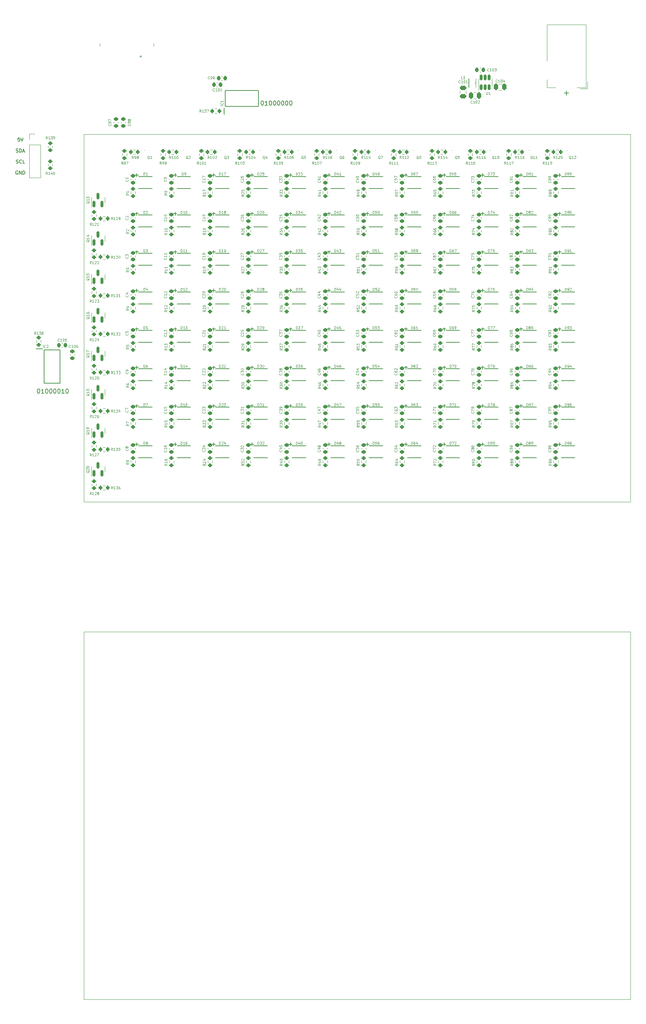
<source format=gto>
%TF.GenerationSoftware,KiCad,Pcbnew,(6.0.5)*%
%TF.CreationDate,2022-11-15T17:21:09-05:00*%
%TF.ProjectId,OPSpec_v0.1.0-rounded,4f505370-6563-45f7-9630-2e312e302d72,rev?*%
%TF.SameCoordinates,Original*%
%TF.FileFunction,Legend,Top*%
%TF.FilePolarity,Positive*%
%FSLAX46Y46*%
G04 Gerber Fmt 4.6, Leading zero omitted, Abs format (unit mm)*
G04 Created by KiCad (PCBNEW (6.0.5)) date 2022-11-15 17:21:09*
%MOMM*%
%LPD*%
G01*
G04 APERTURE LIST*
G04 Aperture macros list*
%AMRoundRect*
0 Rectangle with rounded corners*
0 $1 Rounding radius*
0 $2 $3 $4 $5 $6 $7 $8 $9 X,Y pos of 4 corners*
0 Add a 4 corners polygon primitive as box body*
4,1,4,$2,$3,$4,$5,$6,$7,$8,$9,$2,$3,0*
0 Add four circle primitives for the rounded corners*
1,1,$1+$1,$2,$3*
1,1,$1+$1,$4,$5*
1,1,$1+$1,$6,$7*
1,1,$1+$1,$8,$9*
0 Add four rect primitives between the rounded corners*
20,1,$1+$1,$2,$3,$4,$5,0*
20,1,$1+$1,$4,$5,$6,$7,0*
20,1,$1+$1,$6,$7,$8,$9,0*
20,1,$1+$1,$8,$9,$2,$3,0*%
G04 Aperture macros list end*
%ADD10C,0.100000*%
%ADD11C,0.150000*%
%ADD12C,0.200000*%
%ADD13C,0.120000*%
%ADD14R,2.120000X2.100000*%
%ADD15R,0.920000X2.100000*%
%ADD16R,0.520000X0.270000*%
%ADD17R,0.520000X0.360000*%
%ADD18RoundRect,0.225000X0.250000X-0.225000X0.250000X0.225000X-0.250000X0.225000X-0.250000X-0.225000X0*%
%ADD19RoundRect,0.200000X-0.275000X0.200000X-0.275000X-0.200000X0.275000X-0.200000X0.275000X0.200000X0*%
%ADD20RoundRect,0.250000X0.250000X0.475000X-0.250000X0.475000X-0.250000X-0.475000X0.250000X-0.475000X0*%
%ADD21RoundRect,0.200000X0.200000X0.275000X-0.200000X0.275000X-0.200000X-0.275000X0.200000X-0.275000X0*%
%ADD22C,8.600000*%
%ADD23RoundRect,0.200000X0.275000X-0.200000X0.275000X0.200000X-0.275000X0.200000X-0.275000X-0.200000X0*%
%ADD24RoundRect,0.225000X0.225000X0.250000X-0.225000X0.250000X-0.225000X-0.250000X0.225000X-0.250000X0*%
%ADD25RoundRect,0.250000X-0.475000X0.250000X-0.475000X-0.250000X0.475000X-0.250000X0.475000X0.250000X0*%
%ADD26R,4.400000X1.800000*%
%ADD27O,4.000000X1.800000*%
%ADD28O,1.800000X4.000000*%
%ADD29R,1.475000X0.450000*%
%ADD30RoundRect,0.225000X-0.250000X0.225000X-0.250000X-0.225000X0.250000X-0.225000X0.250000X0.225000X0*%
%ADD31RoundRect,0.150000X0.150000X-0.587500X0.150000X0.587500X-0.150000X0.587500X-0.150000X-0.587500X0*%
%ADD32R,1.650000X1.450000*%
%ADD33RoundRect,0.225000X-0.225000X-0.250000X0.225000X-0.250000X0.225000X0.250000X-0.225000X0.250000X0*%
%ADD34R,0.300000X1.100000*%
%ADD35R,2.300000X3.100000*%
%ADD36RoundRect,0.150000X0.150000X-0.512500X0.150000X0.512500X-0.150000X0.512500X-0.150000X-0.512500X0*%
%ADD37R,1.700000X1.700000*%
%ADD38O,1.700000X1.700000*%
%ADD39R,0.450000X1.475000*%
G04 APERTURE END LIST*
D10*
X102600000Y-190200000D02*
X230600000Y-190200000D01*
X230600000Y-190200000D02*
X230600000Y-276200000D01*
X230600000Y-276200000D02*
X102600000Y-276200000D01*
X102600000Y-276200000D02*
X102600000Y-190200000D01*
X102600000Y-73800000D02*
X230600000Y-73800000D01*
X230600000Y-73800000D02*
X230600000Y-159800000D01*
X230600000Y-159800000D02*
X102600000Y-159800000D01*
X102600000Y-159800000D02*
X102600000Y-73800000D01*
D11*
X144319047Y-65952380D02*
X144414285Y-65952380D01*
X144509523Y-66000000D01*
X144557142Y-66047619D01*
X144604761Y-66142857D01*
X144652380Y-66333333D01*
X144652380Y-66571428D01*
X144604761Y-66761904D01*
X144557142Y-66857142D01*
X144509523Y-66904761D01*
X144414285Y-66952380D01*
X144319047Y-66952380D01*
X144223809Y-66904761D01*
X144176190Y-66857142D01*
X144128571Y-66761904D01*
X144080952Y-66571428D01*
X144080952Y-66333333D01*
X144128571Y-66142857D01*
X144176190Y-66047619D01*
X144223809Y-66000000D01*
X144319047Y-65952380D01*
X145604761Y-66952380D02*
X145033333Y-66952380D01*
X145319047Y-66952380D02*
X145319047Y-65952380D01*
X145223809Y-66095238D01*
X145128571Y-66190476D01*
X145033333Y-66238095D01*
X146223809Y-65952380D02*
X146319047Y-65952380D01*
X146414285Y-66000000D01*
X146461904Y-66047619D01*
X146509523Y-66142857D01*
X146557142Y-66333333D01*
X146557142Y-66571428D01*
X146509523Y-66761904D01*
X146461904Y-66857142D01*
X146414285Y-66904761D01*
X146319047Y-66952380D01*
X146223809Y-66952380D01*
X146128571Y-66904761D01*
X146080952Y-66857142D01*
X146033333Y-66761904D01*
X145985714Y-66571428D01*
X145985714Y-66333333D01*
X146033333Y-66142857D01*
X146080952Y-66047619D01*
X146128571Y-66000000D01*
X146223809Y-65952380D01*
X147176190Y-65952380D02*
X147271428Y-65952380D01*
X147366666Y-66000000D01*
X147414285Y-66047619D01*
X147461904Y-66142857D01*
X147509523Y-66333333D01*
X147509523Y-66571428D01*
X147461904Y-66761904D01*
X147414285Y-66857142D01*
X147366666Y-66904761D01*
X147271428Y-66952380D01*
X147176190Y-66952380D01*
X147080952Y-66904761D01*
X147033333Y-66857142D01*
X146985714Y-66761904D01*
X146938095Y-66571428D01*
X146938095Y-66333333D01*
X146985714Y-66142857D01*
X147033333Y-66047619D01*
X147080952Y-66000000D01*
X147176190Y-65952380D01*
X148128571Y-65952380D02*
X148223809Y-65952380D01*
X148319047Y-66000000D01*
X148366666Y-66047619D01*
X148414285Y-66142857D01*
X148461904Y-66333333D01*
X148461904Y-66571428D01*
X148414285Y-66761904D01*
X148366666Y-66857142D01*
X148319047Y-66904761D01*
X148223809Y-66952380D01*
X148128571Y-66952380D01*
X148033333Y-66904761D01*
X147985714Y-66857142D01*
X147938095Y-66761904D01*
X147890476Y-66571428D01*
X147890476Y-66333333D01*
X147938095Y-66142857D01*
X147985714Y-66047619D01*
X148033333Y-66000000D01*
X148128571Y-65952380D01*
X149080952Y-65952380D02*
X149176190Y-65952380D01*
X149271428Y-66000000D01*
X149319047Y-66047619D01*
X149366666Y-66142857D01*
X149414285Y-66333333D01*
X149414285Y-66571428D01*
X149366666Y-66761904D01*
X149319047Y-66857142D01*
X149271428Y-66904761D01*
X149176190Y-66952380D01*
X149080952Y-66952380D01*
X148985714Y-66904761D01*
X148938095Y-66857142D01*
X148890476Y-66761904D01*
X148842857Y-66571428D01*
X148842857Y-66333333D01*
X148890476Y-66142857D01*
X148938095Y-66047619D01*
X148985714Y-66000000D01*
X149080952Y-65952380D01*
X150033333Y-65952380D02*
X150128571Y-65952380D01*
X150223809Y-66000000D01*
X150271428Y-66047619D01*
X150319047Y-66142857D01*
X150366666Y-66333333D01*
X150366666Y-66571428D01*
X150319047Y-66761904D01*
X150271428Y-66857142D01*
X150223809Y-66904761D01*
X150128571Y-66952380D01*
X150033333Y-66952380D01*
X149938095Y-66904761D01*
X149890476Y-66857142D01*
X149842857Y-66761904D01*
X149795238Y-66571428D01*
X149795238Y-66333333D01*
X149842857Y-66142857D01*
X149890476Y-66047619D01*
X149938095Y-66000000D01*
X150033333Y-65952380D01*
X150985714Y-65952380D02*
X151080952Y-65952380D01*
X151176190Y-66000000D01*
X151223809Y-66047619D01*
X151271428Y-66142857D01*
X151319047Y-66333333D01*
X151319047Y-66571428D01*
X151271428Y-66761904D01*
X151223809Y-66857142D01*
X151176190Y-66904761D01*
X151080952Y-66952380D01*
X150985714Y-66952380D01*
X150890476Y-66904761D01*
X150842857Y-66857142D01*
X150795238Y-66761904D01*
X150747619Y-66571428D01*
X150747619Y-66333333D01*
X150795238Y-66142857D01*
X150842857Y-66047619D01*
X150890476Y-66000000D01*
X150985714Y-65952380D01*
X87527619Y-74597904D02*
X87146666Y-74597904D01*
X87108571Y-74978857D01*
X87146666Y-74940761D01*
X87222857Y-74902666D01*
X87413333Y-74902666D01*
X87489523Y-74940761D01*
X87527619Y-74978857D01*
X87565714Y-75055047D01*
X87565714Y-75245523D01*
X87527619Y-75321714D01*
X87489523Y-75359809D01*
X87413333Y-75397904D01*
X87222857Y-75397904D01*
X87146666Y-75359809D01*
X87108571Y-75321714D01*
X87794285Y-74597904D02*
X88060952Y-75397904D01*
X88327619Y-74597904D01*
X86708571Y-77935809D02*
X86822857Y-77973904D01*
X87013333Y-77973904D01*
X87089523Y-77935809D01*
X87127619Y-77897714D01*
X87165714Y-77821523D01*
X87165714Y-77745333D01*
X87127619Y-77669142D01*
X87089523Y-77631047D01*
X87013333Y-77592952D01*
X86860952Y-77554857D01*
X86784761Y-77516761D01*
X86746666Y-77478666D01*
X86708571Y-77402476D01*
X86708571Y-77326285D01*
X86746666Y-77250095D01*
X86784761Y-77212000D01*
X86860952Y-77173904D01*
X87051428Y-77173904D01*
X87165714Y-77212000D01*
X87508571Y-77973904D02*
X87508571Y-77173904D01*
X87699047Y-77173904D01*
X87813333Y-77212000D01*
X87889523Y-77288190D01*
X87927619Y-77364380D01*
X87965714Y-77516761D01*
X87965714Y-77631047D01*
X87927619Y-77783428D01*
X87889523Y-77859619D01*
X87813333Y-77935809D01*
X87699047Y-77973904D01*
X87508571Y-77973904D01*
X88270476Y-77745333D02*
X88651428Y-77745333D01*
X88194285Y-77973904D02*
X88460952Y-77173904D01*
X88727619Y-77973904D01*
X86727619Y-80511809D02*
X86841904Y-80549904D01*
X87032380Y-80549904D01*
X87108571Y-80511809D01*
X87146666Y-80473714D01*
X87184761Y-80397523D01*
X87184761Y-80321333D01*
X87146666Y-80245142D01*
X87108571Y-80207047D01*
X87032380Y-80168952D01*
X86880000Y-80130857D01*
X86803809Y-80092761D01*
X86765714Y-80054666D01*
X86727619Y-79978476D01*
X86727619Y-79902285D01*
X86765714Y-79826095D01*
X86803809Y-79788000D01*
X86880000Y-79749904D01*
X87070476Y-79749904D01*
X87184761Y-79788000D01*
X87984761Y-80473714D02*
X87946666Y-80511809D01*
X87832380Y-80549904D01*
X87756190Y-80549904D01*
X87641904Y-80511809D01*
X87565714Y-80435619D01*
X87527619Y-80359428D01*
X87489523Y-80207047D01*
X87489523Y-80092761D01*
X87527619Y-79940380D01*
X87565714Y-79864190D01*
X87641904Y-79788000D01*
X87756190Y-79749904D01*
X87832380Y-79749904D01*
X87946666Y-79788000D01*
X87984761Y-79826095D01*
X88708571Y-80549904D02*
X88327619Y-80549904D01*
X88327619Y-79749904D01*
X87070476Y-82364000D02*
X86994285Y-82325904D01*
X86880000Y-82325904D01*
X86765714Y-82364000D01*
X86689523Y-82440190D01*
X86651428Y-82516380D01*
X86613333Y-82668761D01*
X86613333Y-82783047D01*
X86651428Y-82935428D01*
X86689523Y-83011619D01*
X86765714Y-83087809D01*
X86880000Y-83125904D01*
X86956190Y-83125904D01*
X87070476Y-83087809D01*
X87108571Y-83049714D01*
X87108571Y-82783047D01*
X86956190Y-82783047D01*
X87451428Y-83125904D02*
X87451428Y-82325904D01*
X87908571Y-83125904D01*
X87908571Y-82325904D01*
X88289523Y-83125904D02*
X88289523Y-82325904D01*
X88480000Y-82325904D01*
X88594285Y-82364000D01*
X88670476Y-82440190D01*
X88708571Y-82516380D01*
X88746666Y-82668761D01*
X88746666Y-82783047D01*
X88708571Y-82935428D01*
X88670476Y-83011619D01*
X88594285Y-83087809D01*
X88480000Y-83125904D01*
X88289523Y-83125904D01*
X91919047Y-133352380D02*
X92014285Y-133352380D01*
X92109523Y-133400000D01*
X92157142Y-133447619D01*
X92204761Y-133542857D01*
X92252380Y-133733333D01*
X92252380Y-133971428D01*
X92204761Y-134161904D01*
X92157142Y-134257142D01*
X92109523Y-134304761D01*
X92014285Y-134352380D01*
X91919047Y-134352380D01*
X91823809Y-134304761D01*
X91776190Y-134257142D01*
X91728571Y-134161904D01*
X91680952Y-133971428D01*
X91680952Y-133733333D01*
X91728571Y-133542857D01*
X91776190Y-133447619D01*
X91823809Y-133400000D01*
X91919047Y-133352380D01*
X93204761Y-134352380D02*
X92633333Y-134352380D01*
X92919047Y-134352380D02*
X92919047Y-133352380D01*
X92823809Y-133495238D01*
X92728571Y-133590476D01*
X92633333Y-133638095D01*
X93823809Y-133352380D02*
X93919047Y-133352380D01*
X94014285Y-133400000D01*
X94061904Y-133447619D01*
X94109523Y-133542857D01*
X94157142Y-133733333D01*
X94157142Y-133971428D01*
X94109523Y-134161904D01*
X94061904Y-134257142D01*
X94014285Y-134304761D01*
X93919047Y-134352380D01*
X93823809Y-134352380D01*
X93728571Y-134304761D01*
X93680952Y-134257142D01*
X93633333Y-134161904D01*
X93585714Y-133971428D01*
X93585714Y-133733333D01*
X93633333Y-133542857D01*
X93680952Y-133447619D01*
X93728571Y-133400000D01*
X93823809Y-133352380D01*
X94776190Y-133352380D02*
X94871428Y-133352380D01*
X94966666Y-133400000D01*
X95014285Y-133447619D01*
X95061904Y-133542857D01*
X95109523Y-133733333D01*
X95109523Y-133971428D01*
X95061904Y-134161904D01*
X95014285Y-134257142D01*
X94966666Y-134304761D01*
X94871428Y-134352380D01*
X94776190Y-134352380D01*
X94680952Y-134304761D01*
X94633333Y-134257142D01*
X94585714Y-134161904D01*
X94538095Y-133971428D01*
X94538095Y-133733333D01*
X94585714Y-133542857D01*
X94633333Y-133447619D01*
X94680952Y-133400000D01*
X94776190Y-133352380D01*
X95728571Y-133352380D02*
X95823809Y-133352380D01*
X95919047Y-133400000D01*
X95966666Y-133447619D01*
X96014285Y-133542857D01*
X96061904Y-133733333D01*
X96061904Y-133971428D01*
X96014285Y-134161904D01*
X95966666Y-134257142D01*
X95919047Y-134304761D01*
X95823809Y-134352380D01*
X95728571Y-134352380D01*
X95633333Y-134304761D01*
X95585714Y-134257142D01*
X95538095Y-134161904D01*
X95490476Y-133971428D01*
X95490476Y-133733333D01*
X95538095Y-133542857D01*
X95585714Y-133447619D01*
X95633333Y-133400000D01*
X95728571Y-133352380D01*
X96680952Y-133352380D02*
X96776190Y-133352380D01*
X96871428Y-133400000D01*
X96919047Y-133447619D01*
X96966666Y-133542857D01*
X97014285Y-133733333D01*
X97014285Y-133971428D01*
X96966666Y-134161904D01*
X96919047Y-134257142D01*
X96871428Y-134304761D01*
X96776190Y-134352380D01*
X96680952Y-134352380D01*
X96585714Y-134304761D01*
X96538095Y-134257142D01*
X96490476Y-134161904D01*
X96442857Y-133971428D01*
X96442857Y-133733333D01*
X96490476Y-133542857D01*
X96538095Y-133447619D01*
X96585714Y-133400000D01*
X96680952Y-133352380D01*
X97966666Y-134352380D02*
X97395238Y-134352380D01*
X97680952Y-134352380D02*
X97680952Y-133352380D01*
X97585714Y-133495238D01*
X97490476Y-133590476D01*
X97395238Y-133638095D01*
X98585714Y-133352380D02*
X98680952Y-133352380D01*
X98776190Y-133400000D01*
X98823809Y-133447619D01*
X98871428Y-133542857D01*
X98919047Y-133733333D01*
X98919047Y-133971428D01*
X98871428Y-134161904D01*
X98823809Y-134257142D01*
X98776190Y-134304761D01*
X98680952Y-134352380D01*
X98585714Y-134352380D01*
X98490476Y-134304761D01*
X98442857Y-134257142D01*
X98395238Y-134161904D01*
X98347619Y-133971428D01*
X98347619Y-133733333D01*
X98395238Y-133542857D01*
X98442857Y-133447619D01*
X98490476Y-133400000D01*
X98585714Y-133352380D01*
D10*
X143251428Y-137311428D02*
X143251428Y-136711428D01*
X143394285Y-136711428D01*
X143480000Y-136740000D01*
X143537142Y-136797142D01*
X143565714Y-136854285D01*
X143594285Y-136968571D01*
X143594285Y-137054285D01*
X143565714Y-137168571D01*
X143537142Y-137225714D01*
X143480000Y-137282857D01*
X143394285Y-137311428D01*
X143251428Y-137311428D01*
X143794285Y-136711428D02*
X144165714Y-136711428D01*
X143965714Y-136940000D01*
X144051428Y-136940000D01*
X144108571Y-136968571D01*
X144137142Y-136997142D01*
X144165714Y-137054285D01*
X144165714Y-137197142D01*
X144137142Y-137254285D01*
X144108571Y-137282857D01*
X144051428Y-137311428D01*
X143880000Y-137311428D01*
X143822857Y-137282857D01*
X143794285Y-137254285D01*
X144737142Y-137311428D02*
X144394285Y-137311428D01*
X144565714Y-137311428D02*
X144565714Y-136711428D01*
X144508571Y-136797142D01*
X144451428Y-136854285D01*
X144394285Y-136882857D01*
D11*
X141599047Y-137311428D02*
X142360952Y-137311428D01*
X141980000Y-137692380D02*
X141980000Y-136930476D01*
D10*
X215251428Y-146311428D02*
X215251428Y-145711428D01*
X215394285Y-145711428D01*
X215480000Y-145740000D01*
X215537142Y-145797142D01*
X215565714Y-145854285D01*
X215594285Y-145968571D01*
X215594285Y-146054285D01*
X215565714Y-146168571D01*
X215537142Y-146225714D01*
X215480000Y-146282857D01*
X215394285Y-146311428D01*
X215251428Y-146311428D01*
X215880000Y-146311428D02*
X215994285Y-146311428D01*
X216051428Y-146282857D01*
X216080000Y-146254285D01*
X216137142Y-146168571D01*
X216165714Y-146054285D01*
X216165714Y-145825714D01*
X216137142Y-145768571D01*
X216108571Y-145740000D01*
X216051428Y-145711428D01*
X215937142Y-145711428D01*
X215880000Y-145740000D01*
X215851428Y-145768571D01*
X215822857Y-145825714D01*
X215822857Y-145968571D01*
X215851428Y-146025714D01*
X215880000Y-146054285D01*
X215937142Y-146082857D01*
X216051428Y-146082857D01*
X216108571Y-146054285D01*
X216137142Y-146025714D01*
X216165714Y-145968571D01*
X216680000Y-145711428D02*
X216565714Y-145711428D01*
X216508571Y-145740000D01*
X216480000Y-145768571D01*
X216422857Y-145854285D01*
X216394285Y-145968571D01*
X216394285Y-146197142D01*
X216422857Y-146254285D01*
X216451428Y-146282857D01*
X216508571Y-146311428D01*
X216622857Y-146311428D01*
X216680000Y-146282857D01*
X216708571Y-146254285D01*
X216737142Y-146197142D01*
X216737142Y-146054285D01*
X216708571Y-145997142D01*
X216680000Y-145968571D01*
X216622857Y-145940000D01*
X216508571Y-145940000D01*
X216451428Y-145968571D01*
X216422857Y-145997142D01*
X216394285Y-146054285D01*
D11*
X213599047Y-146311428D02*
X214360952Y-146311428D01*
X213980000Y-146692380D02*
X213980000Y-145930476D01*
D10*
X134251428Y-101311428D02*
X134251428Y-100711428D01*
X134394285Y-100711428D01*
X134480000Y-100740000D01*
X134537142Y-100797142D01*
X134565714Y-100854285D01*
X134594285Y-100968571D01*
X134594285Y-101054285D01*
X134565714Y-101168571D01*
X134537142Y-101225714D01*
X134480000Y-101282857D01*
X134394285Y-101311428D01*
X134251428Y-101311428D01*
X135165714Y-101311428D02*
X134822857Y-101311428D01*
X134994285Y-101311428D02*
X134994285Y-100711428D01*
X134937142Y-100797142D01*
X134880000Y-100854285D01*
X134822857Y-100882857D01*
X135451428Y-101311428D02*
X135565714Y-101311428D01*
X135622857Y-101282857D01*
X135651428Y-101254285D01*
X135708571Y-101168571D01*
X135737142Y-101054285D01*
X135737142Y-100825714D01*
X135708571Y-100768571D01*
X135680000Y-100740000D01*
X135622857Y-100711428D01*
X135508571Y-100711428D01*
X135451428Y-100740000D01*
X135422857Y-100768571D01*
X135394285Y-100825714D01*
X135394285Y-100968571D01*
X135422857Y-101025714D01*
X135451428Y-101054285D01*
X135508571Y-101082857D01*
X135622857Y-101082857D01*
X135680000Y-101054285D01*
X135708571Y-101025714D01*
X135737142Y-100968571D01*
D11*
X132599047Y-101311428D02*
X133360952Y-101311428D01*
X132980000Y-101692380D02*
X132980000Y-100930476D01*
D10*
X215251428Y-128311428D02*
X215251428Y-127711428D01*
X215394285Y-127711428D01*
X215480000Y-127740000D01*
X215537142Y-127797142D01*
X215565714Y-127854285D01*
X215594285Y-127968571D01*
X215594285Y-128054285D01*
X215565714Y-128168571D01*
X215537142Y-128225714D01*
X215480000Y-128282857D01*
X215394285Y-128311428D01*
X215251428Y-128311428D01*
X215880000Y-128311428D02*
X215994285Y-128311428D01*
X216051428Y-128282857D01*
X216080000Y-128254285D01*
X216137142Y-128168571D01*
X216165714Y-128054285D01*
X216165714Y-127825714D01*
X216137142Y-127768571D01*
X216108571Y-127740000D01*
X216051428Y-127711428D01*
X215937142Y-127711428D01*
X215880000Y-127740000D01*
X215851428Y-127768571D01*
X215822857Y-127825714D01*
X215822857Y-127968571D01*
X215851428Y-128025714D01*
X215880000Y-128054285D01*
X215937142Y-128082857D01*
X216051428Y-128082857D01*
X216108571Y-128054285D01*
X216137142Y-128025714D01*
X216165714Y-127968571D01*
X216680000Y-127911428D02*
X216680000Y-128311428D01*
X216537142Y-127682857D02*
X216394285Y-128111428D01*
X216765714Y-128111428D01*
D11*
X213599047Y-128311428D02*
X214360952Y-128311428D01*
X213980000Y-128692380D02*
X213980000Y-127930476D01*
D10*
X206251428Y-119311428D02*
X206251428Y-118711428D01*
X206394285Y-118711428D01*
X206480000Y-118740000D01*
X206537142Y-118797142D01*
X206565714Y-118854285D01*
X206594285Y-118968571D01*
X206594285Y-119054285D01*
X206565714Y-119168571D01*
X206537142Y-119225714D01*
X206480000Y-119282857D01*
X206394285Y-119311428D01*
X206251428Y-119311428D01*
X206937142Y-118968571D02*
X206880000Y-118940000D01*
X206851428Y-118911428D01*
X206822857Y-118854285D01*
X206822857Y-118825714D01*
X206851428Y-118768571D01*
X206880000Y-118740000D01*
X206937142Y-118711428D01*
X207051428Y-118711428D01*
X207108571Y-118740000D01*
X207137142Y-118768571D01*
X207165714Y-118825714D01*
X207165714Y-118854285D01*
X207137142Y-118911428D01*
X207108571Y-118940000D01*
X207051428Y-118968571D01*
X206937142Y-118968571D01*
X206880000Y-118997142D01*
X206851428Y-119025714D01*
X206822857Y-119082857D01*
X206822857Y-119197142D01*
X206851428Y-119254285D01*
X206880000Y-119282857D01*
X206937142Y-119311428D01*
X207051428Y-119311428D01*
X207108571Y-119282857D01*
X207137142Y-119254285D01*
X207165714Y-119197142D01*
X207165714Y-119082857D01*
X207137142Y-119025714D01*
X207108571Y-118997142D01*
X207051428Y-118968571D01*
X207708571Y-118711428D02*
X207422857Y-118711428D01*
X207394285Y-118997142D01*
X207422857Y-118968571D01*
X207480000Y-118940000D01*
X207622857Y-118940000D01*
X207680000Y-118968571D01*
X207708571Y-118997142D01*
X207737142Y-119054285D01*
X207737142Y-119197142D01*
X207708571Y-119254285D01*
X207680000Y-119282857D01*
X207622857Y-119311428D01*
X207480000Y-119311428D01*
X207422857Y-119282857D01*
X207394285Y-119254285D01*
D11*
X204599047Y-119311428D02*
X205360952Y-119311428D01*
X204980000Y-119692380D02*
X204980000Y-118930476D01*
D10*
X161251428Y-137311428D02*
X161251428Y-136711428D01*
X161394285Y-136711428D01*
X161480000Y-136740000D01*
X161537142Y-136797142D01*
X161565714Y-136854285D01*
X161594285Y-136968571D01*
X161594285Y-137054285D01*
X161565714Y-137168571D01*
X161537142Y-137225714D01*
X161480000Y-137282857D01*
X161394285Y-137311428D01*
X161251428Y-137311428D01*
X162108571Y-136911428D02*
X162108571Y-137311428D01*
X161965714Y-136682857D02*
X161822857Y-137111428D01*
X162194285Y-137111428D01*
X162365714Y-136711428D02*
X162765714Y-136711428D01*
X162508571Y-137311428D01*
D11*
X159599047Y-137311428D02*
X160360952Y-137311428D01*
X159980000Y-137692380D02*
X159980000Y-136930476D01*
D10*
X215251428Y-110311428D02*
X215251428Y-109711428D01*
X215394285Y-109711428D01*
X215480000Y-109740000D01*
X215537142Y-109797142D01*
X215565714Y-109854285D01*
X215594285Y-109968571D01*
X215594285Y-110054285D01*
X215565714Y-110168571D01*
X215537142Y-110225714D01*
X215480000Y-110282857D01*
X215394285Y-110311428D01*
X215251428Y-110311428D01*
X215880000Y-110311428D02*
X215994285Y-110311428D01*
X216051428Y-110282857D01*
X216080000Y-110254285D01*
X216137142Y-110168571D01*
X216165714Y-110054285D01*
X216165714Y-109825714D01*
X216137142Y-109768571D01*
X216108571Y-109740000D01*
X216051428Y-109711428D01*
X215937142Y-109711428D01*
X215880000Y-109740000D01*
X215851428Y-109768571D01*
X215822857Y-109825714D01*
X215822857Y-109968571D01*
X215851428Y-110025714D01*
X215880000Y-110054285D01*
X215937142Y-110082857D01*
X216051428Y-110082857D01*
X216108571Y-110054285D01*
X216137142Y-110025714D01*
X216165714Y-109968571D01*
X216394285Y-109768571D02*
X216422857Y-109740000D01*
X216480000Y-109711428D01*
X216622857Y-109711428D01*
X216680000Y-109740000D01*
X216708571Y-109768571D01*
X216737142Y-109825714D01*
X216737142Y-109882857D01*
X216708571Y-109968571D01*
X216365714Y-110311428D01*
X216737142Y-110311428D01*
D11*
X213599047Y-110311428D02*
X214360952Y-110311428D01*
X213980000Y-110692380D02*
X213980000Y-109930476D01*
D10*
X197251428Y-101311428D02*
X197251428Y-100711428D01*
X197394285Y-100711428D01*
X197480000Y-100740000D01*
X197537142Y-100797142D01*
X197565714Y-100854285D01*
X197594285Y-100968571D01*
X197594285Y-101054285D01*
X197565714Y-101168571D01*
X197537142Y-101225714D01*
X197480000Y-101282857D01*
X197394285Y-101311428D01*
X197251428Y-101311428D01*
X197794285Y-100711428D02*
X198194285Y-100711428D01*
X197937142Y-101311428D01*
X198708571Y-100711428D02*
X198422857Y-100711428D01*
X198394285Y-100997142D01*
X198422857Y-100968571D01*
X198480000Y-100940000D01*
X198622857Y-100940000D01*
X198680000Y-100968571D01*
X198708571Y-100997142D01*
X198737142Y-101054285D01*
X198737142Y-101197142D01*
X198708571Y-101254285D01*
X198680000Y-101282857D01*
X198622857Y-101311428D01*
X198480000Y-101311428D01*
X198422857Y-101282857D01*
X198394285Y-101254285D01*
D11*
X195599047Y-101311428D02*
X196360952Y-101311428D01*
X195980000Y-101692380D02*
X195980000Y-100930476D01*
D10*
X206251428Y-83311428D02*
X206251428Y-82711428D01*
X206394285Y-82711428D01*
X206480000Y-82740000D01*
X206537142Y-82797142D01*
X206565714Y-82854285D01*
X206594285Y-82968571D01*
X206594285Y-83054285D01*
X206565714Y-83168571D01*
X206537142Y-83225714D01*
X206480000Y-83282857D01*
X206394285Y-83311428D01*
X206251428Y-83311428D01*
X206937142Y-82968571D02*
X206880000Y-82940000D01*
X206851428Y-82911428D01*
X206822857Y-82854285D01*
X206822857Y-82825714D01*
X206851428Y-82768571D01*
X206880000Y-82740000D01*
X206937142Y-82711428D01*
X207051428Y-82711428D01*
X207108571Y-82740000D01*
X207137142Y-82768571D01*
X207165714Y-82825714D01*
X207165714Y-82854285D01*
X207137142Y-82911428D01*
X207108571Y-82940000D01*
X207051428Y-82968571D01*
X206937142Y-82968571D01*
X206880000Y-82997142D01*
X206851428Y-83025714D01*
X206822857Y-83082857D01*
X206822857Y-83197142D01*
X206851428Y-83254285D01*
X206880000Y-83282857D01*
X206937142Y-83311428D01*
X207051428Y-83311428D01*
X207108571Y-83282857D01*
X207137142Y-83254285D01*
X207165714Y-83197142D01*
X207165714Y-83082857D01*
X207137142Y-83025714D01*
X207108571Y-82997142D01*
X207051428Y-82968571D01*
X207737142Y-83311428D02*
X207394285Y-83311428D01*
X207565714Y-83311428D02*
X207565714Y-82711428D01*
X207508571Y-82797142D01*
X207451428Y-82854285D01*
X207394285Y-82882857D01*
D11*
X204599047Y-83311428D02*
X205360952Y-83311428D01*
X204980000Y-83692380D02*
X204980000Y-82930476D01*
D10*
X134251428Y-128311428D02*
X134251428Y-127711428D01*
X134394285Y-127711428D01*
X134480000Y-127740000D01*
X134537142Y-127797142D01*
X134565714Y-127854285D01*
X134594285Y-127968571D01*
X134594285Y-128054285D01*
X134565714Y-128168571D01*
X134537142Y-128225714D01*
X134480000Y-128282857D01*
X134394285Y-128311428D01*
X134251428Y-128311428D01*
X134822857Y-127768571D02*
X134851428Y-127740000D01*
X134908571Y-127711428D01*
X135051428Y-127711428D01*
X135108571Y-127740000D01*
X135137142Y-127768571D01*
X135165714Y-127825714D01*
X135165714Y-127882857D01*
X135137142Y-127968571D01*
X134794285Y-128311428D01*
X135165714Y-128311428D01*
X135394285Y-127768571D02*
X135422857Y-127740000D01*
X135480000Y-127711428D01*
X135622857Y-127711428D01*
X135680000Y-127740000D01*
X135708571Y-127768571D01*
X135737142Y-127825714D01*
X135737142Y-127882857D01*
X135708571Y-127968571D01*
X135365714Y-128311428D01*
X135737142Y-128311428D01*
D11*
X132599047Y-128311428D02*
X133360952Y-128311428D01*
X132980000Y-128692380D02*
X132980000Y-127930476D01*
D10*
X143251428Y-128311428D02*
X143251428Y-127711428D01*
X143394285Y-127711428D01*
X143480000Y-127740000D01*
X143537142Y-127797142D01*
X143565714Y-127854285D01*
X143594285Y-127968571D01*
X143594285Y-128054285D01*
X143565714Y-128168571D01*
X143537142Y-128225714D01*
X143480000Y-128282857D01*
X143394285Y-128311428D01*
X143251428Y-128311428D01*
X143794285Y-127711428D02*
X144165714Y-127711428D01*
X143965714Y-127940000D01*
X144051428Y-127940000D01*
X144108571Y-127968571D01*
X144137142Y-127997142D01*
X144165714Y-128054285D01*
X144165714Y-128197142D01*
X144137142Y-128254285D01*
X144108571Y-128282857D01*
X144051428Y-128311428D01*
X143880000Y-128311428D01*
X143822857Y-128282857D01*
X143794285Y-128254285D01*
X144537142Y-127711428D02*
X144594285Y-127711428D01*
X144651428Y-127740000D01*
X144680000Y-127768571D01*
X144708571Y-127825714D01*
X144737142Y-127940000D01*
X144737142Y-128082857D01*
X144708571Y-128197142D01*
X144680000Y-128254285D01*
X144651428Y-128282857D01*
X144594285Y-128311428D01*
X144537142Y-128311428D01*
X144480000Y-128282857D01*
X144451428Y-128254285D01*
X144422857Y-128197142D01*
X144394285Y-128082857D01*
X144394285Y-127940000D01*
X144422857Y-127825714D01*
X144451428Y-127768571D01*
X144480000Y-127740000D01*
X144537142Y-127711428D01*
D11*
X141599047Y-128311428D02*
X142360952Y-128311428D01*
X141980000Y-128692380D02*
X141980000Y-127930476D01*
D10*
X125251428Y-92311428D02*
X125251428Y-91711428D01*
X125394285Y-91711428D01*
X125480000Y-91740000D01*
X125537142Y-91797142D01*
X125565714Y-91854285D01*
X125594285Y-91968571D01*
X125594285Y-92054285D01*
X125565714Y-92168571D01*
X125537142Y-92225714D01*
X125480000Y-92282857D01*
X125394285Y-92311428D01*
X125251428Y-92311428D01*
X126165714Y-92311428D02*
X125822857Y-92311428D01*
X125994285Y-92311428D02*
X125994285Y-91711428D01*
X125937142Y-91797142D01*
X125880000Y-91854285D01*
X125822857Y-91882857D01*
X126537142Y-91711428D02*
X126594285Y-91711428D01*
X126651428Y-91740000D01*
X126680000Y-91768571D01*
X126708571Y-91825714D01*
X126737142Y-91940000D01*
X126737142Y-92082857D01*
X126708571Y-92197142D01*
X126680000Y-92254285D01*
X126651428Y-92282857D01*
X126594285Y-92311428D01*
X126537142Y-92311428D01*
X126480000Y-92282857D01*
X126451428Y-92254285D01*
X126422857Y-92197142D01*
X126394285Y-92082857D01*
X126394285Y-91940000D01*
X126422857Y-91825714D01*
X126451428Y-91768571D01*
X126480000Y-91740000D01*
X126537142Y-91711428D01*
D11*
X123599047Y-92311428D02*
X124360952Y-92311428D01*
X123980000Y-92692380D02*
X123980000Y-91930476D01*
D10*
X170251428Y-92311428D02*
X170251428Y-91711428D01*
X170394285Y-91711428D01*
X170480000Y-91740000D01*
X170537142Y-91797142D01*
X170565714Y-91854285D01*
X170594285Y-91968571D01*
X170594285Y-92054285D01*
X170565714Y-92168571D01*
X170537142Y-92225714D01*
X170480000Y-92282857D01*
X170394285Y-92311428D01*
X170251428Y-92311428D01*
X171137142Y-91711428D02*
X170851428Y-91711428D01*
X170822857Y-91997142D01*
X170851428Y-91968571D01*
X170908571Y-91940000D01*
X171051428Y-91940000D01*
X171108571Y-91968571D01*
X171137142Y-91997142D01*
X171165714Y-92054285D01*
X171165714Y-92197142D01*
X171137142Y-92254285D01*
X171108571Y-92282857D01*
X171051428Y-92311428D01*
X170908571Y-92311428D01*
X170851428Y-92282857D01*
X170822857Y-92254285D01*
X171537142Y-91711428D02*
X171594285Y-91711428D01*
X171651428Y-91740000D01*
X171680000Y-91768571D01*
X171708571Y-91825714D01*
X171737142Y-91940000D01*
X171737142Y-92082857D01*
X171708571Y-92197142D01*
X171680000Y-92254285D01*
X171651428Y-92282857D01*
X171594285Y-92311428D01*
X171537142Y-92311428D01*
X171480000Y-92282857D01*
X171451428Y-92254285D01*
X171422857Y-92197142D01*
X171394285Y-92082857D01*
X171394285Y-91940000D01*
X171422857Y-91825714D01*
X171451428Y-91768571D01*
X171480000Y-91740000D01*
X171537142Y-91711428D01*
D11*
X168599047Y-92311428D02*
X169360952Y-92311428D01*
X168980000Y-92692380D02*
X168980000Y-91930476D01*
D10*
X197251428Y-119311428D02*
X197251428Y-118711428D01*
X197394285Y-118711428D01*
X197480000Y-118740000D01*
X197537142Y-118797142D01*
X197565714Y-118854285D01*
X197594285Y-118968571D01*
X197594285Y-119054285D01*
X197565714Y-119168571D01*
X197537142Y-119225714D01*
X197480000Y-119282857D01*
X197394285Y-119311428D01*
X197251428Y-119311428D01*
X197794285Y-118711428D02*
X198194285Y-118711428D01*
X197937142Y-119311428D01*
X198365714Y-118711428D02*
X198765714Y-118711428D01*
X198508571Y-119311428D01*
D11*
X195599047Y-119311428D02*
X196360952Y-119311428D01*
X195980000Y-119692380D02*
X195980000Y-118930476D01*
D10*
X134251428Y-92311428D02*
X134251428Y-91711428D01*
X134394285Y-91711428D01*
X134480000Y-91740000D01*
X134537142Y-91797142D01*
X134565714Y-91854285D01*
X134594285Y-91968571D01*
X134594285Y-92054285D01*
X134565714Y-92168571D01*
X134537142Y-92225714D01*
X134480000Y-92282857D01*
X134394285Y-92311428D01*
X134251428Y-92311428D01*
X135165714Y-92311428D02*
X134822857Y-92311428D01*
X134994285Y-92311428D02*
X134994285Y-91711428D01*
X134937142Y-91797142D01*
X134880000Y-91854285D01*
X134822857Y-91882857D01*
X135508571Y-91968571D02*
X135451428Y-91940000D01*
X135422857Y-91911428D01*
X135394285Y-91854285D01*
X135394285Y-91825714D01*
X135422857Y-91768571D01*
X135451428Y-91740000D01*
X135508571Y-91711428D01*
X135622857Y-91711428D01*
X135680000Y-91740000D01*
X135708571Y-91768571D01*
X135737142Y-91825714D01*
X135737142Y-91854285D01*
X135708571Y-91911428D01*
X135680000Y-91940000D01*
X135622857Y-91968571D01*
X135508571Y-91968571D01*
X135451428Y-91997142D01*
X135422857Y-92025714D01*
X135394285Y-92082857D01*
X135394285Y-92197142D01*
X135422857Y-92254285D01*
X135451428Y-92282857D01*
X135508571Y-92311428D01*
X135622857Y-92311428D01*
X135680000Y-92282857D01*
X135708571Y-92254285D01*
X135737142Y-92197142D01*
X135737142Y-92082857D01*
X135708571Y-92025714D01*
X135680000Y-91997142D01*
X135622857Y-91968571D01*
D11*
X132599047Y-92311428D02*
X133360952Y-92311428D01*
X132980000Y-92692380D02*
X132980000Y-91930476D01*
D10*
X152251428Y-110311428D02*
X152251428Y-109711428D01*
X152394285Y-109711428D01*
X152480000Y-109740000D01*
X152537142Y-109797142D01*
X152565714Y-109854285D01*
X152594285Y-109968571D01*
X152594285Y-110054285D01*
X152565714Y-110168571D01*
X152537142Y-110225714D01*
X152480000Y-110282857D01*
X152394285Y-110311428D01*
X152251428Y-110311428D01*
X152794285Y-109711428D02*
X153165714Y-109711428D01*
X152965714Y-109940000D01*
X153051428Y-109940000D01*
X153108571Y-109968571D01*
X153137142Y-109997142D01*
X153165714Y-110054285D01*
X153165714Y-110197142D01*
X153137142Y-110254285D01*
X153108571Y-110282857D01*
X153051428Y-110311428D01*
X152880000Y-110311428D01*
X152822857Y-110282857D01*
X152794285Y-110254285D01*
X153680000Y-109711428D02*
X153565714Y-109711428D01*
X153508571Y-109740000D01*
X153480000Y-109768571D01*
X153422857Y-109854285D01*
X153394285Y-109968571D01*
X153394285Y-110197142D01*
X153422857Y-110254285D01*
X153451428Y-110282857D01*
X153508571Y-110311428D01*
X153622857Y-110311428D01*
X153680000Y-110282857D01*
X153708571Y-110254285D01*
X153737142Y-110197142D01*
X153737142Y-110054285D01*
X153708571Y-109997142D01*
X153680000Y-109968571D01*
X153622857Y-109940000D01*
X153508571Y-109940000D01*
X153451428Y-109968571D01*
X153422857Y-109997142D01*
X153394285Y-110054285D01*
D11*
X150599047Y-110311428D02*
X151360952Y-110311428D01*
X150980000Y-110692380D02*
X150980000Y-109930476D01*
D10*
X197251428Y-83311428D02*
X197251428Y-82711428D01*
X197394285Y-82711428D01*
X197480000Y-82740000D01*
X197537142Y-82797142D01*
X197565714Y-82854285D01*
X197594285Y-82968571D01*
X197594285Y-83054285D01*
X197565714Y-83168571D01*
X197537142Y-83225714D01*
X197480000Y-83282857D01*
X197394285Y-83311428D01*
X197251428Y-83311428D01*
X197794285Y-82711428D02*
X198194285Y-82711428D01*
X197937142Y-83311428D01*
X198365714Y-82711428D02*
X198737142Y-82711428D01*
X198537142Y-82940000D01*
X198622857Y-82940000D01*
X198680000Y-82968571D01*
X198708571Y-82997142D01*
X198737142Y-83054285D01*
X198737142Y-83197142D01*
X198708571Y-83254285D01*
X198680000Y-83282857D01*
X198622857Y-83311428D01*
X198451428Y-83311428D01*
X198394285Y-83282857D01*
X198365714Y-83254285D01*
D11*
X195599047Y-83311428D02*
X196360952Y-83311428D01*
X195980000Y-83692380D02*
X195980000Y-82930476D01*
D10*
X116537142Y-146311428D02*
X116537142Y-145711428D01*
X116680000Y-145711428D01*
X116765714Y-145740000D01*
X116822857Y-145797142D01*
X116851428Y-145854285D01*
X116880000Y-145968571D01*
X116880000Y-146054285D01*
X116851428Y-146168571D01*
X116822857Y-146225714D01*
X116765714Y-146282857D01*
X116680000Y-146311428D01*
X116537142Y-146311428D01*
X117222857Y-145968571D02*
X117165714Y-145940000D01*
X117137142Y-145911428D01*
X117108571Y-145854285D01*
X117108571Y-145825714D01*
X117137142Y-145768571D01*
X117165714Y-145740000D01*
X117222857Y-145711428D01*
X117337142Y-145711428D01*
X117394285Y-145740000D01*
X117422857Y-145768571D01*
X117451428Y-145825714D01*
X117451428Y-145854285D01*
X117422857Y-145911428D01*
X117394285Y-145940000D01*
X117337142Y-145968571D01*
X117222857Y-145968571D01*
X117165714Y-145997142D01*
X117137142Y-146025714D01*
X117108571Y-146082857D01*
X117108571Y-146197142D01*
X117137142Y-146254285D01*
X117165714Y-146282857D01*
X117222857Y-146311428D01*
X117337142Y-146311428D01*
X117394285Y-146282857D01*
X117422857Y-146254285D01*
X117451428Y-146197142D01*
X117451428Y-146082857D01*
X117422857Y-146025714D01*
X117394285Y-145997142D01*
X117337142Y-145968571D01*
D11*
X114599047Y-146311428D02*
X115360952Y-146311428D01*
X114980000Y-146692380D02*
X114980000Y-145930476D01*
D10*
X197251428Y-137311428D02*
X197251428Y-136711428D01*
X197394285Y-136711428D01*
X197480000Y-136740000D01*
X197537142Y-136797142D01*
X197565714Y-136854285D01*
X197594285Y-136968571D01*
X197594285Y-137054285D01*
X197565714Y-137168571D01*
X197537142Y-137225714D01*
X197480000Y-137282857D01*
X197394285Y-137311428D01*
X197251428Y-137311428D01*
X197794285Y-136711428D02*
X198194285Y-136711428D01*
X197937142Y-137311428D01*
X198451428Y-137311428D02*
X198565714Y-137311428D01*
X198622857Y-137282857D01*
X198651428Y-137254285D01*
X198708571Y-137168571D01*
X198737142Y-137054285D01*
X198737142Y-136825714D01*
X198708571Y-136768571D01*
X198680000Y-136740000D01*
X198622857Y-136711428D01*
X198508571Y-136711428D01*
X198451428Y-136740000D01*
X198422857Y-136768571D01*
X198394285Y-136825714D01*
X198394285Y-136968571D01*
X198422857Y-137025714D01*
X198451428Y-137054285D01*
X198508571Y-137082857D01*
X198622857Y-137082857D01*
X198680000Y-137054285D01*
X198708571Y-137025714D01*
X198737142Y-136968571D01*
D11*
X195599047Y-137311428D02*
X196360952Y-137311428D01*
X195980000Y-137692380D02*
X195980000Y-136930476D01*
D10*
X125251428Y-110311428D02*
X125251428Y-109711428D01*
X125394285Y-109711428D01*
X125480000Y-109740000D01*
X125537142Y-109797142D01*
X125565714Y-109854285D01*
X125594285Y-109968571D01*
X125594285Y-110054285D01*
X125565714Y-110168571D01*
X125537142Y-110225714D01*
X125480000Y-110282857D01*
X125394285Y-110311428D01*
X125251428Y-110311428D01*
X126165714Y-110311428D02*
X125822857Y-110311428D01*
X125994285Y-110311428D02*
X125994285Y-109711428D01*
X125937142Y-109797142D01*
X125880000Y-109854285D01*
X125822857Y-109882857D01*
X126394285Y-109768571D02*
X126422857Y-109740000D01*
X126480000Y-109711428D01*
X126622857Y-109711428D01*
X126680000Y-109740000D01*
X126708571Y-109768571D01*
X126737142Y-109825714D01*
X126737142Y-109882857D01*
X126708571Y-109968571D01*
X126365714Y-110311428D01*
X126737142Y-110311428D01*
D11*
X123599047Y-110311428D02*
X124360952Y-110311428D01*
X123980000Y-110692380D02*
X123980000Y-109930476D01*
D10*
X179251428Y-101311428D02*
X179251428Y-100711428D01*
X179394285Y-100711428D01*
X179480000Y-100740000D01*
X179537142Y-100797142D01*
X179565714Y-100854285D01*
X179594285Y-100968571D01*
X179594285Y-101054285D01*
X179565714Y-101168571D01*
X179537142Y-101225714D01*
X179480000Y-101282857D01*
X179394285Y-101311428D01*
X179251428Y-101311428D01*
X180137142Y-100711428D02*
X179851428Y-100711428D01*
X179822857Y-100997142D01*
X179851428Y-100968571D01*
X179908571Y-100940000D01*
X180051428Y-100940000D01*
X180108571Y-100968571D01*
X180137142Y-100997142D01*
X180165714Y-101054285D01*
X180165714Y-101197142D01*
X180137142Y-101254285D01*
X180108571Y-101282857D01*
X180051428Y-101311428D01*
X179908571Y-101311428D01*
X179851428Y-101282857D01*
X179822857Y-101254285D01*
X180451428Y-101311428D02*
X180565714Y-101311428D01*
X180622857Y-101282857D01*
X180651428Y-101254285D01*
X180708571Y-101168571D01*
X180737142Y-101054285D01*
X180737142Y-100825714D01*
X180708571Y-100768571D01*
X180680000Y-100740000D01*
X180622857Y-100711428D01*
X180508571Y-100711428D01*
X180451428Y-100740000D01*
X180422857Y-100768571D01*
X180394285Y-100825714D01*
X180394285Y-100968571D01*
X180422857Y-101025714D01*
X180451428Y-101054285D01*
X180508571Y-101082857D01*
X180622857Y-101082857D01*
X180680000Y-101054285D01*
X180708571Y-101025714D01*
X180737142Y-100968571D01*
D11*
X177599047Y-101311428D02*
X178360952Y-101311428D01*
X177980000Y-101692380D02*
X177980000Y-100930476D01*
D10*
X152251428Y-101311428D02*
X152251428Y-100711428D01*
X152394285Y-100711428D01*
X152480000Y-100740000D01*
X152537142Y-100797142D01*
X152565714Y-100854285D01*
X152594285Y-100968571D01*
X152594285Y-101054285D01*
X152565714Y-101168571D01*
X152537142Y-101225714D01*
X152480000Y-101282857D01*
X152394285Y-101311428D01*
X152251428Y-101311428D01*
X152794285Y-100711428D02*
X153165714Y-100711428D01*
X152965714Y-100940000D01*
X153051428Y-100940000D01*
X153108571Y-100968571D01*
X153137142Y-100997142D01*
X153165714Y-101054285D01*
X153165714Y-101197142D01*
X153137142Y-101254285D01*
X153108571Y-101282857D01*
X153051428Y-101311428D01*
X152880000Y-101311428D01*
X152822857Y-101282857D01*
X152794285Y-101254285D01*
X153708571Y-100711428D02*
X153422857Y-100711428D01*
X153394285Y-100997142D01*
X153422857Y-100968571D01*
X153480000Y-100940000D01*
X153622857Y-100940000D01*
X153680000Y-100968571D01*
X153708571Y-100997142D01*
X153737142Y-101054285D01*
X153737142Y-101197142D01*
X153708571Y-101254285D01*
X153680000Y-101282857D01*
X153622857Y-101311428D01*
X153480000Y-101311428D01*
X153422857Y-101282857D01*
X153394285Y-101254285D01*
D11*
X150599047Y-101311428D02*
X151360952Y-101311428D01*
X150980000Y-101692380D02*
X150980000Y-100930476D01*
D10*
X116537142Y-137311428D02*
X116537142Y-136711428D01*
X116680000Y-136711428D01*
X116765714Y-136740000D01*
X116822857Y-136797142D01*
X116851428Y-136854285D01*
X116880000Y-136968571D01*
X116880000Y-137054285D01*
X116851428Y-137168571D01*
X116822857Y-137225714D01*
X116765714Y-137282857D01*
X116680000Y-137311428D01*
X116537142Y-137311428D01*
X117080000Y-136711428D02*
X117480000Y-136711428D01*
X117222857Y-137311428D01*
D11*
X114599047Y-137311428D02*
X115360952Y-137311428D01*
X114980000Y-137692380D02*
X114980000Y-136930476D01*
D10*
X188251428Y-101311428D02*
X188251428Y-100711428D01*
X188394285Y-100711428D01*
X188480000Y-100740000D01*
X188537142Y-100797142D01*
X188565714Y-100854285D01*
X188594285Y-100968571D01*
X188594285Y-101054285D01*
X188565714Y-101168571D01*
X188537142Y-101225714D01*
X188480000Y-101282857D01*
X188394285Y-101311428D01*
X188251428Y-101311428D01*
X189108571Y-100711428D02*
X188994285Y-100711428D01*
X188937142Y-100740000D01*
X188908571Y-100768571D01*
X188851428Y-100854285D01*
X188822857Y-100968571D01*
X188822857Y-101197142D01*
X188851428Y-101254285D01*
X188880000Y-101282857D01*
X188937142Y-101311428D01*
X189051428Y-101311428D01*
X189108571Y-101282857D01*
X189137142Y-101254285D01*
X189165714Y-101197142D01*
X189165714Y-101054285D01*
X189137142Y-100997142D01*
X189108571Y-100968571D01*
X189051428Y-100940000D01*
X188937142Y-100940000D01*
X188880000Y-100968571D01*
X188851428Y-100997142D01*
X188822857Y-101054285D01*
X189365714Y-100711428D02*
X189765714Y-100711428D01*
X189508571Y-101311428D01*
D11*
X186599047Y-101311428D02*
X187360952Y-101311428D01*
X186980000Y-101692380D02*
X186980000Y-100930476D01*
D10*
X134251428Y-83311428D02*
X134251428Y-82711428D01*
X134394285Y-82711428D01*
X134480000Y-82740000D01*
X134537142Y-82797142D01*
X134565714Y-82854285D01*
X134594285Y-82968571D01*
X134594285Y-83054285D01*
X134565714Y-83168571D01*
X134537142Y-83225714D01*
X134480000Y-83282857D01*
X134394285Y-83311428D01*
X134251428Y-83311428D01*
X135165714Y-83311428D02*
X134822857Y-83311428D01*
X134994285Y-83311428D02*
X134994285Y-82711428D01*
X134937142Y-82797142D01*
X134880000Y-82854285D01*
X134822857Y-82882857D01*
X135365714Y-82711428D02*
X135765714Y-82711428D01*
X135508571Y-83311428D01*
D11*
X132599047Y-83311428D02*
X133360952Y-83311428D01*
X132980000Y-83692380D02*
X132980000Y-82930476D01*
D10*
X134251428Y-146311428D02*
X134251428Y-145711428D01*
X134394285Y-145711428D01*
X134480000Y-145740000D01*
X134537142Y-145797142D01*
X134565714Y-145854285D01*
X134594285Y-145968571D01*
X134594285Y-146054285D01*
X134565714Y-146168571D01*
X134537142Y-146225714D01*
X134480000Y-146282857D01*
X134394285Y-146311428D01*
X134251428Y-146311428D01*
X134822857Y-145768571D02*
X134851428Y-145740000D01*
X134908571Y-145711428D01*
X135051428Y-145711428D01*
X135108571Y-145740000D01*
X135137142Y-145768571D01*
X135165714Y-145825714D01*
X135165714Y-145882857D01*
X135137142Y-145968571D01*
X134794285Y-146311428D01*
X135165714Y-146311428D01*
X135680000Y-145911428D02*
X135680000Y-146311428D01*
X135537142Y-145682857D02*
X135394285Y-146111428D01*
X135765714Y-146111428D01*
D11*
X132599047Y-146311428D02*
X133360952Y-146311428D01*
X132980000Y-146692380D02*
X132980000Y-145930476D01*
D10*
X179251428Y-137311428D02*
X179251428Y-136711428D01*
X179394285Y-136711428D01*
X179480000Y-136740000D01*
X179537142Y-136797142D01*
X179565714Y-136854285D01*
X179594285Y-136968571D01*
X179594285Y-137054285D01*
X179565714Y-137168571D01*
X179537142Y-137225714D01*
X179480000Y-137282857D01*
X179394285Y-137311428D01*
X179251428Y-137311428D01*
X180108571Y-136711428D02*
X179994285Y-136711428D01*
X179937142Y-136740000D01*
X179908571Y-136768571D01*
X179851428Y-136854285D01*
X179822857Y-136968571D01*
X179822857Y-137197142D01*
X179851428Y-137254285D01*
X179880000Y-137282857D01*
X179937142Y-137311428D01*
X180051428Y-137311428D01*
X180108571Y-137282857D01*
X180137142Y-137254285D01*
X180165714Y-137197142D01*
X180165714Y-137054285D01*
X180137142Y-136997142D01*
X180108571Y-136968571D01*
X180051428Y-136940000D01*
X179937142Y-136940000D01*
X179880000Y-136968571D01*
X179851428Y-136997142D01*
X179822857Y-137054285D01*
X180365714Y-136711428D02*
X180737142Y-136711428D01*
X180537142Y-136940000D01*
X180622857Y-136940000D01*
X180680000Y-136968571D01*
X180708571Y-136997142D01*
X180737142Y-137054285D01*
X180737142Y-137197142D01*
X180708571Y-137254285D01*
X180680000Y-137282857D01*
X180622857Y-137311428D01*
X180451428Y-137311428D01*
X180394285Y-137282857D01*
X180365714Y-137254285D01*
D11*
X177599047Y-137311428D02*
X178360952Y-137311428D01*
X177980000Y-137692380D02*
X177980000Y-136930476D01*
D10*
X161251428Y-110311428D02*
X161251428Y-109711428D01*
X161394285Y-109711428D01*
X161480000Y-109740000D01*
X161537142Y-109797142D01*
X161565714Y-109854285D01*
X161594285Y-109968571D01*
X161594285Y-110054285D01*
X161565714Y-110168571D01*
X161537142Y-110225714D01*
X161480000Y-110282857D01*
X161394285Y-110311428D01*
X161251428Y-110311428D01*
X162108571Y-109911428D02*
X162108571Y-110311428D01*
X161965714Y-109682857D02*
X161822857Y-110111428D01*
X162194285Y-110111428D01*
X162680000Y-109911428D02*
X162680000Y-110311428D01*
X162537142Y-109682857D02*
X162394285Y-110111428D01*
X162765714Y-110111428D01*
D11*
X159599047Y-110311428D02*
X160360952Y-110311428D01*
X159980000Y-110692380D02*
X159980000Y-109930476D01*
D10*
X125251428Y-137311428D02*
X125251428Y-136711428D01*
X125394285Y-136711428D01*
X125480000Y-136740000D01*
X125537142Y-136797142D01*
X125565714Y-136854285D01*
X125594285Y-136968571D01*
X125594285Y-137054285D01*
X125565714Y-137168571D01*
X125537142Y-137225714D01*
X125480000Y-137282857D01*
X125394285Y-137311428D01*
X125251428Y-137311428D01*
X126165714Y-137311428D02*
X125822857Y-137311428D01*
X125994285Y-137311428D02*
X125994285Y-136711428D01*
X125937142Y-136797142D01*
X125880000Y-136854285D01*
X125822857Y-136882857D01*
X126708571Y-136711428D02*
X126422857Y-136711428D01*
X126394285Y-136997142D01*
X126422857Y-136968571D01*
X126480000Y-136940000D01*
X126622857Y-136940000D01*
X126680000Y-136968571D01*
X126708571Y-136997142D01*
X126737142Y-137054285D01*
X126737142Y-137197142D01*
X126708571Y-137254285D01*
X126680000Y-137282857D01*
X126622857Y-137311428D01*
X126480000Y-137311428D01*
X126422857Y-137282857D01*
X126394285Y-137254285D01*
D11*
X123599047Y-137311428D02*
X124360952Y-137311428D01*
X123980000Y-137692380D02*
X123980000Y-136930476D01*
D10*
X206251428Y-92311428D02*
X206251428Y-91711428D01*
X206394285Y-91711428D01*
X206480000Y-91740000D01*
X206537142Y-91797142D01*
X206565714Y-91854285D01*
X206594285Y-91968571D01*
X206594285Y-92054285D01*
X206565714Y-92168571D01*
X206537142Y-92225714D01*
X206480000Y-92282857D01*
X206394285Y-92311428D01*
X206251428Y-92311428D01*
X206937142Y-91968571D02*
X206880000Y-91940000D01*
X206851428Y-91911428D01*
X206822857Y-91854285D01*
X206822857Y-91825714D01*
X206851428Y-91768571D01*
X206880000Y-91740000D01*
X206937142Y-91711428D01*
X207051428Y-91711428D01*
X207108571Y-91740000D01*
X207137142Y-91768571D01*
X207165714Y-91825714D01*
X207165714Y-91854285D01*
X207137142Y-91911428D01*
X207108571Y-91940000D01*
X207051428Y-91968571D01*
X206937142Y-91968571D01*
X206880000Y-91997142D01*
X206851428Y-92025714D01*
X206822857Y-92082857D01*
X206822857Y-92197142D01*
X206851428Y-92254285D01*
X206880000Y-92282857D01*
X206937142Y-92311428D01*
X207051428Y-92311428D01*
X207108571Y-92282857D01*
X207137142Y-92254285D01*
X207165714Y-92197142D01*
X207165714Y-92082857D01*
X207137142Y-92025714D01*
X207108571Y-91997142D01*
X207051428Y-91968571D01*
X207394285Y-91768571D02*
X207422857Y-91740000D01*
X207480000Y-91711428D01*
X207622857Y-91711428D01*
X207680000Y-91740000D01*
X207708571Y-91768571D01*
X207737142Y-91825714D01*
X207737142Y-91882857D01*
X207708571Y-91968571D01*
X207365714Y-92311428D01*
X207737142Y-92311428D01*
D11*
X204599047Y-92311428D02*
X205360952Y-92311428D01*
X204980000Y-92692380D02*
X204980000Y-91930476D01*
D10*
X143251428Y-119311428D02*
X143251428Y-118711428D01*
X143394285Y-118711428D01*
X143480000Y-118740000D01*
X143537142Y-118797142D01*
X143565714Y-118854285D01*
X143594285Y-118968571D01*
X143594285Y-119054285D01*
X143565714Y-119168571D01*
X143537142Y-119225714D01*
X143480000Y-119282857D01*
X143394285Y-119311428D01*
X143251428Y-119311428D01*
X143822857Y-118768571D02*
X143851428Y-118740000D01*
X143908571Y-118711428D01*
X144051428Y-118711428D01*
X144108571Y-118740000D01*
X144137142Y-118768571D01*
X144165714Y-118825714D01*
X144165714Y-118882857D01*
X144137142Y-118968571D01*
X143794285Y-119311428D01*
X144165714Y-119311428D01*
X144451428Y-119311428D02*
X144565714Y-119311428D01*
X144622857Y-119282857D01*
X144651428Y-119254285D01*
X144708571Y-119168571D01*
X144737142Y-119054285D01*
X144737142Y-118825714D01*
X144708571Y-118768571D01*
X144680000Y-118740000D01*
X144622857Y-118711428D01*
X144508571Y-118711428D01*
X144451428Y-118740000D01*
X144422857Y-118768571D01*
X144394285Y-118825714D01*
X144394285Y-118968571D01*
X144422857Y-119025714D01*
X144451428Y-119054285D01*
X144508571Y-119082857D01*
X144622857Y-119082857D01*
X144680000Y-119054285D01*
X144708571Y-119025714D01*
X144737142Y-118968571D01*
D11*
X141599047Y-119311428D02*
X142360952Y-119311428D01*
X141980000Y-119692380D02*
X141980000Y-118930476D01*
D10*
X188251428Y-137311428D02*
X188251428Y-136711428D01*
X188394285Y-136711428D01*
X188480000Y-136740000D01*
X188537142Y-136797142D01*
X188565714Y-136854285D01*
X188594285Y-136968571D01*
X188594285Y-137054285D01*
X188565714Y-137168571D01*
X188537142Y-137225714D01*
X188480000Y-137282857D01*
X188394285Y-137311428D01*
X188251428Y-137311428D01*
X188794285Y-136711428D02*
X189194285Y-136711428D01*
X188937142Y-137311428D01*
X189737142Y-137311428D02*
X189394285Y-137311428D01*
X189565714Y-137311428D02*
X189565714Y-136711428D01*
X189508571Y-136797142D01*
X189451428Y-136854285D01*
X189394285Y-136882857D01*
D11*
X186599047Y-137311428D02*
X187360952Y-137311428D01*
X186980000Y-137692380D02*
X186980000Y-136930476D01*
D10*
X134251428Y-110311428D02*
X134251428Y-109711428D01*
X134394285Y-109711428D01*
X134480000Y-109740000D01*
X134537142Y-109797142D01*
X134565714Y-109854285D01*
X134594285Y-109968571D01*
X134594285Y-110054285D01*
X134565714Y-110168571D01*
X134537142Y-110225714D01*
X134480000Y-110282857D01*
X134394285Y-110311428D01*
X134251428Y-110311428D01*
X134822857Y-109768571D02*
X134851428Y-109740000D01*
X134908571Y-109711428D01*
X135051428Y-109711428D01*
X135108571Y-109740000D01*
X135137142Y-109768571D01*
X135165714Y-109825714D01*
X135165714Y-109882857D01*
X135137142Y-109968571D01*
X134794285Y-110311428D01*
X135165714Y-110311428D01*
X135537142Y-109711428D02*
X135594285Y-109711428D01*
X135651428Y-109740000D01*
X135680000Y-109768571D01*
X135708571Y-109825714D01*
X135737142Y-109940000D01*
X135737142Y-110082857D01*
X135708571Y-110197142D01*
X135680000Y-110254285D01*
X135651428Y-110282857D01*
X135594285Y-110311428D01*
X135537142Y-110311428D01*
X135480000Y-110282857D01*
X135451428Y-110254285D01*
X135422857Y-110197142D01*
X135394285Y-110082857D01*
X135394285Y-109940000D01*
X135422857Y-109825714D01*
X135451428Y-109768571D01*
X135480000Y-109740000D01*
X135537142Y-109711428D01*
D11*
X132599047Y-110311428D02*
X133360952Y-110311428D01*
X132980000Y-110692380D02*
X132980000Y-109930476D01*
D10*
X152251428Y-92311428D02*
X152251428Y-91711428D01*
X152394285Y-91711428D01*
X152480000Y-91740000D01*
X152537142Y-91797142D01*
X152565714Y-91854285D01*
X152594285Y-91968571D01*
X152594285Y-92054285D01*
X152565714Y-92168571D01*
X152537142Y-92225714D01*
X152480000Y-92282857D01*
X152394285Y-92311428D01*
X152251428Y-92311428D01*
X152794285Y-91711428D02*
X153165714Y-91711428D01*
X152965714Y-91940000D01*
X153051428Y-91940000D01*
X153108571Y-91968571D01*
X153137142Y-91997142D01*
X153165714Y-92054285D01*
X153165714Y-92197142D01*
X153137142Y-92254285D01*
X153108571Y-92282857D01*
X153051428Y-92311428D01*
X152880000Y-92311428D01*
X152822857Y-92282857D01*
X152794285Y-92254285D01*
X153680000Y-91911428D02*
X153680000Y-92311428D01*
X153537142Y-91682857D02*
X153394285Y-92111428D01*
X153765714Y-92111428D01*
D11*
X150599047Y-92311428D02*
X151360952Y-92311428D01*
X150980000Y-92692380D02*
X150980000Y-91930476D01*
D10*
X161251428Y-128311428D02*
X161251428Y-127711428D01*
X161394285Y-127711428D01*
X161480000Y-127740000D01*
X161537142Y-127797142D01*
X161565714Y-127854285D01*
X161594285Y-127968571D01*
X161594285Y-128054285D01*
X161565714Y-128168571D01*
X161537142Y-128225714D01*
X161480000Y-128282857D01*
X161394285Y-128311428D01*
X161251428Y-128311428D01*
X162108571Y-127911428D02*
X162108571Y-128311428D01*
X161965714Y-127682857D02*
X161822857Y-128111428D01*
X162194285Y-128111428D01*
X162680000Y-127711428D02*
X162565714Y-127711428D01*
X162508571Y-127740000D01*
X162480000Y-127768571D01*
X162422857Y-127854285D01*
X162394285Y-127968571D01*
X162394285Y-128197142D01*
X162422857Y-128254285D01*
X162451428Y-128282857D01*
X162508571Y-128311428D01*
X162622857Y-128311428D01*
X162680000Y-128282857D01*
X162708571Y-128254285D01*
X162737142Y-128197142D01*
X162737142Y-128054285D01*
X162708571Y-127997142D01*
X162680000Y-127968571D01*
X162622857Y-127940000D01*
X162508571Y-127940000D01*
X162451428Y-127968571D01*
X162422857Y-127997142D01*
X162394285Y-128054285D01*
D11*
X159599047Y-128311428D02*
X160360952Y-128311428D01*
X159980000Y-128692380D02*
X159980000Y-127930476D01*
D10*
X143251428Y-92311428D02*
X143251428Y-91711428D01*
X143394285Y-91711428D01*
X143480000Y-91740000D01*
X143537142Y-91797142D01*
X143565714Y-91854285D01*
X143594285Y-91968571D01*
X143594285Y-92054285D01*
X143565714Y-92168571D01*
X143537142Y-92225714D01*
X143480000Y-92282857D01*
X143394285Y-92311428D01*
X143251428Y-92311428D01*
X143822857Y-91768571D02*
X143851428Y-91740000D01*
X143908571Y-91711428D01*
X144051428Y-91711428D01*
X144108571Y-91740000D01*
X144137142Y-91768571D01*
X144165714Y-91825714D01*
X144165714Y-91882857D01*
X144137142Y-91968571D01*
X143794285Y-92311428D01*
X144165714Y-92311428D01*
X144680000Y-91711428D02*
X144565714Y-91711428D01*
X144508571Y-91740000D01*
X144480000Y-91768571D01*
X144422857Y-91854285D01*
X144394285Y-91968571D01*
X144394285Y-92197142D01*
X144422857Y-92254285D01*
X144451428Y-92282857D01*
X144508571Y-92311428D01*
X144622857Y-92311428D01*
X144680000Y-92282857D01*
X144708571Y-92254285D01*
X144737142Y-92197142D01*
X144737142Y-92054285D01*
X144708571Y-91997142D01*
X144680000Y-91968571D01*
X144622857Y-91940000D01*
X144508571Y-91940000D01*
X144451428Y-91968571D01*
X144422857Y-91997142D01*
X144394285Y-92054285D01*
D11*
X141599047Y-92311428D02*
X142360952Y-92311428D01*
X141980000Y-92692380D02*
X141980000Y-91930476D01*
D10*
X188251428Y-146311428D02*
X188251428Y-145711428D01*
X188394285Y-145711428D01*
X188480000Y-145740000D01*
X188537142Y-145797142D01*
X188565714Y-145854285D01*
X188594285Y-145968571D01*
X188594285Y-146054285D01*
X188565714Y-146168571D01*
X188537142Y-146225714D01*
X188480000Y-146282857D01*
X188394285Y-146311428D01*
X188251428Y-146311428D01*
X188794285Y-145711428D02*
X189194285Y-145711428D01*
X188937142Y-146311428D01*
X189394285Y-145768571D02*
X189422857Y-145740000D01*
X189480000Y-145711428D01*
X189622857Y-145711428D01*
X189680000Y-145740000D01*
X189708571Y-145768571D01*
X189737142Y-145825714D01*
X189737142Y-145882857D01*
X189708571Y-145968571D01*
X189365714Y-146311428D01*
X189737142Y-146311428D01*
D11*
X186599047Y-146311428D02*
X187360952Y-146311428D01*
X186980000Y-146692380D02*
X186980000Y-145930476D01*
D10*
X179251428Y-110311428D02*
X179251428Y-109711428D01*
X179394285Y-109711428D01*
X179480000Y-109740000D01*
X179537142Y-109797142D01*
X179565714Y-109854285D01*
X179594285Y-109968571D01*
X179594285Y-110054285D01*
X179565714Y-110168571D01*
X179537142Y-110225714D01*
X179480000Y-110282857D01*
X179394285Y-110311428D01*
X179251428Y-110311428D01*
X180108571Y-109711428D02*
X179994285Y-109711428D01*
X179937142Y-109740000D01*
X179908571Y-109768571D01*
X179851428Y-109854285D01*
X179822857Y-109968571D01*
X179822857Y-110197142D01*
X179851428Y-110254285D01*
X179880000Y-110282857D01*
X179937142Y-110311428D01*
X180051428Y-110311428D01*
X180108571Y-110282857D01*
X180137142Y-110254285D01*
X180165714Y-110197142D01*
X180165714Y-110054285D01*
X180137142Y-109997142D01*
X180108571Y-109968571D01*
X180051428Y-109940000D01*
X179937142Y-109940000D01*
X179880000Y-109968571D01*
X179851428Y-109997142D01*
X179822857Y-110054285D01*
X180537142Y-109711428D02*
X180594285Y-109711428D01*
X180651428Y-109740000D01*
X180680000Y-109768571D01*
X180708571Y-109825714D01*
X180737142Y-109940000D01*
X180737142Y-110082857D01*
X180708571Y-110197142D01*
X180680000Y-110254285D01*
X180651428Y-110282857D01*
X180594285Y-110311428D01*
X180537142Y-110311428D01*
X180480000Y-110282857D01*
X180451428Y-110254285D01*
X180422857Y-110197142D01*
X180394285Y-110082857D01*
X180394285Y-109940000D01*
X180422857Y-109825714D01*
X180451428Y-109768571D01*
X180480000Y-109740000D01*
X180537142Y-109711428D01*
D11*
X177599047Y-110311428D02*
X178360952Y-110311428D01*
X177980000Y-110692380D02*
X177980000Y-109930476D01*
D10*
X179251428Y-92311428D02*
X179251428Y-91711428D01*
X179394285Y-91711428D01*
X179480000Y-91740000D01*
X179537142Y-91797142D01*
X179565714Y-91854285D01*
X179594285Y-91968571D01*
X179594285Y-92054285D01*
X179565714Y-92168571D01*
X179537142Y-92225714D01*
X179480000Y-92282857D01*
X179394285Y-92311428D01*
X179251428Y-92311428D01*
X180137142Y-91711428D02*
X179851428Y-91711428D01*
X179822857Y-91997142D01*
X179851428Y-91968571D01*
X179908571Y-91940000D01*
X180051428Y-91940000D01*
X180108571Y-91968571D01*
X180137142Y-91997142D01*
X180165714Y-92054285D01*
X180165714Y-92197142D01*
X180137142Y-92254285D01*
X180108571Y-92282857D01*
X180051428Y-92311428D01*
X179908571Y-92311428D01*
X179851428Y-92282857D01*
X179822857Y-92254285D01*
X180508571Y-91968571D02*
X180451428Y-91940000D01*
X180422857Y-91911428D01*
X180394285Y-91854285D01*
X180394285Y-91825714D01*
X180422857Y-91768571D01*
X180451428Y-91740000D01*
X180508571Y-91711428D01*
X180622857Y-91711428D01*
X180680000Y-91740000D01*
X180708571Y-91768571D01*
X180737142Y-91825714D01*
X180737142Y-91854285D01*
X180708571Y-91911428D01*
X180680000Y-91940000D01*
X180622857Y-91968571D01*
X180508571Y-91968571D01*
X180451428Y-91997142D01*
X180422857Y-92025714D01*
X180394285Y-92082857D01*
X180394285Y-92197142D01*
X180422857Y-92254285D01*
X180451428Y-92282857D01*
X180508571Y-92311428D01*
X180622857Y-92311428D01*
X180680000Y-92282857D01*
X180708571Y-92254285D01*
X180737142Y-92197142D01*
X180737142Y-92082857D01*
X180708571Y-92025714D01*
X180680000Y-91997142D01*
X180622857Y-91968571D01*
D11*
X177599047Y-92311428D02*
X178360952Y-92311428D01*
X177980000Y-92692380D02*
X177980000Y-91930476D01*
D10*
X170251428Y-128311428D02*
X170251428Y-127711428D01*
X170394285Y-127711428D01*
X170480000Y-127740000D01*
X170537142Y-127797142D01*
X170565714Y-127854285D01*
X170594285Y-127968571D01*
X170594285Y-128054285D01*
X170565714Y-128168571D01*
X170537142Y-128225714D01*
X170480000Y-128282857D01*
X170394285Y-128311428D01*
X170251428Y-128311428D01*
X171137142Y-127711428D02*
X170851428Y-127711428D01*
X170822857Y-127997142D01*
X170851428Y-127968571D01*
X170908571Y-127940000D01*
X171051428Y-127940000D01*
X171108571Y-127968571D01*
X171137142Y-127997142D01*
X171165714Y-128054285D01*
X171165714Y-128197142D01*
X171137142Y-128254285D01*
X171108571Y-128282857D01*
X171051428Y-128311428D01*
X170908571Y-128311428D01*
X170851428Y-128282857D01*
X170822857Y-128254285D01*
X171680000Y-127911428D02*
X171680000Y-128311428D01*
X171537142Y-127682857D02*
X171394285Y-128111428D01*
X171765714Y-128111428D01*
D11*
X168599047Y-128311428D02*
X169360952Y-128311428D01*
X168980000Y-128692380D02*
X168980000Y-127930476D01*
D10*
X143251428Y-83311428D02*
X143251428Y-82711428D01*
X143394285Y-82711428D01*
X143480000Y-82740000D01*
X143537142Y-82797142D01*
X143565714Y-82854285D01*
X143594285Y-82968571D01*
X143594285Y-83054285D01*
X143565714Y-83168571D01*
X143537142Y-83225714D01*
X143480000Y-83282857D01*
X143394285Y-83311428D01*
X143251428Y-83311428D01*
X143822857Y-82768571D02*
X143851428Y-82740000D01*
X143908571Y-82711428D01*
X144051428Y-82711428D01*
X144108571Y-82740000D01*
X144137142Y-82768571D01*
X144165714Y-82825714D01*
X144165714Y-82882857D01*
X144137142Y-82968571D01*
X143794285Y-83311428D01*
X144165714Y-83311428D01*
X144708571Y-82711428D02*
X144422857Y-82711428D01*
X144394285Y-82997142D01*
X144422857Y-82968571D01*
X144480000Y-82940000D01*
X144622857Y-82940000D01*
X144680000Y-82968571D01*
X144708571Y-82997142D01*
X144737142Y-83054285D01*
X144737142Y-83197142D01*
X144708571Y-83254285D01*
X144680000Y-83282857D01*
X144622857Y-83311428D01*
X144480000Y-83311428D01*
X144422857Y-83282857D01*
X144394285Y-83254285D01*
D11*
X141599047Y-83311428D02*
X142360952Y-83311428D01*
X141980000Y-83692380D02*
X141980000Y-82930476D01*
D10*
X125251428Y-119311428D02*
X125251428Y-118711428D01*
X125394285Y-118711428D01*
X125480000Y-118740000D01*
X125537142Y-118797142D01*
X125565714Y-118854285D01*
X125594285Y-118968571D01*
X125594285Y-119054285D01*
X125565714Y-119168571D01*
X125537142Y-119225714D01*
X125480000Y-119282857D01*
X125394285Y-119311428D01*
X125251428Y-119311428D01*
X126165714Y-119311428D02*
X125822857Y-119311428D01*
X125994285Y-119311428D02*
X125994285Y-118711428D01*
X125937142Y-118797142D01*
X125880000Y-118854285D01*
X125822857Y-118882857D01*
X126365714Y-118711428D02*
X126737142Y-118711428D01*
X126537142Y-118940000D01*
X126622857Y-118940000D01*
X126680000Y-118968571D01*
X126708571Y-118997142D01*
X126737142Y-119054285D01*
X126737142Y-119197142D01*
X126708571Y-119254285D01*
X126680000Y-119282857D01*
X126622857Y-119311428D01*
X126451428Y-119311428D01*
X126394285Y-119282857D01*
X126365714Y-119254285D01*
D11*
X123599047Y-119311428D02*
X124360952Y-119311428D01*
X123980000Y-119692380D02*
X123980000Y-118930476D01*
D10*
X188251428Y-119311428D02*
X188251428Y-118711428D01*
X188394285Y-118711428D01*
X188480000Y-118740000D01*
X188537142Y-118797142D01*
X188565714Y-118854285D01*
X188594285Y-118968571D01*
X188594285Y-119054285D01*
X188565714Y-119168571D01*
X188537142Y-119225714D01*
X188480000Y-119282857D01*
X188394285Y-119311428D01*
X188251428Y-119311428D01*
X189108571Y-118711428D02*
X188994285Y-118711428D01*
X188937142Y-118740000D01*
X188908571Y-118768571D01*
X188851428Y-118854285D01*
X188822857Y-118968571D01*
X188822857Y-119197142D01*
X188851428Y-119254285D01*
X188880000Y-119282857D01*
X188937142Y-119311428D01*
X189051428Y-119311428D01*
X189108571Y-119282857D01*
X189137142Y-119254285D01*
X189165714Y-119197142D01*
X189165714Y-119054285D01*
X189137142Y-118997142D01*
X189108571Y-118968571D01*
X189051428Y-118940000D01*
X188937142Y-118940000D01*
X188880000Y-118968571D01*
X188851428Y-118997142D01*
X188822857Y-119054285D01*
X189451428Y-119311428D02*
X189565714Y-119311428D01*
X189622857Y-119282857D01*
X189651428Y-119254285D01*
X189708571Y-119168571D01*
X189737142Y-119054285D01*
X189737142Y-118825714D01*
X189708571Y-118768571D01*
X189680000Y-118740000D01*
X189622857Y-118711428D01*
X189508571Y-118711428D01*
X189451428Y-118740000D01*
X189422857Y-118768571D01*
X189394285Y-118825714D01*
X189394285Y-118968571D01*
X189422857Y-119025714D01*
X189451428Y-119054285D01*
X189508571Y-119082857D01*
X189622857Y-119082857D01*
X189680000Y-119054285D01*
X189708571Y-119025714D01*
X189737142Y-118968571D01*
D11*
X186599047Y-119311428D02*
X187360952Y-119311428D01*
X186980000Y-119692380D02*
X186980000Y-118930476D01*
D10*
X206251428Y-101311428D02*
X206251428Y-100711428D01*
X206394285Y-100711428D01*
X206480000Y-100740000D01*
X206537142Y-100797142D01*
X206565714Y-100854285D01*
X206594285Y-100968571D01*
X206594285Y-101054285D01*
X206565714Y-101168571D01*
X206537142Y-101225714D01*
X206480000Y-101282857D01*
X206394285Y-101311428D01*
X206251428Y-101311428D01*
X206937142Y-100968571D02*
X206880000Y-100940000D01*
X206851428Y-100911428D01*
X206822857Y-100854285D01*
X206822857Y-100825714D01*
X206851428Y-100768571D01*
X206880000Y-100740000D01*
X206937142Y-100711428D01*
X207051428Y-100711428D01*
X207108571Y-100740000D01*
X207137142Y-100768571D01*
X207165714Y-100825714D01*
X207165714Y-100854285D01*
X207137142Y-100911428D01*
X207108571Y-100940000D01*
X207051428Y-100968571D01*
X206937142Y-100968571D01*
X206880000Y-100997142D01*
X206851428Y-101025714D01*
X206822857Y-101082857D01*
X206822857Y-101197142D01*
X206851428Y-101254285D01*
X206880000Y-101282857D01*
X206937142Y-101311428D01*
X207051428Y-101311428D01*
X207108571Y-101282857D01*
X207137142Y-101254285D01*
X207165714Y-101197142D01*
X207165714Y-101082857D01*
X207137142Y-101025714D01*
X207108571Y-100997142D01*
X207051428Y-100968571D01*
X207365714Y-100711428D02*
X207737142Y-100711428D01*
X207537142Y-100940000D01*
X207622857Y-100940000D01*
X207680000Y-100968571D01*
X207708571Y-100997142D01*
X207737142Y-101054285D01*
X207737142Y-101197142D01*
X207708571Y-101254285D01*
X207680000Y-101282857D01*
X207622857Y-101311428D01*
X207451428Y-101311428D01*
X207394285Y-101282857D01*
X207365714Y-101254285D01*
D11*
X204599047Y-101311428D02*
X205360952Y-101311428D01*
X204980000Y-101692380D02*
X204980000Y-100930476D01*
D10*
X161251428Y-146311428D02*
X161251428Y-145711428D01*
X161394285Y-145711428D01*
X161480000Y-145740000D01*
X161537142Y-145797142D01*
X161565714Y-145854285D01*
X161594285Y-145968571D01*
X161594285Y-146054285D01*
X161565714Y-146168571D01*
X161537142Y-146225714D01*
X161480000Y-146282857D01*
X161394285Y-146311428D01*
X161251428Y-146311428D01*
X162108571Y-145911428D02*
X162108571Y-146311428D01*
X161965714Y-145682857D02*
X161822857Y-146111428D01*
X162194285Y-146111428D01*
X162508571Y-145968571D02*
X162451428Y-145940000D01*
X162422857Y-145911428D01*
X162394285Y-145854285D01*
X162394285Y-145825714D01*
X162422857Y-145768571D01*
X162451428Y-145740000D01*
X162508571Y-145711428D01*
X162622857Y-145711428D01*
X162680000Y-145740000D01*
X162708571Y-145768571D01*
X162737142Y-145825714D01*
X162737142Y-145854285D01*
X162708571Y-145911428D01*
X162680000Y-145940000D01*
X162622857Y-145968571D01*
X162508571Y-145968571D01*
X162451428Y-145997142D01*
X162422857Y-146025714D01*
X162394285Y-146082857D01*
X162394285Y-146197142D01*
X162422857Y-146254285D01*
X162451428Y-146282857D01*
X162508571Y-146311428D01*
X162622857Y-146311428D01*
X162680000Y-146282857D01*
X162708571Y-146254285D01*
X162737142Y-146197142D01*
X162737142Y-146082857D01*
X162708571Y-146025714D01*
X162680000Y-145997142D01*
X162622857Y-145968571D01*
D11*
X159599047Y-146311428D02*
X160360952Y-146311428D01*
X159980000Y-146692380D02*
X159980000Y-145930476D01*
D10*
X215251428Y-119311428D02*
X215251428Y-118711428D01*
X215394285Y-118711428D01*
X215480000Y-118740000D01*
X215537142Y-118797142D01*
X215565714Y-118854285D01*
X215594285Y-118968571D01*
X215594285Y-119054285D01*
X215565714Y-119168571D01*
X215537142Y-119225714D01*
X215480000Y-119282857D01*
X215394285Y-119311428D01*
X215251428Y-119311428D01*
X215880000Y-119311428D02*
X215994285Y-119311428D01*
X216051428Y-119282857D01*
X216080000Y-119254285D01*
X216137142Y-119168571D01*
X216165714Y-119054285D01*
X216165714Y-118825714D01*
X216137142Y-118768571D01*
X216108571Y-118740000D01*
X216051428Y-118711428D01*
X215937142Y-118711428D01*
X215880000Y-118740000D01*
X215851428Y-118768571D01*
X215822857Y-118825714D01*
X215822857Y-118968571D01*
X215851428Y-119025714D01*
X215880000Y-119054285D01*
X215937142Y-119082857D01*
X216051428Y-119082857D01*
X216108571Y-119054285D01*
X216137142Y-119025714D01*
X216165714Y-118968571D01*
X216365714Y-118711428D02*
X216737142Y-118711428D01*
X216537142Y-118940000D01*
X216622857Y-118940000D01*
X216680000Y-118968571D01*
X216708571Y-118997142D01*
X216737142Y-119054285D01*
X216737142Y-119197142D01*
X216708571Y-119254285D01*
X216680000Y-119282857D01*
X216622857Y-119311428D01*
X216451428Y-119311428D01*
X216394285Y-119282857D01*
X216365714Y-119254285D01*
D11*
X213599047Y-119311428D02*
X214360952Y-119311428D01*
X213980000Y-119692380D02*
X213980000Y-118930476D01*
D10*
X170251428Y-146311428D02*
X170251428Y-145711428D01*
X170394285Y-145711428D01*
X170480000Y-145740000D01*
X170537142Y-145797142D01*
X170565714Y-145854285D01*
X170594285Y-145968571D01*
X170594285Y-146054285D01*
X170565714Y-146168571D01*
X170537142Y-146225714D01*
X170480000Y-146282857D01*
X170394285Y-146311428D01*
X170251428Y-146311428D01*
X171137142Y-145711428D02*
X170851428Y-145711428D01*
X170822857Y-145997142D01*
X170851428Y-145968571D01*
X170908571Y-145940000D01*
X171051428Y-145940000D01*
X171108571Y-145968571D01*
X171137142Y-145997142D01*
X171165714Y-146054285D01*
X171165714Y-146197142D01*
X171137142Y-146254285D01*
X171108571Y-146282857D01*
X171051428Y-146311428D01*
X170908571Y-146311428D01*
X170851428Y-146282857D01*
X170822857Y-146254285D01*
X171680000Y-145711428D02*
X171565714Y-145711428D01*
X171508571Y-145740000D01*
X171480000Y-145768571D01*
X171422857Y-145854285D01*
X171394285Y-145968571D01*
X171394285Y-146197142D01*
X171422857Y-146254285D01*
X171451428Y-146282857D01*
X171508571Y-146311428D01*
X171622857Y-146311428D01*
X171680000Y-146282857D01*
X171708571Y-146254285D01*
X171737142Y-146197142D01*
X171737142Y-146054285D01*
X171708571Y-145997142D01*
X171680000Y-145968571D01*
X171622857Y-145940000D01*
X171508571Y-145940000D01*
X171451428Y-145968571D01*
X171422857Y-145997142D01*
X171394285Y-146054285D01*
D11*
X168599047Y-146311428D02*
X169360952Y-146311428D01*
X168980000Y-146692380D02*
X168980000Y-145930476D01*
D10*
X179251428Y-83311428D02*
X179251428Y-82711428D01*
X179394285Y-82711428D01*
X179480000Y-82740000D01*
X179537142Y-82797142D01*
X179565714Y-82854285D01*
X179594285Y-82968571D01*
X179594285Y-83054285D01*
X179565714Y-83168571D01*
X179537142Y-83225714D01*
X179480000Y-83282857D01*
X179394285Y-83311428D01*
X179251428Y-83311428D01*
X180137142Y-82711428D02*
X179851428Y-82711428D01*
X179822857Y-82997142D01*
X179851428Y-82968571D01*
X179908571Y-82940000D01*
X180051428Y-82940000D01*
X180108571Y-82968571D01*
X180137142Y-82997142D01*
X180165714Y-83054285D01*
X180165714Y-83197142D01*
X180137142Y-83254285D01*
X180108571Y-83282857D01*
X180051428Y-83311428D01*
X179908571Y-83311428D01*
X179851428Y-83282857D01*
X179822857Y-83254285D01*
X180365714Y-82711428D02*
X180765714Y-82711428D01*
X180508571Y-83311428D01*
D11*
X177599047Y-83311428D02*
X178360952Y-83311428D01*
X177980000Y-83692380D02*
X177980000Y-82930476D01*
D10*
X143251428Y-110311428D02*
X143251428Y-109711428D01*
X143394285Y-109711428D01*
X143480000Y-109740000D01*
X143537142Y-109797142D01*
X143565714Y-109854285D01*
X143594285Y-109968571D01*
X143594285Y-110054285D01*
X143565714Y-110168571D01*
X143537142Y-110225714D01*
X143480000Y-110282857D01*
X143394285Y-110311428D01*
X143251428Y-110311428D01*
X143822857Y-109768571D02*
X143851428Y-109740000D01*
X143908571Y-109711428D01*
X144051428Y-109711428D01*
X144108571Y-109740000D01*
X144137142Y-109768571D01*
X144165714Y-109825714D01*
X144165714Y-109882857D01*
X144137142Y-109968571D01*
X143794285Y-110311428D01*
X144165714Y-110311428D01*
X144508571Y-109968571D02*
X144451428Y-109940000D01*
X144422857Y-109911428D01*
X144394285Y-109854285D01*
X144394285Y-109825714D01*
X144422857Y-109768571D01*
X144451428Y-109740000D01*
X144508571Y-109711428D01*
X144622857Y-109711428D01*
X144680000Y-109740000D01*
X144708571Y-109768571D01*
X144737142Y-109825714D01*
X144737142Y-109854285D01*
X144708571Y-109911428D01*
X144680000Y-109940000D01*
X144622857Y-109968571D01*
X144508571Y-109968571D01*
X144451428Y-109997142D01*
X144422857Y-110025714D01*
X144394285Y-110082857D01*
X144394285Y-110197142D01*
X144422857Y-110254285D01*
X144451428Y-110282857D01*
X144508571Y-110311428D01*
X144622857Y-110311428D01*
X144680000Y-110282857D01*
X144708571Y-110254285D01*
X144737142Y-110197142D01*
X144737142Y-110082857D01*
X144708571Y-110025714D01*
X144680000Y-109997142D01*
X144622857Y-109968571D01*
D11*
X141599047Y-110311428D02*
X142360952Y-110311428D01*
X141980000Y-110692380D02*
X141980000Y-109930476D01*
D10*
X215251428Y-83311428D02*
X215251428Y-82711428D01*
X215394285Y-82711428D01*
X215480000Y-82740000D01*
X215537142Y-82797142D01*
X215565714Y-82854285D01*
X215594285Y-82968571D01*
X215594285Y-83054285D01*
X215565714Y-83168571D01*
X215537142Y-83225714D01*
X215480000Y-83282857D01*
X215394285Y-83311428D01*
X215251428Y-83311428D01*
X215937142Y-82968571D02*
X215880000Y-82940000D01*
X215851428Y-82911428D01*
X215822857Y-82854285D01*
X215822857Y-82825714D01*
X215851428Y-82768571D01*
X215880000Y-82740000D01*
X215937142Y-82711428D01*
X216051428Y-82711428D01*
X216108571Y-82740000D01*
X216137142Y-82768571D01*
X216165714Y-82825714D01*
X216165714Y-82854285D01*
X216137142Y-82911428D01*
X216108571Y-82940000D01*
X216051428Y-82968571D01*
X215937142Y-82968571D01*
X215880000Y-82997142D01*
X215851428Y-83025714D01*
X215822857Y-83082857D01*
X215822857Y-83197142D01*
X215851428Y-83254285D01*
X215880000Y-83282857D01*
X215937142Y-83311428D01*
X216051428Y-83311428D01*
X216108571Y-83282857D01*
X216137142Y-83254285D01*
X216165714Y-83197142D01*
X216165714Y-83082857D01*
X216137142Y-83025714D01*
X216108571Y-82997142D01*
X216051428Y-82968571D01*
X216451428Y-83311428D02*
X216565714Y-83311428D01*
X216622857Y-83282857D01*
X216651428Y-83254285D01*
X216708571Y-83168571D01*
X216737142Y-83054285D01*
X216737142Y-82825714D01*
X216708571Y-82768571D01*
X216680000Y-82740000D01*
X216622857Y-82711428D01*
X216508571Y-82711428D01*
X216451428Y-82740000D01*
X216422857Y-82768571D01*
X216394285Y-82825714D01*
X216394285Y-82968571D01*
X216422857Y-83025714D01*
X216451428Y-83054285D01*
X216508571Y-83082857D01*
X216622857Y-83082857D01*
X216680000Y-83054285D01*
X216708571Y-83025714D01*
X216737142Y-82968571D01*
D11*
X213599047Y-83311428D02*
X214360952Y-83311428D01*
X213980000Y-83692380D02*
X213980000Y-82930476D01*
D10*
X215251428Y-92311428D02*
X215251428Y-91711428D01*
X215394285Y-91711428D01*
X215480000Y-91740000D01*
X215537142Y-91797142D01*
X215565714Y-91854285D01*
X215594285Y-91968571D01*
X215594285Y-92054285D01*
X215565714Y-92168571D01*
X215537142Y-92225714D01*
X215480000Y-92282857D01*
X215394285Y-92311428D01*
X215251428Y-92311428D01*
X215880000Y-92311428D02*
X215994285Y-92311428D01*
X216051428Y-92282857D01*
X216080000Y-92254285D01*
X216137142Y-92168571D01*
X216165714Y-92054285D01*
X216165714Y-91825714D01*
X216137142Y-91768571D01*
X216108571Y-91740000D01*
X216051428Y-91711428D01*
X215937142Y-91711428D01*
X215880000Y-91740000D01*
X215851428Y-91768571D01*
X215822857Y-91825714D01*
X215822857Y-91968571D01*
X215851428Y-92025714D01*
X215880000Y-92054285D01*
X215937142Y-92082857D01*
X216051428Y-92082857D01*
X216108571Y-92054285D01*
X216137142Y-92025714D01*
X216165714Y-91968571D01*
X216537142Y-91711428D02*
X216594285Y-91711428D01*
X216651428Y-91740000D01*
X216680000Y-91768571D01*
X216708571Y-91825714D01*
X216737142Y-91940000D01*
X216737142Y-92082857D01*
X216708571Y-92197142D01*
X216680000Y-92254285D01*
X216651428Y-92282857D01*
X216594285Y-92311428D01*
X216537142Y-92311428D01*
X216480000Y-92282857D01*
X216451428Y-92254285D01*
X216422857Y-92197142D01*
X216394285Y-92082857D01*
X216394285Y-91940000D01*
X216422857Y-91825714D01*
X216451428Y-91768571D01*
X216480000Y-91740000D01*
X216537142Y-91711428D01*
D11*
X213599047Y-92311428D02*
X214360952Y-92311428D01*
X213980000Y-92692380D02*
X213980000Y-91930476D01*
D10*
X206251428Y-137311428D02*
X206251428Y-136711428D01*
X206394285Y-136711428D01*
X206480000Y-136740000D01*
X206537142Y-136797142D01*
X206565714Y-136854285D01*
X206594285Y-136968571D01*
X206594285Y-137054285D01*
X206565714Y-137168571D01*
X206537142Y-137225714D01*
X206480000Y-137282857D01*
X206394285Y-137311428D01*
X206251428Y-137311428D01*
X206937142Y-136968571D02*
X206880000Y-136940000D01*
X206851428Y-136911428D01*
X206822857Y-136854285D01*
X206822857Y-136825714D01*
X206851428Y-136768571D01*
X206880000Y-136740000D01*
X206937142Y-136711428D01*
X207051428Y-136711428D01*
X207108571Y-136740000D01*
X207137142Y-136768571D01*
X207165714Y-136825714D01*
X207165714Y-136854285D01*
X207137142Y-136911428D01*
X207108571Y-136940000D01*
X207051428Y-136968571D01*
X206937142Y-136968571D01*
X206880000Y-136997142D01*
X206851428Y-137025714D01*
X206822857Y-137082857D01*
X206822857Y-137197142D01*
X206851428Y-137254285D01*
X206880000Y-137282857D01*
X206937142Y-137311428D01*
X207051428Y-137311428D01*
X207108571Y-137282857D01*
X207137142Y-137254285D01*
X207165714Y-137197142D01*
X207165714Y-137082857D01*
X207137142Y-137025714D01*
X207108571Y-136997142D01*
X207051428Y-136968571D01*
X207365714Y-136711428D02*
X207765714Y-136711428D01*
X207508571Y-137311428D01*
D11*
X204599047Y-137311428D02*
X205360952Y-137311428D01*
X204980000Y-137692380D02*
X204980000Y-136930476D01*
D10*
X152251428Y-137311428D02*
X152251428Y-136711428D01*
X152394285Y-136711428D01*
X152480000Y-136740000D01*
X152537142Y-136797142D01*
X152565714Y-136854285D01*
X152594285Y-136968571D01*
X152594285Y-137054285D01*
X152565714Y-137168571D01*
X152537142Y-137225714D01*
X152480000Y-137282857D01*
X152394285Y-137311428D01*
X152251428Y-137311428D01*
X152794285Y-136711428D02*
X153165714Y-136711428D01*
X152965714Y-136940000D01*
X153051428Y-136940000D01*
X153108571Y-136968571D01*
X153137142Y-136997142D01*
X153165714Y-137054285D01*
X153165714Y-137197142D01*
X153137142Y-137254285D01*
X153108571Y-137282857D01*
X153051428Y-137311428D01*
X152880000Y-137311428D01*
X152822857Y-137282857D01*
X152794285Y-137254285D01*
X153451428Y-137311428D02*
X153565714Y-137311428D01*
X153622857Y-137282857D01*
X153651428Y-137254285D01*
X153708571Y-137168571D01*
X153737142Y-137054285D01*
X153737142Y-136825714D01*
X153708571Y-136768571D01*
X153680000Y-136740000D01*
X153622857Y-136711428D01*
X153508571Y-136711428D01*
X153451428Y-136740000D01*
X153422857Y-136768571D01*
X153394285Y-136825714D01*
X153394285Y-136968571D01*
X153422857Y-137025714D01*
X153451428Y-137054285D01*
X153508571Y-137082857D01*
X153622857Y-137082857D01*
X153680000Y-137054285D01*
X153708571Y-137025714D01*
X153737142Y-136968571D01*
D11*
X150599047Y-137311428D02*
X151360952Y-137311428D01*
X150980000Y-137692380D02*
X150980000Y-136930476D01*
D10*
X161251428Y-101311428D02*
X161251428Y-100711428D01*
X161394285Y-100711428D01*
X161480000Y-100740000D01*
X161537142Y-100797142D01*
X161565714Y-100854285D01*
X161594285Y-100968571D01*
X161594285Y-101054285D01*
X161565714Y-101168571D01*
X161537142Y-101225714D01*
X161480000Y-101282857D01*
X161394285Y-101311428D01*
X161251428Y-101311428D01*
X162108571Y-100911428D02*
X162108571Y-101311428D01*
X161965714Y-100682857D02*
X161822857Y-101111428D01*
X162194285Y-101111428D01*
X162365714Y-100711428D02*
X162737142Y-100711428D01*
X162537142Y-100940000D01*
X162622857Y-100940000D01*
X162680000Y-100968571D01*
X162708571Y-100997142D01*
X162737142Y-101054285D01*
X162737142Y-101197142D01*
X162708571Y-101254285D01*
X162680000Y-101282857D01*
X162622857Y-101311428D01*
X162451428Y-101311428D01*
X162394285Y-101282857D01*
X162365714Y-101254285D01*
D11*
X159599047Y-101311428D02*
X160360952Y-101311428D01*
X159980000Y-101692380D02*
X159980000Y-100930476D01*
D10*
X215251428Y-101311428D02*
X215251428Y-100711428D01*
X215394285Y-100711428D01*
X215480000Y-100740000D01*
X215537142Y-100797142D01*
X215565714Y-100854285D01*
X215594285Y-100968571D01*
X215594285Y-101054285D01*
X215565714Y-101168571D01*
X215537142Y-101225714D01*
X215480000Y-101282857D01*
X215394285Y-101311428D01*
X215251428Y-101311428D01*
X215880000Y-101311428D02*
X215994285Y-101311428D01*
X216051428Y-101282857D01*
X216080000Y-101254285D01*
X216137142Y-101168571D01*
X216165714Y-101054285D01*
X216165714Y-100825714D01*
X216137142Y-100768571D01*
X216108571Y-100740000D01*
X216051428Y-100711428D01*
X215937142Y-100711428D01*
X215880000Y-100740000D01*
X215851428Y-100768571D01*
X215822857Y-100825714D01*
X215822857Y-100968571D01*
X215851428Y-101025714D01*
X215880000Y-101054285D01*
X215937142Y-101082857D01*
X216051428Y-101082857D01*
X216108571Y-101054285D01*
X216137142Y-101025714D01*
X216165714Y-100968571D01*
X216737142Y-101311428D02*
X216394285Y-101311428D01*
X216565714Y-101311428D02*
X216565714Y-100711428D01*
X216508571Y-100797142D01*
X216451428Y-100854285D01*
X216394285Y-100882857D01*
D11*
X213599047Y-101311428D02*
X214360952Y-101311428D01*
X213980000Y-101692380D02*
X213980000Y-100930476D01*
D10*
X197251428Y-110311428D02*
X197251428Y-109711428D01*
X197394285Y-109711428D01*
X197480000Y-109740000D01*
X197537142Y-109797142D01*
X197565714Y-109854285D01*
X197594285Y-109968571D01*
X197594285Y-110054285D01*
X197565714Y-110168571D01*
X197537142Y-110225714D01*
X197480000Y-110282857D01*
X197394285Y-110311428D01*
X197251428Y-110311428D01*
X197794285Y-109711428D02*
X198194285Y-109711428D01*
X197937142Y-110311428D01*
X198680000Y-109711428D02*
X198565714Y-109711428D01*
X198508571Y-109740000D01*
X198480000Y-109768571D01*
X198422857Y-109854285D01*
X198394285Y-109968571D01*
X198394285Y-110197142D01*
X198422857Y-110254285D01*
X198451428Y-110282857D01*
X198508571Y-110311428D01*
X198622857Y-110311428D01*
X198680000Y-110282857D01*
X198708571Y-110254285D01*
X198737142Y-110197142D01*
X198737142Y-110054285D01*
X198708571Y-109997142D01*
X198680000Y-109968571D01*
X198622857Y-109940000D01*
X198508571Y-109940000D01*
X198451428Y-109968571D01*
X198422857Y-109997142D01*
X198394285Y-110054285D01*
D11*
X195599047Y-110311428D02*
X196360952Y-110311428D01*
X195980000Y-110692380D02*
X195980000Y-109930476D01*
D10*
X188251428Y-92311428D02*
X188251428Y-91711428D01*
X188394285Y-91711428D01*
X188480000Y-91740000D01*
X188537142Y-91797142D01*
X188565714Y-91854285D01*
X188594285Y-91968571D01*
X188594285Y-92054285D01*
X188565714Y-92168571D01*
X188537142Y-92225714D01*
X188480000Y-92282857D01*
X188394285Y-92311428D01*
X188251428Y-92311428D01*
X189108571Y-91711428D02*
X188994285Y-91711428D01*
X188937142Y-91740000D01*
X188908571Y-91768571D01*
X188851428Y-91854285D01*
X188822857Y-91968571D01*
X188822857Y-92197142D01*
X188851428Y-92254285D01*
X188880000Y-92282857D01*
X188937142Y-92311428D01*
X189051428Y-92311428D01*
X189108571Y-92282857D01*
X189137142Y-92254285D01*
X189165714Y-92197142D01*
X189165714Y-92054285D01*
X189137142Y-91997142D01*
X189108571Y-91968571D01*
X189051428Y-91940000D01*
X188937142Y-91940000D01*
X188880000Y-91968571D01*
X188851428Y-91997142D01*
X188822857Y-92054285D01*
X189680000Y-91711428D02*
X189565714Y-91711428D01*
X189508571Y-91740000D01*
X189480000Y-91768571D01*
X189422857Y-91854285D01*
X189394285Y-91968571D01*
X189394285Y-92197142D01*
X189422857Y-92254285D01*
X189451428Y-92282857D01*
X189508571Y-92311428D01*
X189622857Y-92311428D01*
X189680000Y-92282857D01*
X189708571Y-92254285D01*
X189737142Y-92197142D01*
X189737142Y-92054285D01*
X189708571Y-91997142D01*
X189680000Y-91968571D01*
X189622857Y-91940000D01*
X189508571Y-91940000D01*
X189451428Y-91968571D01*
X189422857Y-91997142D01*
X189394285Y-92054285D01*
D11*
X186599047Y-92311428D02*
X187360952Y-92311428D01*
X186980000Y-92692380D02*
X186980000Y-91930476D01*
D10*
X152251428Y-128311428D02*
X152251428Y-127711428D01*
X152394285Y-127711428D01*
X152480000Y-127740000D01*
X152537142Y-127797142D01*
X152565714Y-127854285D01*
X152594285Y-127968571D01*
X152594285Y-128054285D01*
X152565714Y-128168571D01*
X152537142Y-128225714D01*
X152480000Y-128282857D01*
X152394285Y-128311428D01*
X152251428Y-128311428D01*
X152794285Y-127711428D02*
X153165714Y-127711428D01*
X152965714Y-127940000D01*
X153051428Y-127940000D01*
X153108571Y-127968571D01*
X153137142Y-127997142D01*
X153165714Y-128054285D01*
X153165714Y-128197142D01*
X153137142Y-128254285D01*
X153108571Y-128282857D01*
X153051428Y-128311428D01*
X152880000Y-128311428D01*
X152822857Y-128282857D01*
X152794285Y-128254285D01*
X153508571Y-127968571D02*
X153451428Y-127940000D01*
X153422857Y-127911428D01*
X153394285Y-127854285D01*
X153394285Y-127825714D01*
X153422857Y-127768571D01*
X153451428Y-127740000D01*
X153508571Y-127711428D01*
X153622857Y-127711428D01*
X153680000Y-127740000D01*
X153708571Y-127768571D01*
X153737142Y-127825714D01*
X153737142Y-127854285D01*
X153708571Y-127911428D01*
X153680000Y-127940000D01*
X153622857Y-127968571D01*
X153508571Y-127968571D01*
X153451428Y-127997142D01*
X153422857Y-128025714D01*
X153394285Y-128082857D01*
X153394285Y-128197142D01*
X153422857Y-128254285D01*
X153451428Y-128282857D01*
X153508571Y-128311428D01*
X153622857Y-128311428D01*
X153680000Y-128282857D01*
X153708571Y-128254285D01*
X153737142Y-128197142D01*
X153737142Y-128082857D01*
X153708571Y-128025714D01*
X153680000Y-127997142D01*
X153622857Y-127968571D01*
D11*
X150599047Y-128311428D02*
X151360952Y-128311428D01*
X150980000Y-128692380D02*
X150980000Y-127930476D01*
D10*
X134251428Y-137311428D02*
X134251428Y-136711428D01*
X134394285Y-136711428D01*
X134480000Y-136740000D01*
X134537142Y-136797142D01*
X134565714Y-136854285D01*
X134594285Y-136968571D01*
X134594285Y-137054285D01*
X134565714Y-137168571D01*
X134537142Y-137225714D01*
X134480000Y-137282857D01*
X134394285Y-137311428D01*
X134251428Y-137311428D01*
X134822857Y-136768571D02*
X134851428Y-136740000D01*
X134908571Y-136711428D01*
X135051428Y-136711428D01*
X135108571Y-136740000D01*
X135137142Y-136768571D01*
X135165714Y-136825714D01*
X135165714Y-136882857D01*
X135137142Y-136968571D01*
X134794285Y-137311428D01*
X135165714Y-137311428D01*
X135365714Y-136711428D02*
X135737142Y-136711428D01*
X135537142Y-136940000D01*
X135622857Y-136940000D01*
X135680000Y-136968571D01*
X135708571Y-136997142D01*
X135737142Y-137054285D01*
X135737142Y-137197142D01*
X135708571Y-137254285D01*
X135680000Y-137282857D01*
X135622857Y-137311428D01*
X135451428Y-137311428D01*
X135394285Y-137282857D01*
X135365714Y-137254285D01*
D11*
X132599047Y-137311428D02*
X133360952Y-137311428D01*
X132980000Y-137692380D02*
X132980000Y-136930476D01*
D10*
X152251428Y-146311428D02*
X152251428Y-145711428D01*
X152394285Y-145711428D01*
X152480000Y-145740000D01*
X152537142Y-145797142D01*
X152565714Y-145854285D01*
X152594285Y-145968571D01*
X152594285Y-146054285D01*
X152565714Y-146168571D01*
X152537142Y-146225714D01*
X152480000Y-146282857D01*
X152394285Y-146311428D01*
X152251428Y-146311428D01*
X153108571Y-145911428D02*
X153108571Y-146311428D01*
X152965714Y-145682857D02*
X152822857Y-146111428D01*
X153194285Y-146111428D01*
X153537142Y-145711428D02*
X153594285Y-145711428D01*
X153651428Y-145740000D01*
X153680000Y-145768571D01*
X153708571Y-145825714D01*
X153737142Y-145940000D01*
X153737142Y-146082857D01*
X153708571Y-146197142D01*
X153680000Y-146254285D01*
X153651428Y-146282857D01*
X153594285Y-146311428D01*
X153537142Y-146311428D01*
X153480000Y-146282857D01*
X153451428Y-146254285D01*
X153422857Y-146197142D01*
X153394285Y-146082857D01*
X153394285Y-145940000D01*
X153422857Y-145825714D01*
X153451428Y-145768571D01*
X153480000Y-145740000D01*
X153537142Y-145711428D01*
D11*
X150599047Y-146311428D02*
X151360952Y-146311428D01*
X150980000Y-146692380D02*
X150980000Y-145930476D01*
D10*
X143251428Y-146311428D02*
X143251428Y-145711428D01*
X143394285Y-145711428D01*
X143480000Y-145740000D01*
X143537142Y-145797142D01*
X143565714Y-145854285D01*
X143594285Y-145968571D01*
X143594285Y-146054285D01*
X143565714Y-146168571D01*
X143537142Y-146225714D01*
X143480000Y-146282857D01*
X143394285Y-146311428D01*
X143251428Y-146311428D01*
X143794285Y-145711428D02*
X144165714Y-145711428D01*
X143965714Y-145940000D01*
X144051428Y-145940000D01*
X144108571Y-145968571D01*
X144137142Y-145997142D01*
X144165714Y-146054285D01*
X144165714Y-146197142D01*
X144137142Y-146254285D01*
X144108571Y-146282857D01*
X144051428Y-146311428D01*
X143880000Y-146311428D01*
X143822857Y-146282857D01*
X143794285Y-146254285D01*
X144394285Y-145768571D02*
X144422857Y-145740000D01*
X144480000Y-145711428D01*
X144622857Y-145711428D01*
X144680000Y-145740000D01*
X144708571Y-145768571D01*
X144737142Y-145825714D01*
X144737142Y-145882857D01*
X144708571Y-145968571D01*
X144365714Y-146311428D01*
X144737142Y-146311428D01*
D11*
X141599047Y-146311428D02*
X142360952Y-146311428D01*
X141980000Y-146692380D02*
X141980000Y-145930476D01*
D10*
X197251428Y-128311428D02*
X197251428Y-127711428D01*
X197394285Y-127711428D01*
X197480000Y-127740000D01*
X197537142Y-127797142D01*
X197565714Y-127854285D01*
X197594285Y-127968571D01*
X197594285Y-128054285D01*
X197565714Y-128168571D01*
X197537142Y-128225714D01*
X197480000Y-128282857D01*
X197394285Y-128311428D01*
X197251428Y-128311428D01*
X197794285Y-127711428D02*
X198194285Y-127711428D01*
X197937142Y-128311428D01*
X198508571Y-127968571D02*
X198451428Y-127940000D01*
X198422857Y-127911428D01*
X198394285Y-127854285D01*
X198394285Y-127825714D01*
X198422857Y-127768571D01*
X198451428Y-127740000D01*
X198508571Y-127711428D01*
X198622857Y-127711428D01*
X198680000Y-127740000D01*
X198708571Y-127768571D01*
X198737142Y-127825714D01*
X198737142Y-127854285D01*
X198708571Y-127911428D01*
X198680000Y-127940000D01*
X198622857Y-127968571D01*
X198508571Y-127968571D01*
X198451428Y-127997142D01*
X198422857Y-128025714D01*
X198394285Y-128082857D01*
X198394285Y-128197142D01*
X198422857Y-128254285D01*
X198451428Y-128282857D01*
X198508571Y-128311428D01*
X198622857Y-128311428D01*
X198680000Y-128282857D01*
X198708571Y-128254285D01*
X198737142Y-128197142D01*
X198737142Y-128082857D01*
X198708571Y-128025714D01*
X198680000Y-127997142D01*
X198622857Y-127968571D01*
D11*
X195599047Y-128311428D02*
X196360952Y-128311428D01*
X195980000Y-128692380D02*
X195980000Y-127930476D01*
D10*
X170251428Y-83311428D02*
X170251428Y-82711428D01*
X170394285Y-82711428D01*
X170480000Y-82740000D01*
X170537142Y-82797142D01*
X170565714Y-82854285D01*
X170594285Y-82968571D01*
X170594285Y-83054285D01*
X170565714Y-83168571D01*
X170537142Y-83225714D01*
X170480000Y-83282857D01*
X170394285Y-83311428D01*
X170251428Y-83311428D01*
X171108571Y-82911428D02*
X171108571Y-83311428D01*
X170965714Y-82682857D02*
X170822857Y-83111428D01*
X171194285Y-83111428D01*
X171451428Y-83311428D02*
X171565714Y-83311428D01*
X171622857Y-83282857D01*
X171651428Y-83254285D01*
X171708571Y-83168571D01*
X171737142Y-83054285D01*
X171737142Y-82825714D01*
X171708571Y-82768571D01*
X171680000Y-82740000D01*
X171622857Y-82711428D01*
X171508571Y-82711428D01*
X171451428Y-82740000D01*
X171422857Y-82768571D01*
X171394285Y-82825714D01*
X171394285Y-82968571D01*
X171422857Y-83025714D01*
X171451428Y-83054285D01*
X171508571Y-83082857D01*
X171622857Y-83082857D01*
X171680000Y-83054285D01*
X171708571Y-83025714D01*
X171737142Y-82968571D01*
D11*
X168599047Y-83311428D02*
X169360952Y-83311428D01*
X168980000Y-83692380D02*
X168980000Y-82930476D01*
D10*
X188251428Y-83311428D02*
X188251428Y-82711428D01*
X188394285Y-82711428D01*
X188480000Y-82740000D01*
X188537142Y-82797142D01*
X188565714Y-82854285D01*
X188594285Y-82968571D01*
X188594285Y-83054285D01*
X188565714Y-83168571D01*
X188537142Y-83225714D01*
X188480000Y-83282857D01*
X188394285Y-83311428D01*
X188251428Y-83311428D01*
X189108571Y-82711428D02*
X188994285Y-82711428D01*
X188937142Y-82740000D01*
X188908571Y-82768571D01*
X188851428Y-82854285D01*
X188822857Y-82968571D01*
X188822857Y-83197142D01*
X188851428Y-83254285D01*
X188880000Y-83282857D01*
X188937142Y-83311428D01*
X189051428Y-83311428D01*
X189108571Y-83282857D01*
X189137142Y-83254285D01*
X189165714Y-83197142D01*
X189165714Y-83054285D01*
X189137142Y-82997142D01*
X189108571Y-82968571D01*
X189051428Y-82940000D01*
X188937142Y-82940000D01*
X188880000Y-82968571D01*
X188851428Y-82997142D01*
X188822857Y-83054285D01*
X189708571Y-82711428D02*
X189422857Y-82711428D01*
X189394285Y-82997142D01*
X189422857Y-82968571D01*
X189480000Y-82940000D01*
X189622857Y-82940000D01*
X189680000Y-82968571D01*
X189708571Y-82997142D01*
X189737142Y-83054285D01*
X189737142Y-83197142D01*
X189708571Y-83254285D01*
X189680000Y-83282857D01*
X189622857Y-83311428D01*
X189480000Y-83311428D01*
X189422857Y-83282857D01*
X189394285Y-83254285D01*
D11*
X186599047Y-83311428D02*
X187360952Y-83311428D01*
X186980000Y-83692380D02*
X186980000Y-82930476D01*
D10*
X206251428Y-110311428D02*
X206251428Y-109711428D01*
X206394285Y-109711428D01*
X206480000Y-109740000D01*
X206537142Y-109797142D01*
X206565714Y-109854285D01*
X206594285Y-109968571D01*
X206594285Y-110054285D01*
X206565714Y-110168571D01*
X206537142Y-110225714D01*
X206480000Y-110282857D01*
X206394285Y-110311428D01*
X206251428Y-110311428D01*
X206937142Y-109968571D02*
X206880000Y-109940000D01*
X206851428Y-109911428D01*
X206822857Y-109854285D01*
X206822857Y-109825714D01*
X206851428Y-109768571D01*
X206880000Y-109740000D01*
X206937142Y-109711428D01*
X207051428Y-109711428D01*
X207108571Y-109740000D01*
X207137142Y-109768571D01*
X207165714Y-109825714D01*
X207165714Y-109854285D01*
X207137142Y-109911428D01*
X207108571Y-109940000D01*
X207051428Y-109968571D01*
X206937142Y-109968571D01*
X206880000Y-109997142D01*
X206851428Y-110025714D01*
X206822857Y-110082857D01*
X206822857Y-110197142D01*
X206851428Y-110254285D01*
X206880000Y-110282857D01*
X206937142Y-110311428D01*
X207051428Y-110311428D01*
X207108571Y-110282857D01*
X207137142Y-110254285D01*
X207165714Y-110197142D01*
X207165714Y-110082857D01*
X207137142Y-110025714D01*
X207108571Y-109997142D01*
X207051428Y-109968571D01*
X207680000Y-109911428D02*
X207680000Y-110311428D01*
X207537142Y-109682857D02*
X207394285Y-110111428D01*
X207765714Y-110111428D01*
D11*
X204599047Y-110311428D02*
X205360952Y-110311428D01*
X204980000Y-110692380D02*
X204980000Y-109930476D01*
D10*
X197251428Y-92311428D02*
X197251428Y-91711428D01*
X197394285Y-91711428D01*
X197480000Y-91740000D01*
X197537142Y-91797142D01*
X197565714Y-91854285D01*
X197594285Y-91968571D01*
X197594285Y-92054285D01*
X197565714Y-92168571D01*
X197537142Y-92225714D01*
X197480000Y-92282857D01*
X197394285Y-92311428D01*
X197251428Y-92311428D01*
X197794285Y-91711428D02*
X198194285Y-91711428D01*
X197937142Y-92311428D01*
X198680000Y-91911428D02*
X198680000Y-92311428D01*
X198537142Y-91682857D02*
X198394285Y-92111428D01*
X198765714Y-92111428D01*
D11*
X195599047Y-92311428D02*
X196360952Y-92311428D01*
X195980000Y-92692380D02*
X195980000Y-91930476D01*
D10*
X152251428Y-119311428D02*
X152251428Y-118711428D01*
X152394285Y-118711428D01*
X152480000Y-118740000D01*
X152537142Y-118797142D01*
X152565714Y-118854285D01*
X152594285Y-118968571D01*
X152594285Y-119054285D01*
X152565714Y-119168571D01*
X152537142Y-119225714D01*
X152480000Y-119282857D01*
X152394285Y-119311428D01*
X152251428Y-119311428D01*
X152794285Y-118711428D02*
X153165714Y-118711428D01*
X152965714Y-118940000D01*
X153051428Y-118940000D01*
X153108571Y-118968571D01*
X153137142Y-118997142D01*
X153165714Y-119054285D01*
X153165714Y-119197142D01*
X153137142Y-119254285D01*
X153108571Y-119282857D01*
X153051428Y-119311428D01*
X152880000Y-119311428D01*
X152822857Y-119282857D01*
X152794285Y-119254285D01*
X153365714Y-118711428D02*
X153765714Y-118711428D01*
X153508571Y-119311428D01*
D11*
X150599047Y-119311428D02*
X151360952Y-119311428D01*
X150980000Y-119692380D02*
X150980000Y-118930476D01*
D10*
X188251428Y-128311428D02*
X188251428Y-127711428D01*
X188394285Y-127711428D01*
X188480000Y-127740000D01*
X188537142Y-127797142D01*
X188565714Y-127854285D01*
X188594285Y-127968571D01*
X188594285Y-128054285D01*
X188565714Y-128168571D01*
X188537142Y-128225714D01*
X188480000Y-128282857D01*
X188394285Y-128311428D01*
X188251428Y-128311428D01*
X188794285Y-127711428D02*
X189194285Y-127711428D01*
X188937142Y-128311428D01*
X189537142Y-127711428D02*
X189594285Y-127711428D01*
X189651428Y-127740000D01*
X189680000Y-127768571D01*
X189708571Y-127825714D01*
X189737142Y-127940000D01*
X189737142Y-128082857D01*
X189708571Y-128197142D01*
X189680000Y-128254285D01*
X189651428Y-128282857D01*
X189594285Y-128311428D01*
X189537142Y-128311428D01*
X189480000Y-128282857D01*
X189451428Y-128254285D01*
X189422857Y-128197142D01*
X189394285Y-128082857D01*
X189394285Y-127940000D01*
X189422857Y-127825714D01*
X189451428Y-127768571D01*
X189480000Y-127740000D01*
X189537142Y-127711428D01*
D11*
X186599047Y-128311428D02*
X187360952Y-128311428D01*
X186980000Y-128692380D02*
X186980000Y-127930476D01*
D10*
X215251428Y-137311428D02*
X215251428Y-136711428D01*
X215394285Y-136711428D01*
X215480000Y-136740000D01*
X215537142Y-136797142D01*
X215565714Y-136854285D01*
X215594285Y-136968571D01*
X215594285Y-137054285D01*
X215565714Y-137168571D01*
X215537142Y-137225714D01*
X215480000Y-137282857D01*
X215394285Y-137311428D01*
X215251428Y-137311428D01*
X215880000Y-137311428D02*
X215994285Y-137311428D01*
X216051428Y-137282857D01*
X216080000Y-137254285D01*
X216137142Y-137168571D01*
X216165714Y-137054285D01*
X216165714Y-136825714D01*
X216137142Y-136768571D01*
X216108571Y-136740000D01*
X216051428Y-136711428D01*
X215937142Y-136711428D01*
X215880000Y-136740000D01*
X215851428Y-136768571D01*
X215822857Y-136825714D01*
X215822857Y-136968571D01*
X215851428Y-137025714D01*
X215880000Y-137054285D01*
X215937142Y-137082857D01*
X216051428Y-137082857D01*
X216108571Y-137054285D01*
X216137142Y-137025714D01*
X216165714Y-136968571D01*
X216708571Y-136711428D02*
X216422857Y-136711428D01*
X216394285Y-136997142D01*
X216422857Y-136968571D01*
X216480000Y-136940000D01*
X216622857Y-136940000D01*
X216680000Y-136968571D01*
X216708571Y-136997142D01*
X216737142Y-137054285D01*
X216737142Y-137197142D01*
X216708571Y-137254285D01*
X216680000Y-137282857D01*
X216622857Y-137311428D01*
X216480000Y-137311428D01*
X216422857Y-137282857D01*
X216394285Y-137254285D01*
D11*
X213599047Y-137311428D02*
X214360952Y-137311428D01*
X213980000Y-137692380D02*
X213980000Y-136930476D01*
D10*
X161251428Y-119311428D02*
X161251428Y-118711428D01*
X161394285Y-118711428D01*
X161480000Y-118740000D01*
X161537142Y-118797142D01*
X161565714Y-118854285D01*
X161594285Y-118968571D01*
X161594285Y-119054285D01*
X161565714Y-119168571D01*
X161537142Y-119225714D01*
X161480000Y-119282857D01*
X161394285Y-119311428D01*
X161251428Y-119311428D01*
X162108571Y-118911428D02*
X162108571Y-119311428D01*
X161965714Y-118682857D02*
X161822857Y-119111428D01*
X162194285Y-119111428D01*
X162708571Y-118711428D02*
X162422857Y-118711428D01*
X162394285Y-118997142D01*
X162422857Y-118968571D01*
X162480000Y-118940000D01*
X162622857Y-118940000D01*
X162680000Y-118968571D01*
X162708571Y-118997142D01*
X162737142Y-119054285D01*
X162737142Y-119197142D01*
X162708571Y-119254285D01*
X162680000Y-119282857D01*
X162622857Y-119311428D01*
X162480000Y-119311428D01*
X162422857Y-119282857D01*
X162394285Y-119254285D01*
D11*
X159599047Y-119311428D02*
X160360952Y-119311428D01*
X159980000Y-119692380D02*
X159980000Y-118930476D01*
D10*
X125537142Y-83311428D02*
X125537142Y-82711428D01*
X125680000Y-82711428D01*
X125765714Y-82740000D01*
X125822857Y-82797142D01*
X125851428Y-82854285D01*
X125880000Y-82968571D01*
X125880000Y-83054285D01*
X125851428Y-83168571D01*
X125822857Y-83225714D01*
X125765714Y-83282857D01*
X125680000Y-83311428D01*
X125537142Y-83311428D01*
X126165714Y-83311428D02*
X126280000Y-83311428D01*
X126337142Y-83282857D01*
X126365714Y-83254285D01*
X126422857Y-83168571D01*
X126451428Y-83054285D01*
X126451428Y-82825714D01*
X126422857Y-82768571D01*
X126394285Y-82740000D01*
X126337142Y-82711428D01*
X126222857Y-82711428D01*
X126165714Y-82740000D01*
X126137142Y-82768571D01*
X126108571Y-82825714D01*
X126108571Y-82968571D01*
X126137142Y-83025714D01*
X126165714Y-83054285D01*
X126222857Y-83082857D01*
X126337142Y-83082857D01*
X126394285Y-83054285D01*
X126422857Y-83025714D01*
X126451428Y-82968571D01*
D11*
X123599047Y-83311428D02*
X124360952Y-83311428D01*
X123980000Y-83692380D02*
X123980000Y-82930476D01*
D10*
X161251428Y-92311428D02*
X161251428Y-91711428D01*
X161394285Y-91711428D01*
X161480000Y-91740000D01*
X161537142Y-91797142D01*
X161565714Y-91854285D01*
X161594285Y-91968571D01*
X161594285Y-92054285D01*
X161565714Y-92168571D01*
X161537142Y-92225714D01*
X161480000Y-92282857D01*
X161394285Y-92311428D01*
X161251428Y-92311428D01*
X162108571Y-91911428D02*
X162108571Y-92311428D01*
X161965714Y-91682857D02*
X161822857Y-92111428D01*
X162194285Y-92111428D01*
X162394285Y-91768571D02*
X162422857Y-91740000D01*
X162480000Y-91711428D01*
X162622857Y-91711428D01*
X162680000Y-91740000D01*
X162708571Y-91768571D01*
X162737142Y-91825714D01*
X162737142Y-91882857D01*
X162708571Y-91968571D01*
X162365714Y-92311428D01*
X162737142Y-92311428D01*
D11*
X159599047Y-92311428D02*
X160360952Y-92311428D01*
X159980000Y-92692380D02*
X159980000Y-91930476D01*
D10*
X206251428Y-128311428D02*
X206251428Y-127711428D01*
X206394285Y-127711428D01*
X206480000Y-127740000D01*
X206537142Y-127797142D01*
X206565714Y-127854285D01*
X206594285Y-127968571D01*
X206594285Y-128054285D01*
X206565714Y-128168571D01*
X206537142Y-128225714D01*
X206480000Y-128282857D01*
X206394285Y-128311428D01*
X206251428Y-128311428D01*
X206937142Y-127968571D02*
X206880000Y-127940000D01*
X206851428Y-127911428D01*
X206822857Y-127854285D01*
X206822857Y-127825714D01*
X206851428Y-127768571D01*
X206880000Y-127740000D01*
X206937142Y-127711428D01*
X207051428Y-127711428D01*
X207108571Y-127740000D01*
X207137142Y-127768571D01*
X207165714Y-127825714D01*
X207165714Y-127854285D01*
X207137142Y-127911428D01*
X207108571Y-127940000D01*
X207051428Y-127968571D01*
X206937142Y-127968571D01*
X206880000Y-127997142D01*
X206851428Y-128025714D01*
X206822857Y-128082857D01*
X206822857Y-128197142D01*
X206851428Y-128254285D01*
X206880000Y-128282857D01*
X206937142Y-128311428D01*
X207051428Y-128311428D01*
X207108571Y-128282857D01*
X207137142Y-128254285D01*
X207165714Y-128197142D01*
X207165714Y-128082857D01*
X207137142Y-128025714D01*
X207108571Y-127997142D01*
X207051428Y-127968571D01*
X207680000Y-127711428D02*
X207565714Y-127711428D01*
X207508571Y-127740000D01*
X207480000Y-127768571D01*
X207422857Y-127854285D01*
X207394285Y-127968571D01*
X207394285Y-128197142D01*
X207422857Y-128254285D01*
X207451428Y-128282857D01*
X207508571Y-128311428D01*
X207622857Y-128311428D01*
X207680000Y-128282857D01*
X207708571Y-128254285D01*
X207737142Y-128197142D01*
X207737142Y-128054285D01*
X207708571Y-127997142D01*
X207680000Y-127968571D01*
X207622857Y-127940000D01*
X207508571Y-127940000D01*
X207451428Y-127968571D01*
X207422857Y-127997142D01*
X207394285Y-128054285D01*
D11*
X204599047Y-128311428D02*
X205360952Y-128311428D01*
X204980000Y-128692380D02*
X204980000Y-127930476D01*
D10*
X170251428Y-110311428D02*
X170251428Y-109711428D01*
X170394285Y-109711428D01*
X170480000Y-109740000D01*
X170537142Y-109797142D01*
X170565714Y-109854285D01*
X170594285Y-109968571D01*
X170594285Y-110054285D01*
X170565714Y-110168571D01*
X170537142Y-110225714D01*
X170480000Y-110282857D01*
X170394285Y-110311428D01*
X170251428Y-110311428D01*
X171137142Y-109711428D02*
X170851428Y-109711428D01*
X170822857Y-109997142D01*
X170851428Y-109968571D01*
X170908571Y-109940000D01*
X171051428Y-109940000D01*
X171108571Y-109968571D01*
X171137142Y-109997142D01*
X171165714Y-110054285D01*
X171165714Y-110197142D01*
X171137142Y-110254285D01*
X171108571Y-110282857D01*
X171051428Y-110311428D01*
X170908571Y-110311428D01*
X170851428Y-110282857D01*
X170822857Y-110254285D01*
X171394285Y-109768571D02*
X171422857Y-109740000D01*
X171480000Y-109711428D01*
X171622857Y-109711428D01*
X171680000Y-109740000D01*
X171708571Y-109768571D01*
X171737142Y-109825714D01*
X171737142Y-109882857D01*
X171708571Y-109968571D01*
X171365714Y-110311428D01*
X171737142Y-110311428D01*
D11*
X168599047Y-110311428D02*
X169360952Y-110311428D01*
X168980000Y-110692380D02*
X168980000Y-109930476D01*
D10*
X179251428Y-119311428D02*
X179251428Y-118711428D01*
X179394285Y-118711428D01*
X179480000Y-118740000D01*
X179537142Y-118797142D01*
X179565714Y-118854285D01*
X179594285Y-118968571D01*
X179594285Y-119054285D01*
X179565714Y-119168571D01*
X179537142Y-119225714D01*
X179480000Y-119282857D01*
X179394285Y-119311428D01*
X179251428Y-119311428D01*
X180108571Y-118711428D02*
X179994285Y-118711428D01*
X179937142Y-118740000D01*
X179908571Y-118768571D01*
X179851428Y-118854285D01*
X179822857Y-118968571D01*
X179822857Y-119197142D01*
X179851428Y-119254285D01*
X179880000Y-119282857D01*
X179937142Y-119311428D01*
X180051428Y-119311428D01*
X180108571Y-119282857D01*
X180137142Y-119254285D01*
X180165714Y-119197142D01*
X180165714Y-119054285D01*
X180137142Y-118997142D01*
X180108571Y-118968571D01*
X180051428Y-118940000D01*
X179937142Y-118940000D01*
X179880000Y-118968571D01*
X179851428Y-118997142D01*
X179822857Y-119054285D01*
X180737142Y-119311428D02*
X180394285Y-119311428D01*
X180565714Y-119311428D02*
X180565714Y-118711428D01*
X180508571Y-118797142D01*
X180451428Y-118854285D01*
X180394285Y-118882857D01*
D11*
X177599047Y-119311428D02*
X178360952Y-119311428D01*
X177980000Y-119692380D02*
X177980000Y-118930476D01*
D10*
X179251428Y-128311428D02*
X179251428Y-127711428D01*
X179394285Y-127711428D01*
X179480000Y-127740000D01*
X179537142Y-127797142D01*
X179565714Y-127854285D01*
X179594285Y-127968571D01*
X179594285Y-128054285D01*
X179565714Y-128168571D01*
X179537142Y-128225714D01*
X179480000Y-128282857D01*
X179394285Y-128311428D01*
X179251428Y-128311428D01*
X180108571Y-127711428D02*
X179994285Y-127711428D01*
X179937142Y-127740000D01*
X179908571Y-127768571D01*
X179851428Y-127854285D01*
X179822857Y-127968571D01*
X179822857Y-128197142D01*
X179851428Y-128254285D01*
X179880000Y-128282857D01*
X179937142Y-128311428D01*
X180051428Y-128311428D01*
X180108571Y-128282857D01*
X180137142Y-128254285D01*
X180165714Y-128197142D01*
X180165714Y-128054285D01*
X180137142Y-127997142D01*
X180108571Y-127968571D01*
X180051428Y-127940000D01*
X179937142Y-127940000D01*
X179880000Y-127968571D01*
X179851428Y-127997142D01*
X179822857Y-128054285D01*
X180394285Y-127768571D02*
X180422857Y-127740000D01*
X180480000Y-127711428D01*
X180622857Y-127711428D01*
X180680000Y-127740000D01*
X180708571Y-127768571D01*
X180737142Y-127825714D01*
X180737142Y-127882857D01*
X180708571Y-127968571D01*
X180365714Y-128311428D01*
X180737142Y-128311428D01*
D11*
X177599047Y-128311428D02*
X178360952Y-128311428D01*
X177980000Y-128692380D02*
X177980000Y-127930476D01*
D10*
X143251428Y-101311428D02*
X143251428Y-100711428D01*
X143394285Y-100711428D01*
X143480000Y-100740000D01*
X143537142Y-100797142D01*
X143565714Y-100854285D01*
X143594285Y-100968571D01*
X143594285Y-101054285D01*
X143565714Y-101168571D01*
X143537142Y-101225714D01*
X143480000Y-101282857D01*
X143394285Y-101311428D01*
X143251428Y-101311428D01*
X143822857Y-100768571D02*
X143851428Y-100740000D01*
X143908571Y-100711428D01*
X144051428Y-100711428D01*
X144108571Y-100740000D01*
X144137142Y-100768571D01*
X144165714Y-100825714D01*
X144165714Y-100882857D01*
X144137142Y-100968571D01*
X143794285Y-101311428D01*
X144165714Y-101311428D01*
X144365714Y-100711428D02*
X144765714Y-100711428D01*
X144508571Y-101311428D01*
D11*
X141599047Y-101311428D02*
X142360952Y-101311428D01*
X141980000Y-101692380D02*
X141980000Y-100930476D01*
D10*
X125251428Y-101311428D02*
X125251428Y-100711428D01*
X125394285Y-100711428D01*
X125480000Y-100740000D01*
X125537142Y-100797142D01*
X125565714Y-100854285D01*
X125594285Y-100968571D01*
X125594285Y-101054285D01*
X125565714Y-101168571D01*
X125537142Y-101225714D01*
X125480000Y-101282857D01*
X125394285Y-101311428D01*
X125251428Y-101311428D01*
X126165714Y-101311428D02*
X125822857Y-101311428D01*
X125994285Y-101311428D02*
X125994285Y-100711428D01*
X125937142Y-100797142D01*
X125880000Y-100854285D01*
X125822857Y-100882857D01*
X126737142Y-101311428D02*
X126394285Y-101311428D01*
X126565714Y-101311428D02*
X126565714Y-100711428D01*
X126508571Y-100797142D01*
X126451428Y-100854285D01*
X126394285Y-100882857D01*
D11*
X123599047Y-101311428D02*
X124360952Y-101311428D01*
X123980000Y-101692380D02*
X123980000Y-100930476D01*
D10*
X116537142Y-101311428D02*
X116537142Y-100711428D01*
X116680000Y-100711428D01*
X116765714Y-100740000D01*
X116822857Y-100797142D01*
X116851428Y-100854285D01*
X116880000Y-100968571D01*
X116880000Y-101054285D01*
X116851428Y-101168571D01*
X116822857Y-101225714D01*
X116765714Y-101282857D01*
X116680000Y-101311428D01*
X116537142Y-101311428D01*
X117080000Y-100711428D02*
X117451428Y-100711428D01*
X117251428Y-100940000D01*
X117337142Y-100940000D01*
X117394285Y-100968571D01*
X117422857Y-100997142D01*
X117451428Y-101054285D01*
X117451428Y-101197142D01*
X117422857Y-101254285D01*
X117394285Y-101282857D01*
X117337142Y-101311428D01*
X117165714Y-101311428D01*
X117108571Y-101282857D01*
X117080000Y-101254285D01*
D11*
X114599047Y-101311428D02*
X115360952Y-101311428D01*
X114980000Y-101692380D02*
X114980000Y-100930476D01*
D10*
X170251428Y-137311428D02*
X170251428Y-136711428D01*
X170394285Y-136711428D01*
X170480000Y-136740000D01*
X170537142Y-136797142D01*
X170565714Y-136854285D01*
X170594285Y-136968571D01*
X170594285Y-137054285D01*
X170565714Y-137168571D01*
X170537142Y-137225714D01*
X170480000Y-137282857D01*
X170394285Y-137311428D01*
X170251428Y-137311428D01*
X171137142Y-136711428D02*
X170851428Y-136711428D01*
X170822857Y-136997142D01*
X170851428Y-136968571D01*
X170908571Y-136940000D01*
X171051428Y-136940000D01*
X171108571Y-136968571D01*
X171137142Y-136997142D01*
X171165714Y-137054285D01*
X171165714Y-137197142D01*
X171137142Y-137254285D01*
X171108571Y-137282857D01*
X171051428Y-137311428D01*
X170908571Y-137311428D01*
X170851428Y-137282857D01*
X170822857Y-137254285D01*
X171708571Y-136711428D02*
X171422857Y-136711428D01*
X171394285Y-136997142D01*
X171422857Y-136968571D01*
X171480000Y-136940000D01*
X171622857Y-136940000D01*
X171680000Y-136968571D01*
X171708571Y-136997142D01*
X171737142Y-137054285D01*
X171737142Y-137197142D01*
X171708571Y-137254285D01*
X171680000Y-137282857D01*
X171622857Y-137311428D01*
X171480000Y-137311428D01*
X171422857Y-137282857D01*
X171394285Y-137254285D01*
D11*
X168599047Y-137311428D02*
X169360952Y-137311428D01*
X168980000Y-137692380D02*
X168980000Y-136930476D01*
D10*
X197251428Y-146311428D02*
X197251428Y-145711428D01*
X197394285Y-145711428D01*
X197480000Y-145740000D01*
X197537142Y-145797142D01*
X197565714Y-145854285D01*
X197594285Y-145968571D01*
X197594285Y-146054285D01*
X197565714Y-146168571D01*
X197537142Y-146225714D01*
X197480000Y-146282857D01*
X197394285Y-146311428D01*
X197251428Y-146311428D01*
X197937142Y-145968571D02*
X197880000Y-145940000D01*
X197851428Y-145911428D01*
X197822857Y-145854285D01*
X197822857Y-145825714D01*
X197851428Y-145768571D01*
X197880000Y-145740000D01*
X197937142Y-145711428D01*
X198051428Y-145711428D01*
X198108571Y-145740000D01*
X198137142Y-145768571D01*
X198165714Y-145825714D01*
X198165714Y-145854285D01*
X198137142Y-145911428D01*
X198108571Y-145940000D01*
X198051428Y-145968571D01*
X197937142Y-145968571D01*
X197880000Y-145997142D01*
X197851428Y-146025714D01*
X197822857Y-146082857D01*
X197822857Y-146197142D01*
X197851428Y-146254285D01*
X197880000Y-146282857D01*
X197937142Y-146311428D01*
X198051428Y-146311428D01*
X198108571Y-146282857D01*
X198137142Y-146254285D01*
X198165714Y-146197142D01*
X198165714Y-146082857D01*
X198137142Y-146025714D01*
X198108571Y-145997142D01*
X198051428Y-145968571D01*
X198537142Y-145711428D02*
X198594285Y-145711428D01*
X198651428Y-145740000D01*
X198680000Y-145768571D01*
X198708571Y-145825714D01*
X198737142Y-145940000D01*
X198737142Y-146082857D01*
X198708571Y-146197142D01*
X198680000Y-146254285D01*
X198651428Y-146282857D01*
X198594285Y-146311428D01*
X198537142Y-146311428D01*
X198480000Y-146282857D01*
X198451428Y-146254285D01*
X198422857Y-146197142D01*
X198394285Y-146082857D01*
X198394285Y-145940000D01*
X198422857Y-145825714D01*
X198451428Y-145768571D01*
X198480000Y-145740000D01*
X198537142Y-145711428D01*
D11*
X195599047Y-146311428D02*
X196360952Y-146311428D01*
X195980000Y-146692380D02*
X195980000Y-145930476D01*
D10*
X125251428Y-146311428D02*
X125251428Y-145711428D01*
X125394285Y-145711428D01*
X125480000Y-145740000D01*
X125537142Y-145797142D01*
X125565714Y-145854285D01*
X125594285Y-145968571D01*
X125594285Y-146054285D01*
X125565714Y-146168571D01*
X125537142Y-146225714D01*
X125480000Y-146282857D01*
X125394285Y-146311428D01*
X125251428Y-146311428D01*
X126165714Y-146311428D02*
X125822857Y-146311428D01*
X125994285Y-146311428D02*
X125994285Y-145711428D01*
X125937142Y-145797142D01*
X125880000Y-145854285D01*
X125822857Y-145882857D01*
X126680000Y-145711428D02*
X126565714Y-145711428D01*
X126508571Y-145740000D01*
X126480000Y-145768571D01*
X126422857Y-145854285D01*
X126394285Y-145968571D01*
X126394285Y-146197142D01*
X126422857Y-146254285D01*
X126451428Y-146282857D01*
X126508571Y-146311428D01*
X126622857Y-146311428D01*
X126680000Y-146282857D01*
X126708571Y-146254285D01*
X126737142Y-146197142D01*
X126737142Y-146054285D01*
X126708571Y-145997142D01*
X126680000Y-145968571D01*
X126622857Y-145940000D01*
X126508571Y-145940000D01*
X126451428Y-145968571D01*
X126422857Y-145997142D01*
X126394285Y-146054285D01*
D11*
X123599047Y-146311428D02*
X124360952Y-146311428D01*
X123980000Y-146692380D02*
X123980000Y-145930476D01*
D10*
X152251428Y-83311428D02*
X152251428Y-82711428D01*
X152394285Y-82711428D01*
X152480000Y-82740000D01*
X152537142Y-82797142D01*
X152565714Y-82854285D01*
X152594285Y-82968571D01*
X152594285Y-83054285D01*
X152565714Y-83168571D01*
X152537142Y-83225714D01*
X152480000Y-83282857D01*
X152394285Y-83311428D01*
X152251428Y-83311428D01*
X152794285Y-82711428D02*
X153165714Y-82711428D01*
X152965714Y-82940000D01*
X153051428Y-82940000D01*
X153108571Y-82968571D01*
X153137142Y-82997142D01*
X153165714Y-83054285D01*
X153165714Y-83197142D01*
X153137142Y-83254285D01*
X153108571Y-83282857D01*
X153051428Y-83311428D01*
X152880000Y-83311428D01*
X152822857Y-83282857D01*
X152794285Y-83254285D01*
X153365714Y-82711428D02*
X153737142Y-82711428D01*
X153537142Y-82940000D01*
X153622857Y-82940000D01*
X153680000Y-82968571D01*
X153708571Y-82997142D01*
X153737142Y-83054285D01*
X153737142Y-83197142D01*
X153708571Y-83254285D01*
X153680000Y-83282857D01*
X153622857Y-83311428D01*
X153451428Y-83311428D01*
X153394285Y-83282857D01*
X153365714Y-83254285D01*
D11*
X150599047Y-83311428D02*
X151360952Y-83311428D01*
X150980000Y-83692380D02*
X150980000Y-82930476D01*
D10*
X116537142Y-110311428D02*
X116537142Y-109711428D01*
X116680000Y-109711428D01*
X116765714Y-109740000D01*
X116822857Y-109797142D01*
X116851428Y-109854285D01*
X116880000Y-109968571D01*
X116880000Y-110054285D01*
X116851428Y-110168571D01*
X116822857Y-110225714D01*
X116765714Y-110282857D01*
X116680000Y-110311428D01*
X116537142Y-110311428D01*
X117394285Y-109911428D02*
X117394285Y-110311428D01*
X117251428Y-109682857D02*
X117108571Y-110111428D01*
X117480000Y-110111428D01*
D11*
X114599047Y-110311428D02*
X115360952Y-110311428D01*
X114980000Y-110692380D02*
X114980000Y-109930476D01*
D10*
X116537142Y-83311428D02*
X116537142Y-82711428D01*
X116680000Y-82711428D01*
X116765714Y-82740000D01*
X116822857Y-82797142D01*
X116851428Y-82854285D01*
X116880000Y-82968571D01*
X116880000Y-83054285D01*
X116851428Y-83168571D01*
X116822857Y-83225714D01*
X116765714Y-83282857D01*
X116680000Y-83311428D01*
X116537142Y-83311428D01*
X117451428Y-83311428D02*
X117108571Y-83311428D01*
X117280000Y-83311428D02*
X117280000Y-82711428D01*
X117222857Y-82797142D01*
X117165714Y-82854285D01*
X117108571Y-82882857D01*
D11*
X114599047Y-83311428D02*
X115360952Y-83311428D01*
X114980000Y-83692380D02*
X114980000Y-82930476D01*
D10*
X134251428Y-119311428D02*
X134251428Y-118711428D01*
X134394285Y-118711428D01*
X134480000Y-118740000D01*
X134537142Y-118797142D01*
X134565714Y-118854285D01*
X134594285Y-118968571D01*
X134594285Y-119054285D01*
X134565714Y-119168571D01*
X134537142Y-119225714D01*
X134480000Y-119282857D01*
X134394285Y-119311428D01*
X134251428Y-119311428D01*
X134822857Y-118768571D02*
X134851428Y-118740000D01*
X134908571Y-118711428D01*
X135051428Y-118711428D01*
X135108571Y-118740000D01*
X135137142Y-118768571D01*
X135165714Y-118825714D01*
X135165714Y-118882857D01*
X135137142Y-118968571D01*
X134794285Y-119311428D01*
X135165714Y-119311428D01*
X135737142Y-119311428D02*
X135394285Y-119311428D01*
X135565714Y-119311428D02*
X135565714Y-118711428D01*
X135508571Y-118797142D01*
X135451428Y-118854285D01*
X135394285Y-118882857D01*
D11*
X132599047Y-119311428D02*
X133360952Y-119311428D01*
X132980000Y-119692380D02*
X132980000Y-118930476D01*
D10*
X161251428Y-83311428D02*
X161251428Y-82711428D01*
X161394285Y-82711428D01*
X161480000Y-82740000D01*
X161537142Y-82797142D01*
X161565714Y-82854285D01*
X161594285Y-82968571D01*
X161594285Y-83054285D01*
X161565714Y-83168571D01*
X161537142Y-83225714D01*
X161480000Y-83282857D01*
X161394285Y-83311428D01*
X161251428Y-83311428D01*
X162108571Y-82911428D02*
X162108571Y-83311428D01*
X161965714Y-82682857D02*
X161822857Y-83111428D01*
X162194285Y-83111428D01*
X162737142Y-83311428D02*
X162394285Y-83311428D01*
X162565714Y-83311428D02*
X162565714Y-82711428D01*
X162508571Y-82797142D01*
X162451428Y-82854285D01*
X162394285Y-82882857D01*
D11*
X159599047Y-83311428D02*
X160360952Y-83311428D01*
X159980000Y-83692380D02*
X159980000Y-82930476D01*
D10*
X170251428Y-101311428D02*
X170251428Y-100711428D01*
X170394285Y-100711428D01*
X170480000Y-100740000D01*
X170537142Y-100797142D01*
X170565714Y-100854285D01*
X170594285Y-100968571D01*
X170594285Y-101054285D01*
X170565714Y-101168571D01*
X170537142Y-101225714D01*
X170480000Y-101282857D01*
X170394285Y-101311428D01*
X170251428Y-101311428D01*
X171137142Y-100711428D02*
X170851428Y-100711428D01*
X170822857Y-100997142D01*
X170851428Y-100968571D01*
X170908571Y-100940000D01*
X171051428Y-100940000D01*
X171108571Y-100968571D01*
X171137142Y-100997142D01*
X171165714Y-101054285D01*
X171165714Y-101197142D01*
X171137142Y-101254285D01*
X171108571Y-101282857D01*
X171051428Y-101311428D01*
X170908571Y-101311428D01*
X170851428Y-101282857D01*
X170822857Y-101254285D01*
X171737142Y-101311428D02*
X171394285Y-101311428D01*
X171565714Y-101311428D02*
X171565714Y-100711428D01*
X171508571Y-100797142D01*
X171451428Y-100854285D01*
X171394285Y-100882857D01*
D11*
X168599047Y-101311428D02*
X169360952Y-101311428D01*
X168980000Y-101692380D02*
X168980000Y-100930476D01*
D10*
X170251428Y-119311428D02*
X170251428Y-118711428D01*
X170394285Y-118711428D01*
X170480000Y-118740000D01*
X170537142Y-118797142D01*
X170565714Y-118854285D01*
X170594285Y-118968571D01*
X170594285Y-119054285D01*
X170565714Y-119168571D01*
X170537142Y-119225714D01*
X170480000Y-119282857D01*
X170394285Y-119311428D01*
X170251428Y-119311428D01*
X171137142Y-118711428D02*
X170851428Y-118711428D01*
X170822857Y-118997142D01*
X170851428Y-118968571D01*
X170908571Y-118940000D01*
X171051428Y-118940000D01*
X171108571Y-118968571D01*
X171137142Y-118997142D01*
X171165714Y-119054285D01*
X171165714Y-119197142D01*
X171137142Y-119254285D01*
X171108571Y-119282857D01*
X171051428Y-119311428D01*
X170908571Y-119311428D01*
X170851428Y-119282857D01*
X170822857Y-119254285D01*
X171365714Y-118711428D02*
X171737142Y-118711428D01*
X171537142Y-118940000D01*
X171622857Y-118940000D01*
X171680000Y-118968571D01*
X171708571Y-118997142D01*
X171737142Y-119054285D01*
X171737142Y-119197142D01*
X171708571Y-119254285D01*
X171680000Y-119282857D01*
X171622857Y-119311428D01*
X171451428Y-119311428D01*
X171394285Y-119282857D01*
X171365714Y-119254285D01*
D11*
X168599047Y-119311428D02*
X169360952Y-119311428D01*
X168980000Y-119692380D02*
X168980000Y-118930476D01*
D10*
X206251428Y-146311428D02*
X206251428Y-145711428D01*
X206394285Y-145711428D01*
X206480000Y-145740000D01*
X206537142Y-145797142D01*
X206565714Y-145854285D01*
X206594285Y-145968571D01*
X206594285Y-146054285D01*
X206565714Y-146168571D01*
X206537142Y-146225714D01*
X206480000Y-146282857D01*
X206394285Y-146311428D01*
X206251428Y-146311428D01*
X206937142Y-145968571D02*
X206880000Y-145940000D01*
X206851428Y-145911428D01*
X206822857Y-145854285D01*
X206822857Y-145825714D01*
X206851428Y-145768571D01*
X206880000Y-145740000D01*
X206937142Y-145711428D01*
X207051428Y-145711428D01*
X207108571Y-145740000D01*
X207137142Y-145768571D01*
X207165714Y-145825714D01*
X207165714Y-145854285D01*
X207137142Y-145911428D01*
X207108571Y-145940000D01*
X207051428Y-145968571D01*
X206937142Y-145968571D01*
X206880000Y-145997142D01*
X206851428Y-146025714D01*
X206822857Y-146082857D01*
X206822857Y-146197142D01*
X206851428Y-146254285D01*
X206880000Y-146282857D01*
X206937142Y-146311428D01*
X207051428Y-146311428D01*
X207108571Y-146282857D01*
X207137142Y-146254285D01*
X207165714Y-146197142D01*
X207165714Y-146082857D01*
X207137142Y-146025714D01*
X207108571Y-145997142D01*
X207051428Y-145968571D01*
X207508571Y-145968571D02*
X207451428Y-145940000D01*
X207422857Y-145911428D01*
X207394285Y-145854285D01*
X207394285Y-145825714D01*
X207422857Y-145768571D01*
X207451428Y-145740000D01*
X207508571Y-145711428D01*
X207622857Y-145711428D01*
X207680000Y-145740000D01*
X207708571Y-145768571D01*
X207737142Y-145825714D01*
X207737142Y-145854285D01*
X207708571Y-145911428D01*
X207680000Y-145940000D01*
X207622857Y-145968571D01*
X207508571Y-145968571D01*
X207451428Y-145997142D01*
X207422857Y-146025714D01*
X207394285Y-146082857D01*
X207394285Y-146197142D01*
X207422857Y-146254285D01*
X207451428Y-146282857D01*
X207508571Y-146311428D01*
X207622857Y-146311428D01*
X207680000Y-146282857D01*
X207708571Y-146254285D01*
X207737142Y-146197142D01*
X207737142Y-146082857D01*
X207708571Y-146025714D01*
X207680000Y-145997142D01*
X207622857Y-145968571D01*
D11*
X204599047Y-146311428D02*
X205360952Y-146311428D01*
X204980000Y-146692380D02*
X204980000Y-145930476D01*
D10*
X116537142Y-92311428D02*
X116537142Y-91711428D01*
X116680000Y-91711428D01*
X116765714Y-91740000D01*
X116822857Y-91797142D01*
X116851428Y-91854285D01*
X116880000Y-91968571D01*
X116880000Y-92054285D01*
X116851428Y-92168571D01*
X116822857Y-92225714D01*
X116765714Y-92282857D01*
X116680000Y-92311428D01*
X116537142Y-92311428D01*
X117108571Y-91768571D02*
X117137142Y-91740000D01*
X117194285Y-91711428D01*
X117337142Y-91711428D01*
X117394285Y-91740000D01*
X117422857Y-91768571D01*
X117451428Y-91825714D01*
X117451428Y-91882857D01*
X117422857Y-91968571D01*
X117080000Y-92311428D01*
X117451428Y-92311428D01*
D11*
X114599047Y-92311428D02*
X115360952Y-92311428D01*
X114980000Y-92692380D02*
X114980000Y-91930476D01*
D10*
X116537142Y-128311428D02*
X116537142Y-127711428D01*
X116680000Y-127711428D01*
X116765714Y-127740000D01*
X116822857Y-127797142D01*
X116851428Y-127854285D01*
X116880000Y-127968571D01*
X116880000Y-128054285D01*
X116851428Y-128168571D01*
X116822857Y-128225714D01*
X116765714Y-128282857D01*
X116680000Y-128311428D01*
X116537142Y-128311428D01*
X117394285Y-127711428D02*
X117280000Y-127711428D01*
X117222857Y-127740000D01*
X117194285Y-127768571D01*
X117137142Y-127854285D01*
X117108571Y-127968571D01*
X117108571Y-128197142D01*
X117137142Y-128254285D01*
X117165714Y-128282857D01*
X117222857Y-128311428D01*
X117337142Y-128311428D01*
X117394285Y-128282857D01*
X117422857Y-128254285D01*
X117451428Y-128197142D01*
X117451428Y-128054285D01*
X117422857Y-127997142D01*
X117394285Y-127968571D01*
X117337142Y-127940000D01*
X117222857Y-127940000D01*
X117165714Y-127968571D01*
X117137142Y-127997142D01*
X117108571Y-128054285D01*
D11*
X114599047Y-128311428D02*
X115360952Y-128311428D01*
X114980000Y-128692380D02*
X114980000Y-127930476D01*
D10*
X125251428Y-128311428D02*
X125251428Y-127711428D01*
X125394285Y-127711428D01*
X125480000Y-127740000D01*
X125537142Y-127797142D01*
X125565714Y-127854285D01*
X125594285Y-127968571D01*
X125594285Y-128054285D01*
X125565714Y-128168571D01*
X125537142Y-128225714D01*
X125480000Y-128282857D01*
X125394285Y-128311428D01*
X125251428Y-128311428D01*
X126165714Y-128311428D02*
X125822857Y-128311428D01*
X125994285Y-128311428D02*
X125994285Y-127711428D01*
X125937142Y-127797142D01*
X125880000Y-127854285D01*
X125822857Y-127882857D01*
X126680000Y-127911428D02*
X126680000Y-128311428D01*
X126537142Y-127682857D02*
X126394285Y-128111428D01*
X126765714Y-128111428D01*
D11*
X123599047Y-128311428D02*
X124360952Y-128311428D01*
X123980000Y-128692380D02*
X123980000Y-127930476D01*
D10*
X188251428Y-110311428D02*
X188251428Y-109711428D01*
X188394285Y-109711428D01*
X188480000Y-109740000D01*
X188537142Y-109797142D01*
X188565714Y-109854285D01*
X188594285Y-109968571D01*
X188594285Y-110054285D01*
X188565714Y-110168571D01*
X188537142Y-110225714D01*
X188480000Y-110282857D01*
X188394285Y-110311428D01*
X188251428Y-110311428D01*
X189108571Y-109711428D02*
X188994285Y-109711428D01*
X188937142Y-109740000D01*
X188908571Y-109768571D01*
X188851428Y-109854285D01*
X188822857Y-109968571D01*
X188822857Y-110197142D01*
X188851428Y-110254285D01*
X188880000Y-110282857D01*
X188937142Y-110311428D01*
X189051428Y-110311428D01*
X189108571Y-110282857D01*
X189137142Y-110254285D01*
X189165714Y-110197142D01*
X189165714Y-110054285D01*
X189137142Y-109997142D01*
X189108571Y-109968571D01*
X189051428Y-109940000D01*
X188937142Y-109940000D01*
X188880000Y-109968571D01*
X188851428Y-109997142D01*
X188822857Y-110054285D01*
X189508571Y-109968571D02*
X189451428Y-109940000D01*
X189422857Y-109911428D01*
X189394285Y-109854285D01*
X189394285Y-109825714D01*
X189422857Y-109768571D01*
X189451428Y-109740000D01*
X189508571Y-109711428D01*
X189622857Y-109711428D01*
X189680000Y-109740000D01*
X189708571Y-109768571D01*
X189737142Y-109825714D01*
X189737142Y-109854285D01*
X189708571Y-109911428D01*
X189680000Y-109940000D01*
X189622857Y-109968571D01*
X189508571Y-109968571D01*
X189451428Y-109997142D01*
X189422857Y-110025714D01*
X189394285Y-110082857D01*
X189394285Y-110197142D01*
X189422857Y-110254285D01*
X189451428Y-110282857D01*
X189508571Y-110311428D01*
X189622857Y-110311428D01*
X189680000Y-110282857D01*
X189708571Y-110254285D01*
X189737142Y-110197142D01*
X189737142Y-110082857D01*
X189708571Y-110025714D01*
X189680000Y-109997142D01*
X189622857Y-109968571D01*
D11*
X186599047Y-110311428D02*
X187360952Y-110311428D01*
X186980000Y-110692380D02*
X186980000Y-109930476D01*
D10*
X179251428Y-146311428D02*
X179251428Y-145711428D01*
X179394285Y-145711428D01*
X179480000Y-145740000D01*
X179537142Y-145797142D01*
X179565714Y-145854285D01*
X179594285Y-145968571D01*
X179594285Y-146054285D01*
X179565714Y-146168571D01*
X179537142Y-146225714D01*
X179480000Y-146282857D01*
X179394285Y-146311428D01*
X179251428Y-146311428D01*
X180108571Y-145711428D02*
X179994285Y-145711428D01*
X179937142Y-145740000D01*
X179908571Y-145768571D01*
X179851428Y-145854285D01*
X179822857Y-145968571D01*
X179822857Y-146197142D01*
X179851428Y-146254285D01*
X179880000Y-146282857D01*
X179937142Y-146311428D01*
X180051428Y-146311428D01*
X180108571Y-146282857D01*
X180137142Y-146254285D01*
X180165714Y-146197142D01*
X180165714Y-146054285D01*
X180137142Y-145997142D01*
X180108571Y-145968571D01*
X180051428Y-145940000D01*
X179937142Y-145940000D01*
X179880000Y-145968571D01*
X179851428Y-145997142D01*
X179822857Y-146054285D01*
X180680000Y-145911428D02*
X180680000Y-146311428D01*
X180537142Y-145682857D02*
X180394285Y-146111428D01*
X180765714Y-146111428D01*
D11*
X177599047Y-146311428D02*
X178360952Y-146311428D01*
X177980000Y-146692380D02*
X177980000Y-145930476D01*
D10*
X116537142Y-119311428D02*
X116537142Y-118711428D01*
X116680000Y-118711428D01*
X116765714Y-118740000D01*
X116822857Y-118797142D01*
X116851428Y-118854285D01*
X116880000Y-118968571D01*
X116880000Y-119054285D01*
X116851428Y-119168571D01*
X116822857Y-119225714D01*
X116765714Y-119282857D01*
X116680000Y-119311428D01*
X116537142Y-119311428D01*
X117422857Y-118711428D02*
X117137142Y-118711428D01*
X117108571Y-118997142D01*
X117137142Y-118968571D01*
X117194285Y-118940000D01*
X117337142Y-118940000D01*
X117394285Y-118968571D01*
X117422857Y-118997142D01*
X117451428Y-119054285D01*
X117451428Y-119197142D01*
X117422857Y-119254285D01*
X117394285Y-119282857D01*
X117337142Y-119311428D01*
X117194285Y-119311428D01*
X117137142Y-119282857D01*
X117108571Y-119254285D01*
D11*
X114599047Y-119311428D02*
X115360952Y-119311428D01*
X114980000Y-119692380D02*
X114980000Y-118930476D01*
D10*
X207657142Y-79498571D02*
X207600000Y-79470000D01*
X207542857Y-79412857D01*
X207457142Y-79327142D01*
X207400000Y-79298571D01*
X207342857Y-79298571D01*
X207371428Y-79441428D02*
X207314285Y-79412857D01*
X207257142Y-79355714D01*
X207228571Y-79241428D01*
X207228571Y-79041428D01*
X207257142Y-78927142D01*
X207314285Y-78870000D01*
X207371428Y-78841428D01*
X207485714Y-78841428D01*
X207542857Y-78870000D01*
X207600000Y-78927142D01*
X207628571Y-79041428D01*
X207628571Y-79241428D01*
X207600000Y-79355714D01*
X207542857Y-79412857D01*
X207485714Y-79441428D01*
X207371428Y-79441428D01*
X208200000Y-79441428D02*
X207857142Y-79441428D01*
X208028571Y-79441428D02*
X208028571Y-78841428D01*
X207971428Y-78927142D01*
X207914285Y-78984285D01*
X207857142Y-79012857D01*
X208771428Y-79441428D02*
X208428571Y-79441428D01*
X208600000Y-79441428D02*
X208600000Y-78841428D01*
X208542857Y-78927142D01*
X208485714Y-78984285D01*
X208428571Y-79012857D01*
X171942857Y-79498571D02*
X171885714Y-79470000D01*
X171828571Y-79412857D01*
X171742857Y-79327142D01*
X171685714Y-79298571D01*
X171628571Y-79298571D01*
X171657142Y-79441428D02*
X171600000Y-79412857D01*
X171542857Y-79355714D01*
X171514285Y-79241428D01*
X171514285Y-79041428D01*
X171542857Y-78927142D01*
X171600000Y-78870000D01*
X171657142Y-78841428D01*
X171771428Y-78841428D01*
X171828571Y-78870000D01*
X171885714Y-78927142D01*
X171914285Y-79041428D01*
X171914285Y-79241428D01*
X171885714Y-79355714D01*
X171828571Y-79412857D01*
X171771428Y-79441428D01*
X171657142Y-79441428D01*
X172114285Y-78841428D02*
X172514285Y-78841428D01*
X172257142Y-79441428D01*
X117942857Y-79498571D02*
X117885714Y-79470000D01*
X117828571Y-79412857D01*
X117742857Y-79327142D01*
X117685714Y-79298571D01*
X117628571Y-79298571D01*
X117657142Y-79441428D02*
X117600000Y-79412857D01*
X117542857Y-79355714D01*
X117514285Y-79241428D01*
X117514285Y-79041428D01*
X117542857Y-78927142D01*
X117600000Y-78870000D01*
X117657142Y-78841428D01*
X117771428Y-78841428D01*
X117828571Y-78870000D01*
X117885714Y-78927142D01*
X117914285Y-79041428D01*
X117914285Y-79241428D01*
X117885714Y-79355714D01*
X117828571Y-79412857D01*
X117771428Y-79441428D01*
X117657142Y-79441428D01*
X118485714Y-79441428D02*
X118142857Y-79441428D01*
X118314285Y-79441428D02*
X118314285Y-78841428D01*
X118257142Y-78927142D01*
X118200000Y-78984285D01*
X118142857Y-79012857D01*
X180942857Y-79498571D02*
X180885714Y-79470000D01*
X180828571Y-79412857D01*
X180742857Y-79327142D01*
X180685714Y-79298571D01*
X180628571Y-79298571D01*
X180657142Y-79441428D02*
X180600000Y-79412857D01*
X180542857Y-79355714D01*
X180514285Y-79241428D01*
X180514285Y-79041428D01*
X180542857Y-78927142D01*
X180600000Y-78870000D01*
X180657142Y-78841428D01*
X180771428Y-78841428D01*
X180828571Y-78870000D01*
X180885714Y-78927142D01*
X180914285Y-79041428D01*
X180914285Y-79241428D01*
X180885714Y-79355714D01*
X180828571Y-79412857D01*
X180771428Y-79441428D01*
X180657142Y-79441428D01*
X181257142Y-79098571D02*
X181200000Y-79070000D01*
X181171428Y-79041428D01*
X181142857Y-78984285D01*
X181142857Y-78955714D01*
X181171428Y-78898571D01*
X181200000Y-78870000D01*
X181257142Y-78841428D01*
X181371428Y-78841428D01*
X181428571Y-78870000D01*
X181457142Y-78898571D01*
X181485714Y-78955714D01*
X181485714Y-78984285D01*
X181457142Y-79041428D01*
X181428571Y-79070000D01*
X181371428Y-79098571D01*
X181257142Y-79098571D01*
X181200000Y-79127142D01*
X181171428Y-79155714D01*
X181142857Y-79212857D01*
X181142857Y-79327142D01*
X181171428Y-79384285D01*
X181200000Y-79412857D01*
X181257142Y-79441428D01*
X181371428Y-79441428D01*
X181428571Y-79412857D01*
X181457142Y-79384285D01*
X181485714Y-79327142D01*
X181485714Y-79212857D01*
X181457142Y-79155714D01*
X181428571Y-79127142D01*
X181371428Y-79098571D01*
X216657142Y-79498571D02*
X216600000Y-79470000D01*
X216542857Y-79412857D01*
X216457142Y-79327142D01*
X216400000Y-79298571D01*
X216342857Y-79298571D01*
X216371428Y-79441428D02*
X216314285Y-79412857D01*
X216257142Y-79355714D01*
X216228571Y-79241428D01*
X216228571Y-79041428D01*
X216257142Y-78927142D01*
X216314285Y-78870000D01*
X216371428Y-78841428D01*
X216485714Y-78841428D01*
X216542857Y-78870000D01*
X216600000Y-78927142D01*
X216628571Y-79041428D01*
X216628571Y-79241428D01*
X216600000Y-79355714D01*
X216542857Y-79412857D01*
X216485714Y-79441428D01*
X216371428Y-79441428D01*
X217200000Y-79441428D02*
X216857142Y-79441428D01*
X217028571Y-79441428D02*
X217028571Y-78841428D01*
X216971428Y-78927142D01*
X216914285Y-78984285D01*
X216857142Y-79012857D01*
X217428571Y-78898571D02*
X217457142Y-78870000D01*
X217514285Y-78841428D01*
X217657142Y-78841428D01*
X217714285Y-78870000D01*
X217742857Y-78898571D01*
X217771428Y-78955714D01*
X217771428Y-79012857D01*
X217742857Y-79098571D01*
X217400000Y-79441428D01*
X217771428Y-79441428D01*
X189942857Y-79498571D02*
X189885714Y-79470000D01*
X189828571Y-79412857D01*
X189742857Y-79327142D01*
X189685714Y-79298571D01*
X189628571Y-79298571D01*
X189657142Y-79441428D02*
X189600000Y-79412857D01*
X189542857Y-79355714D01*
X189514285Y-79241428D01*
X189514285Y-79041428D01*
X189542857Y-78927142D01*
X189600000Y-78870000D01*
X189657142Y-78841428D01*
X189771428Y-78841428D01*
X189828571Y-78870000D01*
X189885714Y-78927142D01*
X189914285Y-79041428D01*
X189914285Y-79241428D01*
X189885714Y-79355714D01*
X189828571Y-79412857D01*
X189771428Y-79441428D01*
X189657142Y-79441428D01*
X190200000Y-79441428D02*
X190314285Y-79441428D01*
X190371428Y-79412857D01*
X190400000Y-79384285D01*
X190457142Y-79298571D01*
X190485714Y-79184285D01*
X190485714Y-78955714D01*
X190457142Y-78898571D01*
X190428571Y-78870000D01*
X190371428Y-78841428D01*
X190257142Y-78841428D01*
X190200000Y-78870000D01*
X190171428Y-78898571D01*
X190142857Y-78955714D01*
X190142857Y-79098571D01*
X190171428Y-79155714D01*
X190200000Y-79184285D01*
X190257142Y-79212857D01*
X190371428Y-79212857D01*
X190428571Y-79184285D01*
X190457142Y-79155714D01*
X190485714Y-79098571D01*
X162942857Y-79498571D02*
X162885714Y-79470000D01*
X162828571Y-79412857D01*
X162742857Y-79327142D01*
X162685714Y-79298571D01*
X162628571Y-79298571D01*
X162657142Y-79441428D02*
X162600000Y-79412857D01*
X162542857Y-79355714D01*
X162514285Y-79241428D01*
X162514285Y-79041428D01*
X162542857Y-78927142D01*
X162600000Y-78870000D01*
X162657142Y-78841428D01*
X162771428Y-78841428D01*
X162828571Y-78870000D01*
X162885714Y-78927142D01*
X162914285Y-79041428D01*
X162914285Y-79241428D01*
X162885714Y-79355714D01*
X162828571Y-79412857D01*
X162771428Y-79441428D01*
X162657142Y-79441428D01*
X163428571Y-78841428D02*
X163314285Y-78841428D01*
X163257142Y-78870000D01*
X163228571Y-78898571D01*
X163171428Y-78984285D01*
X163142857Y-79098571D01*
X163142857Y-79327142D01*
X163171428Y-79384285D01*
X163200000Y-79412857D01*
X163257142Y-79441428D01*
X163371428Y-79441428D01*
X163428571Y-79412857D01*
X163457142Y-79384285D01*
X163485714Y-79327142D01*
X163485714Y-79184285D01*
X163457142Y-79127142D01*
X163428571Y-79098571D01*
X163371428Y-79070000D01*
X163257142Y-79070000D01*
X163200000Y-79098571D01*
X163171428Y-79127142D01*
X163142857Y-79184285D01*
X126942857Y-79498571D02*
X126885714Y-79470000D01*
X126828571Y-79412857D01*
X126742857Y-79327142D01*
X126685714Y-79298571D01*
X126628571Y-79298571D01*
X126657142Y-79441428D02*
X126600000Y-79412857D01*
X126542857Y-79355714D01*
X126514285Y-79241428D01*
X126514285Y-79041428D01*
X126542857Y-78927142D01*
X126600000Y-78870000D01*
X126657142Y-78841428D01*
X126771428Y-78841428D01*
X126828571Y-78870000D01*
X126885714Y-78927142D01*
X126914285Y-79041428D01*
X126914285Y-79241428D01*
X126885714Y-79355714D01*
X126828571Y-79412857D01*
X126771428Y-79441428D01*
X126657142Y-79441428D01*
X127142857Y-78898571D02*
X127171428Y-78870000D01*
X127228571Y-78841428D01*
X127371428Y-78841428D01*
X127428571Y-78870000D01*
X127457142Y-78898571D01*
X127485714Y-78955714D01*
X127485714Y-79012857D01*
X127457142Y-79098571D01*
X127114285Y-79441428D01*
X127485714Y-79441428D01*
X135942857Y-79498571D02*
X135885714Y-79470000D01*
X135828571Y-79412857D01*
X135742857Y-79327142D01*
X135685714Y-79298571D01*
X135628571Y-79298571D01*
X135657142Y-79441428D02*
X135600000Y-79412857D01*
X135542857Y-79355714D01*
X135514285Y-79241428D01*
X135514285Y-79041428D01*
X135542857Y-78927142D01*
X135600000Y-78870000D01*
X135657142Y-78841428D01*
X135771428Y-78841428D01*
X135828571Y-78870000D01*
X135885714Y-78927142D01*
X135914285Y-79041428D01*
X135914285Y-79241428D01*
X135885714Y-79355714D01*
X135828571Y-79412857D01*
X135771428Y-79441428D01*
X135657142Y-79441428D01*
X136114285Y-78841428D02*
X136485714Y-78841428D01*
X136285714Y-79070000D01*
X136371428Y-79070000D01*
X136428571Y-79098571D01*
X136457142Y-79127142D01*
X136485714Y-79184285D01*
X136485714Y-79327142D01*
X136457142Y-79384285D01*
X136428571Y-79412857D01*
X136371428Y-79441428D01*
X136200000Y-79441428D01*
X136142857Y-79412857D01*
X136114285Y-79384285D01*
X198657142Y-79498571D02*
X198600000Y-79470000D01*
X198542857Y-79412857D01*
X198457142Y-79327142D01*
X198400000Y-79298571D01*
X198342857Y-79298571D01*
X198371428Y-79441428D02*
X198314285Y-79412857D01*
X198257142Y-79355714D01*
X198228571Y-79241428D01*
X198228571Y-79041428D01*
X198257142Y-78927142D01*
X198314285Y-78870000D01*
X198371428Y-78841428D01*
X198485714Y-78841428D01*
X198542857Y-78870000D01*
X198600000Y-78927142D01*
X198628571Y-79041428D01*
X198628571Y-79241428D01*
X198600000Y-79355714D01*
X198542857Y-79412857D01*
X198485714Y-79441428D01*
X198371428Y-79441428D01*
X199200000Y-79441428D02*
X198857142Y-79441428D01*
X199028571Y-79441428D02*
X199028571Y-78841428D01*
X198971428Y-78927142D01*
X198914285Y-78984285D01*
X198857142Y-79012857D01*
X199571428Y-78841428D02*
X199628571Y-78841428D01*
X199685714Y-78870000D01*
X199714285Y-78898571D01*
X199742857Y-78955714D01*
X199771428Y-79070000D01*
X199771428Y-79212857D01*
X199742857Y-79327142D01*
X199714285Y-79384285D01*
X199685714Y-79412857D01*
X199628571Y-79441428D01*
X199571428Y-79441428D01*
X199514285Y-79412857D01*
X199485714Y-79384285D01*
X199457142Y-79327142D01*
X199428571Y-79212857D01*
X199428571Y-79070000D01*
X199457142Y-78955714D01*
X199485714Y-78898571D01*
X199514285Y-78870000D01*
X199571428Y-78841428D01*
X144942857Y-79498571D02*
X144885714Y-79470000D01*
X144828571Y-79412857D01*
X144742857Y-79327142D01*
X144685714Y-79298571D01*
X144628571Y-79298571D01*
X144657142Y-79441428D02*
X144600000Y-79412857D01*
X144542857Y-79355714D01*
X144514285Y-79241428D01*
X144514285Y-79041428D01*
X144542857Y-78927142D01*
X144600000Y-78870000D01*
X144657142Y-78841428D01*
X144771428Y-78841428D01*
X144828571Y-78870000D01*
X144885714Y-78927142D01*
X144914285Y-79041428D01*
X144914285Y-79241428D01*
X144885714Y-79355714D01*
X144828571Y-79412857D01*
X144771428Y-79441428D01*
X144657142Y-79441428D01*
X145428571Y-79041428D02*
X145428571Y-79441428D01*
X145285714Y-78812857D02*
X145142857Y-79241428D01*
X145514285Y-79241428D01*
X153942857Y-79498571D02*
X153885714Y-79470000D01*
X153828571Y-79412857D01*
X153742857Y-79327142D01*
X153685714Y-79298571D01*
X153628571Y-79298571D01*
X153657142Y-79441428D02*
X153600000Y-79412857D01*
X153542857Y-79355714D01*
X153514285Y-79241428D01*
X153514285Y-79041428D01*
X153542857Y-78927142D01*
X153600000Y-78870000D01*
X153657142Y-78841428D01*
X153771428Y-78841428D01*
X153828571Y-78870000D01*
X153885714Y-78927142D01*
X153914285Y-79041428D01*
X153914285Y-79241428D01*
X153885714Y-79355714D01*
X153828571Y-79412857D01*
X153771428Y-79441428D01*
X153657142Y-79441428D01*
X154457142Y-78841428D02*
X154171428Y-78841428D01*
X154142857Y-79127142D01*
X154171428Y-79098571D01*
X154228571Y-79070000D01*
X154371428Y-79070000D01*
X154428571Y-79098571D01*
X154457142Y-79127142D01*
X154485714Y-79184285D01*
X154485714Y-79327142D01*
X154457142Y-79384285D01*
X154428571Y-79412857D01*
X154371428Y-79441428D01*
X154228571Y-79441428D01*
X154171428Y-79412857D01*
X154142857Y-79384285D01*
X175884285Y-111685714D02*
X175912857Y-111714285D01*
X175941428Y-111800000D01*
X175941428Y-111857142D01*
X175912857Y-111942857D01*
X175855714Y-112000000D01*
X175798571Y-112028571D01*
X175684285Y-112057142D01*
X175598571Y-112057142D01*
X175484285Y-112028571D01*
X175427142Y-112000000D01*
X175370000Y-111942857D01*
X175341428Y-111857142D01*
X175341428Y-111800000D01*
X175370000Y-111714285D01*
X175398571Y-111685714D01*
X175341428Y-111171428D02*
X175341428Y-111285714D01*
X175370000Y-111342857D01*
X175398571Y-111371428D01*
X175484285Y-111428571D01*
X175598571Y-111457142D01*
X175827142Y-111457142D01*
X175884285Y-111428571D01*
X175912857Y-111400000D01*
X175941428Y-111342857D01*
X175941428Y-111228571D01*
X175912857Y-111171428D01*
X175884285Y-111142857D01*
X175827142Y-111114285D01*
X175684285Y-111114285D01*
X175627142Y-111142857D01*
X175598571Y-111171428D01*
X175570000Y-111228571D01*
X175570000Y-111342857D01*
X175598571Y-111400000D01*
X175627142Y-111428571D01*
X175684285Y-111457142D01*
X175341428Y-110742857D02*
X175341428Y-110685714D01*
X175370000Y-110628571D01*
X175398571Y-110600000D01*
X175455714Y-110571428D01*
X175570000Y-110542857D01*
X175712857Y-110542857D01*
X175827142Y-110571428D01*
X175884285Y-110600000D01*
X175912857Y-110628571D01*
X175941428Y-110685714D01*
X175941428Y-110742857D01*
X175912857Y-110800000D01*
X175884285Y-110828571D01*
X175827142Y-110857142D01*
X175712857Y-110885714D01*
X175570000Y-110885714D01*
X175455714Y-110857142D01*
X175398571Y-110828571D01*
X175370000Y-110800000D01*
X175341428Y-110742857D01*
X122071428Y-105885714D02*
X121785714Y-106085714D01*
X122071428Y-106228571D02*
X121471428Y-106228571D01*
X121471428Y-106000000D01*
X121500000Y-105942857D01*
X121528571Y-105914285D01*
X121585714Y-105885714D01*
X121671428Y-105885714D01*
X121728571Y-105914285D01*
X121757142Y-105942857D01*
X121785714Y-106000000D01*
X121785714Y-106228571D01*
X122071428Y-105314285D02*
X122071428Y-105657142D01*
X122071428Y-105485714D02*
X121471428Y-105485714D01*
X121557142Y-105542857D01*
X121614285Y-105600000D01*
X121642857Y-105657142D01*
X122071428Y-104742857D02*
X122071428Y-105085714D01*
X122071428Y-104914285D02*
X121471428Y-104914285D01*
X121557142Y-104971428D01*
X121614285Y-105028571D01*
X121642857Y-105085714D01*
X139884285Y-129685714D02*
X139912857Y-129714285D01*
X139941428Y-129800000D01*
X139941428Y-129857142D01*
X139912857Y-129942857D01*
X139855714Y-130000000D01*
X139798571Y-130028571D01*
X139684285Y-130057142D01*
X139598571Y-130057142D01*
X139484285Y-130028571D01*
X139427142Y-130000000D01*
X139370000Y-129942857D01*
X139341428Y-129857142D01*
X139341428Y-129800000D01*
X139370000Y-129714285D01*
X139398571Y-129685714D01*
X139341428Y-129485714D02*
X139341428Y-129114285D01*
X139570000Y-129314285D01*
X139570000Y-129228571D01*
X139598571Y-129171428D01*
X139627142Y-129142857D01*
X139684285Y-129114285D01*
X139827142Y-129114285D01*
X139884285Y-129142857D01*
X139912857Y-129171428D01*
X139941428Y-129228571D01*
X139941428Y-129400000D01*
X139912857Y-129457142D01*
X139884285Y-129485714D01*
X139341428Y-128742857D02*
X139341428Y-128685714D01*
X139370000Y-128628571D01*
X139398571Y-128600000D01*
X139455714Y-128571428D01*
X139570000Y-128542857D01*
X139712857Y-128542857D01*
X139827142Y-128571428D01*
X139884285Y-128600000D01*
X139912857Y-128628571D01*
X139941428Y-128685714D01*
X139941428Y-128742857D01*
X139912857Y-128800000D01*
X139884285Y-128828571D01*
X139827142Y-128857142D01*
X139712857Y-128885714D01*
X139570000Y-128885714D01*
X139455714Y-128857142D01*
X139398571Y-128828571D01*
X139370000Y-128800000D01*
X139341428Y-128742857D01*
X175884285Y-120685714D02*
X175912857Y-120714285D01*
X175941428Y-120800000D01*
X175941428Y-120857142D01*
X175912857Y-120942857D01*
X175855714Y-121000000D01*
X175798571Y-121028571D01*
X175684285Y-121057142D01*
X175598571Y-121057142D01*
X175484285Y-121028571D01*
X175427142Y-121000000D01*
X175370000Y-120942857D01*
X175341428Y-120857142D01*
X175341428Y-120800000D01*
X175370000Y-120714285D01*
X175398571Y-120685714D01*
X175341428Y-120171428D02*
X175341428Y-120285714D01*
X175370000Y-120342857D01*
X175398571Y-120371428D01*
X175484285Y-120428571D01*
X175598571Y-120457142D01*
X175827142Y-120457142D01*
X175884285Y-120428571D01*
X175912857Y-120400000D01*
X175941428Y-120342857D01*
X175941428Y-120228571D01*
X175912857Y-120171428D01*
X175884285Y-120142857D01*
X175827142Y-120114285D01*
X175684285Y-120114285D01*
X175627142Y-120142857D01*
X175598571Y-120171428D01*
X175570000Y-120228571D01*
X175570000Y-120342857D01*
X175598571Y-120400000D01*
X175627142Y-120428571D01*
X175684285Y-120457142D01*
X175941428Y-119542857D02*
X175941428Y-119885714D01*
X175941428Y-119714285D02*
X175341428Y-119714285D01*
X175427142Y-119771428D01*
X175484285Y-119828571D01*
X175512857Y-119885714D01*
X148884285Y-120685714D02*
X148912857Y-120714285D01*
X148941428Y-120800000D01*
X148941428Y-120857142D01*
X148912857Y-120942857D01*
X148855714Y-121000000D01*
X148798571Y-121028571D01*
X148684285Y-121057142D01*
X148598571Y-121057142D01*
X148484285Y-121028571D01*
X148427142Y-121000000D01*
X148370000Y-120942857D01*
X148341428Y-120857142D01*
X148341428Y-120800000D01*
X148370000Y-120714285D01*
X148398571Y-120685714D01*
X148341428Y-120485714D02*
X148341428Y-120114285D01*
X148570000Y-120314285D01*
X148570000Y-120228571D01*
X148598571Y-120171428D01*
X148627142Y-120142857D01*
X148684285Y-120114285D01*
X148827142Y-120114285D01*
X148884285Y-120142857D01*
X148912857Y-120171428D01*
X148941428Y-120228571D01*
X148941428Y-120400000D01*
X148912857Y-120457142D01*
X148884285Y-120485714D01*
X148341428Y-119914285D02*
X148341428Y-119514285D01*
X148941428Y-119771428D01*
X112884285Y-129400000D02*
X112912857Y-129428571D01*
X112941428Y-129514285D01*
X112941428Y-129571428D01*
X112912857Y-129657142D01*
X112855714Y-129714285D01*
X112798571Y-129742857D01*
X112684285Y-129771428D01*
X112598571Y-129771428D01*
X112484285Y-129742857D01*
X112427142Y-129714285D01*
X112370000Y-129657142D01*
X112341428Y-129571428D01*
X112341428Y-129514285D01*
X112370000Y-129428571D01*
X112398571Y-129400000D01*
X112341428Y-128885714D02*
X112341428Y-129000000D01*
X112370000Y-129057142D01*
X112398571Y-129085714D01*
X112484285Y-129142857D01*
X112598571Y-129171428D01*
X112827142Y-129171428D01*
X112884285Y-129142857D01*
X112912857Y-129114285D01*
X112941428Y-129057142D01*
X112941428Y-128942857D01*
X112912857Y-128885714D01*
X112884285Y-128857142D01*
X112827142Y-128828571D01*
X112684285Y-128828571D01*
X112627142Y-128857142D01*
X112598571Y-128885714D01*
X112570000Y-128942857D01*
X112570000Y-129057142D01*
X112598571Y-129114285D01*
X112627142Y-129142857D01*
X112684285Y-129171428D01*
X122071428Y-87600000D02*
X121785714Y-87800000D01*
X122071428Y-87942857D02*
X121471428Y-87942857D01*
X121471428Y-87714285D01*
X121500000Y-87657142D01*
X121528571Y-87628571D01*
X121585714Y-87600000D01*
X121671428Y-87600000D01*
X121728571Y-87628571D01*
X121757142Y-87657142D01*
X121785714Y-87714285D01*
X121785714Y-87942857D01*
X122071428Y-87314285D02*
X122071428Y-87200000D01*
X122042857Y-87142857D01*
X122014285Y-87114285D01*
X121928571Y-87057142D01*
X121814285Y-87028571D01*
X121585714Y-87028571D01*
X121528571Y-87057142D01*
X121500000Y-87085714D01*
X121471428Y-87142857D01*
X121471428Y-87257142D01*
X121500000Y-87314285D01*
X121528571Y-87342857D01*
X121585714Y-87371428D01*
X121728571Y-87371428D01*
X121785714Y-87342857D01*
X121814285Y-87314285D01*
X121842857Y-87257142D01*
X121842857Y-87142857D01*
X121814285Y-87085714D01*
X121785714Y-87057142D01*
X121728571Y-87028571D01*
X199403571Y-61514285D02*
X199375000Y-61542857D01*
X199289285Y-61571428D01*
X199232142Y-61571428D01*
X199146428Y-61542857D01*
X199089285Y-61485714D01*
X199060714Y-61428571D01*
X199032142Y-61314285D01*
X199032142Y-61228571D01*
X199060714Y-61114285D01*
X199089285Y-61057142D01*
X199146428Y-61000000D01*
X199232142Y-60971428D01*
X199289285Y-60971428D01*
X199375000Y-61000000D01*
X199403571Y-61028571D01*
X199975000Y-61571428D02*
X199632142Y-61571428D01*
X199803571Y-61571428D02*
X199803571Y-60971428D01*
X199746428Y-61057142D01*
X199689285Y-61114285D01*
X199632142Y-61142857D01*
X200346428Y-60971428D02*
X200403571Y-60971428D01*
X200460714Y-61000000D01*
X200489285Y-61028571D01*
X200517857Y-61085714D01*
X200546428Y-61200000D01*
X200546428Y-61342857D01*
X200517857Y-61457142D01*
X200489285Y-61514285D01*
X200460714Y-61542857D01*
X200403571Y-61571428D01*
X200346428Y-61571428D01*
X200289285Y-61542857D01*
X200260714Y-61514285D01*
X200232142Y-61457142D01*
X200203571Y-61342857D01*
X200203571Y-61200000D01*
X200232142Y-61085714D01*
X200260714Y-61028571D01*
X200289285Y-61000000D01*
X200346428Y-60971428D01*
X201060714Y-61171428D02*
X201060714Y-61571428D01*
X200917857Y-60942857D02*
X200775000Y-61371428D01*
X201146428Y-61371428D01*
X139884285Y-147685714D02*
X139912857Y-147714285D01*
X139941428Y-147800000D01*
X139941428Y-147857142D01*
X139912857Y-147942857D01*
X139855714Y-148000000D01*
X139798571Y-148028571D01*
X139684285Y-148057142D01*
X139598571Y-148057142D01*
X139484285Y-148028571D01*
X139427142Y-148000000D01*
X139370000Y-147942857D01*
X139341428Y-147857142D01*
X139341428Y-147800000D01*
X139370000Y-147714285D01*
X139398571Y-147685714D01*
X139341428Y-147485714D02*
X139341428Y-147114285D01*
X139570000Y-147314285D01*
X139570000Y-147228571D01*
X139598571Y-147171428D01*
X139627142Y-147142857D01*
X139684285Y-147114285D01*
X139827142Y-147114285D01*
X139884285Y-147142857D01*
X139912857Y-147171428D01*
X139941428Y-147228571D01*
X139941428Y-147400000D01*
X139912857Y-147457142D01*
X139884285Y-147485714D01*
X139398571Y-146885714D02*
X139370000Y-146857142D01*
X139341428Y-146800000D01*
X139341428Y-146657142D01*
X139370000Y-146600000D01*
X139398571Y-146571428D01*
X139455714Y-146542857D01*
X139512857Y-146542857D01*
X139598571Y-146571428D01*
X139941428Y-146914285D01*
X139941428Y-146542857D01*
X193884285Y-111685714D02*
X193912857Y-111714285D01*
X193941428Y-111800000D01*
X193941428Y-111857142D01*
X193912857Y-111942857D01*
X193855714Y-112000000D01*
X193798571Y-112028571D01*
X193684285Y-112057142D01*
X193598571Y-112057142D01*
X193484285Y-112028571D01*
X193427142Y-112000000D01*
X193370000Y-111942857D01*
X193341428Y-111857142D01*
X193341428Y-111800000D01*
X193370000Y-111714285D01*
X193398571Y-111685714D01*
X193341428Y-111485714D02*
X193341428Y-111085714D01*
X193941428Y-111342857D01*
X193341428Y-110600000D02*
X193341428Y-110714285D01*
X193370000Y-110771428D01*
X193398571Y-110800000D01*
X193484285Y-110857142D01*
X193598571Y-110885714D01*
X193827142Y-110885714D01*
X193884285Y-110857142D01*
X193912857Y-110828571D01*
X193941428Y-110771428D01*
X193941428Y-110657142D01*
X193912857Y-110600000D01*
X193884285Y-110571428D01*
X193827142Y-110542857D01*
X193684285Y-110542857D01*
X193627142Y-110571428D01*
X193598571Y-110600000D01*
X193570000Y-110657142D01*
X193570000Y-110771428D01*
X193598571Y-110828571D01*
X193627142Y-110857142D01*
X193684285Y-110885714D01*
X211884285Y-111685714D02*
X211912857Y-111714285D01*
X211941428Y-111800000D01*
X211941428Y-111857142D01*
X211912857Y-111942857D01*
X211855714Y-112000000D01*
X211798571Y-112028571D01*
X211684285Y-112057142D01*
X211598571Y-112057142D01*
X211484285Y-112028571D01*
X211427142Y-112000000D01*
X211370000Y-111942857D01*
X211341428Y-111857142D01*
X211341428Y-111800000D01*
X211370000Y-111714285D01*
X211398571Y-111685714D01*
X211941428Y-111400000D02*
X211941428Y-111285714D01*
X211912857Y-111228571D01*
X211884285Y-111200000D01*
X211798571Y-111142857D01*
X211684285Y-111114285D01*
X211455714Y-111114285D01*
X211398571Y-111142857D01*
X211370000Y-111171428D01*
X211341428Y-111228571D01*
X211341428Y-111342857D01*
X211370000Y-111400000D01*
X211398571Y-111428571D01*
X211455714Y-111457142D01*
X211598571Y-111457142D01*
X211655714Y-111428571D01*
X211684285Y-111400000D01*
X211712857Y-111342857D01*
X211712857Y-111228571D01*
X211684285Y-111171428D01*
X211655714Y-111142857D01*
X211598571Y-111114285D01*
X211398571Y-110885714D02*
X211370000Y-110857142D01*
X211341428Y-110800000D01*
X211341428Y-110657142D01*
X211370000Y-110600000D01*
X211398571Y-110571428D01*
X211455714Y-110542857D01*
X211512857Y-110542857D01*
X211598571Y-110571428D01*
X211941428Y-110914285D01*
X211941428Y-110542857D01*
X121884285Y-84400000D02*
X121912857Y-84428571D01*
X121941428Y-84514285D01*
X121941428Y-84571428D01*
X121912857Y-84657142D01*
X121855714Y-84714285D01*
X121798571Y-84742857D01*
X121684285Y-84771428D01*
X121598571Y-84771428D01*
X121484285Y-84742857D01*
X121427142Y-84714285D01*
X121370000Y-84657142D01*
X121341428Y-84571428D01*
X121341428Y-84514285D01*
X121370000Y-84428571D01*
X121398571Y-84400000D01*
X121941428Y-84114285D02*
X121941428Y-84000000D01*
X121912857Y-83942857D01*
X121884285Y-83914285D01*
X121798571Y-83857142D01*
X121684285Y-83828571D01*
X121455714Y-83828571D01*
X121398571Y-83857142D01*
X121370000Y-83885714D01*
X121341428Y-83942857D01*
X121341428Y-84057142D01*
X121370000Y-84114285D01*
X121398571Y-84142857D01*
X121455714Y-84171428D01*
X121598571Y-84171428D01*
X121655714Y-84142857D01*
X121684285Y-84114285D01*
X121712857Y-84057142D01*
X121712857Y-83942857D01*
X121684285Y-83885714D01*
X121655714Y-83857142D01*
X121598571Y-83828571D01*
X131071428Y-87885714D02*
X130785714Y-88085714D01*
X131071428Y-88228571D02*
X130471428Y-88228571D01*
X130471428Y-88000000D01*
X130500000Y-87942857D01*
X130528571Y-87914285D01*
X130585714Y-87885714D01*
X130671428Y-87885714D01*
X130728571Y-87914285D01*
X130757142Y-87942857D01*
X130785714Y-88000000D01*
X130785714Y-88228571D01*
X131071428Y-87314285D02*
X131071428Y-87657142D01*
X131071428Y-87485714D02*
X130471428Y-87485714D01*
X130557142Y-87542857D01*
X130614285Y-87600000D01*
X130642857Y-87657142D01*
X130471428Y-87114285D02*
X130471428Y-86714285D01*
X131071428Y-86971428D01*
X149071428Y-87885714D02*
X148785714Y-88085714D01*
X149071428Y-88228571D02*
X148471428Y-88228571D01*
X148471428Y-88000000D01*
X148500000Y-87942857D01*
X148528571Y-87914285D01*
X148585714Y-87885714D01*
X148671428Y-87885714D01*
X148728571Y-87914285D01*
X148757142Y-87942857D01*
X148785714Y-88000000D01*
X148785714Y-88228571D01*
X148471428Y-87685714D02*
X148471428Y-87314285D01*
X148700000Y-87514285D01*
X148700000Y-87428571D01*
X148728571Y-87371428D01*
X148757142Y-87342857D01*
X148814285Y-87314285D01*
X148957142Y-87314285D01*
X149014285Y-87342857D01*
X149042857Y-87371428D01*
X149071428Y-87428571D01*
X149071428Y-87600000D01*
X149042857Y-87657142D01*
X149014285Y-87685714D01*
X148471428Y-87114285D02*
X148471428Y-86742857D01*
X148700000Y-86942857D01*
X148700000Y-86857142D01*
X148728571Y-86800000D01*
X148757142Y-86771428D01*
X148814285Y-86742857D01*
X148957142Y-86742857D01*
X149014285Y-86771428D01*
X149042857Y-86800000D01*
X149071428Y-86857142D01*
X149071428Y-87028571D01*
X149042857Y-87085714D01*
X149014285Y-87114285D01*
X130028571Y-68571428D02*
X129828571Y-68285714D01*
X129685714Y-68571428D02*
X129685714Y-67971428D01*
X129914285Y-67971428D01*
X129971428Y-68000000D01*
X130000000Y-68028571D01*
X130028571Y-68085714D01*
X130028571Y-68171428D01*
X130000000Y-68228571D01*
X129971428Y-68257142D01*
X129914285Y-68285714D01*
X129685714Y-68285714D01*
X130600000Y-68571428D02*
X130257142Y-68571428D01*
X130428571Y-68571428D02*
X130428571Y-67971428D01*
X130371428Y-68057142D01*
X130314285Y-68114285D01*
X130257142Y-68142857D01*
X130800000Y-67971428D02*
X131171428Y-67971428D01*
X130971428Y-68200000D01*
X131057142Y-68200000D01*
X131114285Y-68228571D01*
X131142857Y-68257142D01*
X131171428Y-68314285D01*
X131171428Y-68457142D01*
X131142857Y-68514285D01*
X131114285Y-68542857D01*
X131057142Y-68571428D01*
X130885714Y-68571428D01*
X130828571Y-68542857D01*
X130800000Y-68514285D01*
X131371428Y-67971428D02*
X131771428Y-67971428D01*
X131514285Y-68571428D01*
X212071428Y-105885714D02*
X211785714Y-106085714D01*
X212071428Y-106228571D02*
X211471428Y-106228571D01*
X211471428Y-106000000D01*
X211500000Y-105942857D01*
X211528571Y-105914285D01*
X211585714Y-105885714D01*
X211671428Y-105885714D01*
X211728571Y-105914285D01*
X211757142Y-105942857D01*
X211785714Y-106000000D01*
X211785714Y-106228571D01*
X212071428Y-105600000D02*
X212071428Y-105485714D01*
X212042857Y-105428571D01*
X212014285Y-105400000D01*
X211928571Y-105342857D01*
X211814285Y-105314285D01*
X211585714Y-105314285D01*
X211528571Y-105342857D01*
X211500000Y-105371428D01*
X211471428Y-105428571D01*
X211471428Y-105542857D01*
X211500000Y-105600000D01*
X211528571Y-105628571D01*
X211585714Y-105657142D01*
X211728571Y-105657142D01*
X211785714Y-105628571D01*
X211814285Y-105600000D01*
X211842857Y-105542857D01*
X211842857Y-105428571D01*
X211814285Y-105371428D01*
X211785714Y-105342857D01*
X211728571Y-105314285D01*
X212071428Y-104742857D02*
X212071428Y-105085714D01*
X212071428Y-104914285D02*
X211471428Y-104914285D01*
X211557142Y-104971428D01*
X211614285Y-105028571D01*
X211642857Y-105085714D01*
X194071428Y-105885714D02*
X193785714Y-106085714D01*
X194071428Y-106228571D02*
X193471428Y-106228571D01*
X193471428Y-106000000D01*
X193500000Y-105942857D01*
X193528571Y-105914285D01*
X193585714Y-105885714D01*
X193671428Y-105885714D01*
X193728571Y-105914285D01*
X193757142Y-105942857D01*
X193785714Y-106000000D01*
X193785714Y-106228571D01*
X193471428Y-105685714D02*
X193471428Y-105285714D01*
X194071428Y-105542857D01*
X193471428Y-104771428D02*
X193471428Y-105057142D01*
X193757142Y-105085714D01*
X193728571Y-105057142D01*
X193700000Y-105000000D01*
X193700000Y-104857142D01*
X193728571Y-104800000D01*
X193757142Y-104771428D01*
X193814285Y-104742857D01*
X193957142Y-104742857D01*
X194014285Y-104771428D01*
X194042857Y-104800000D01*
X194071428Y-104857142D01*
X194071428Y-105000000D01*
X194042857Y-105057142D01*
X194014285Y-105085714D01*
X109328571Y-138771428D02*
X109128571Y-138485714D01*
X108985714Y-138771428D02*
X108985714Y-138171428D01*
X109214285Y-138171428D01*
X109271428Y-138200000D01*
X109300000Y-138228571D01*
X109328571Y-138285714D01*
X109328571Y-138371428D01*
X109300000Y-138428571D01*
X109271428Y-138457142D01*
X109214285Y-138485714D01*
X108985714Y-138485714D01*
X109900000Y-138771428D02*
X109557142Y-138771428D01*
X109728571Y-138771428D02*
X109728571Y-138171428D01*
X109671428Y-138257142D01*
X109614285Y-138314285D01*
X109557142Y-138342857D01*
X110100000Y-138171428D02*
X110471428Y-138171428D01*
X110271428Y-138400000D01*
X110357142Y-138400000D01*
X110414285Y-138428571D01*
X110442857Y-138457142D01*
X110471428Y-138514285D01*
X110471428Y-138657142D01*
X110442857Y-138714285D01*
X110414285Y-138742857D01*
X110357142Y-138771428D01*
X110185714Y-138771428D01*
X110128571Y-138742857D01*
X110100000Y-138714285D01*
X110985714Y-138371428D02*
X110985714Y-138771428D01*
X110842857Y-138142857D02*
X110700000Y-138571428D01*
X111071428Y-138571428D01*
X194071428Y-114885714D02*
X193785714Y-115085714D01*
X194071428Y-115228571D02*
X193471428Y-115228571D01*
X193471428Y-115000000D01*
X193500000Y-114942857D01*
X193528571Y-114914285D01*
X193585714Y-114885714D01*
X193671428Y-114885714D01*
X193728571Y-114914285D01*
X193757142Y-114942857D01*
X193785714Y-115000000D01*
X193785714Y-115228571D01*
X193471428Y-114685714D02*
X193471428Y-114285714D01*
X194071428Y-114542857D01*
X193471428Y-113800000D02*
X193471428Y-113914285D01*
X193500000Y-113971428D01*
X193528571Y-114000000D01*
X193614285Y-114057142D01*
X193728571Y-114085714D01*
X193957142Y-114085714D01*
X194014285Y-114057142D01*
X194042857Y-114028571D01*
X194071428Y-113971428D01*
X194071428Y-113857142D01*
X194042857Y-113800000D01*
X194014285Y-113771428D01*
X193957142Y-113742857D01*
X193814285Y-113742857D01*
X193757142Y-113771428D01*
X193728571Y-113800000D01*
X193700000Y-113857142D01*
X193700000Y-113971428D01*
X193728571Y-114028571D01*
X193757142Y-114057142D01*
X193814285Y-114085714D01*
X203071428Y-87885714D02*
X202785714Y-88085714D01*
X203071428Y-88228571D02*
X202471428Y-88228571D01*
X202471428Y-88000000D01*
X202500000Y-87942857D01*
X202528571Y-87914285D01*
X202585714Y-87885714D01*
X202671428Y-87885714D01*
X202728571Y-87914285D01*
X202757142Y-87942857D01*
X202785714Y-88000000D01*
X202785714Y-88228571D01*
X202728571Y-87542857D02*
X202700000Y-87600000D01*
X202671428Y-87628571D01*
X202614285Y-87657142D01*
X202585714Y-87657142D01*
X202528571Y-87628571D01*
X202500000Y-87600000D01*
X202471428Y-87542857D01*
X202471428Y-87428571D01*
X202500000Y-87371428D01*
X202528571Y-87342857D01*
X202585714Y-87314285D01*
X202614285Y-87314285D01*
X202671428Y-87342857D01*
X202700000Y-87371428D01*
X202728571Y-87428571D01*
X202728571Y-87542857D01*
X202757142Y-87600000D01*
X202785714Y-87628571D01*
X202842857Y-87657142D01*
X202957142Y-87657142D01*
X203014285Y-87628571D01*
X203042857Y-87600000D01*
X203071428Y-87542857D01*
X203071428Y-87428571D01*
X203042857Y-87371428D01*
X203014285Y-87342857D01*
X202957142Y-87314285D01*
X202842857Y-87314285D01*
X202785714Y-87342857D01*
X202757142Y-87371428D01*
X202728571Y-87428571D01*
X203071428Y-86742857D02*
X203071428Y-87085714D01*
X203071428Y-86914285D02*
X202471428Y-86914285D01*
X202557142Y-86971428D01*
X202614285Y-87028571D01*
X202642857Y-87085714D01*
X148884285Y-147685714D02*
X148912857Y-147714285D01*
X148941428Y-147800000D01*
X148941428Y-147857142D01*
X148912857Y-147942857D01*
X148855714Y-148000000D01*
X148798571Y-148028571D01*
X148684285Y-148057142D01*
X148598571Y-148057142D01*
X148484285Y-148028571D01*
X148427142Y-148000000D01*
X148370000Y-147942857D01*
X148341428Y-147857142D01*
X148341428Y-147800000D01*
X148370000Y-147714285D01*
X148398571Y-147685714D01*
X148541428Y-147171428D02*
X148941428Y-147171428D01*
X148312857Y-147314285D02*
X148741428Y-147457142D01*
X148741428Y-147085714D01*
X148341428Y-146742857D02*
X148341428Y-146685714D01*
X148370000Y-146628571D01*
X148398571Y-146600000D01*
X148455714Y-146571428D01*
X148570000Y-146542857D01*
X148712857Y-146542857D01*
X148827142Y-146571428D01*
X148884285Y-146600000D01*
X148912857Y-146628571D01*
X148941428Y-146685714D01*
X148941428Y-146742857D01*
X148912857Y-146800000D01*
X148884285Y-146828571D01*
X148827142Y-146857142D01*
X148712857Y-146885714D01*
X148570000Y-146885714D01*
X148455714Y-146857142D01*
X148398571Y-146828571D01*
X148370000Y-146800000D01*
X148341428Y-146742857D01*
X203071428Y-141885714D02*
X202785714Y-142085714D01*
X203071428Y-142228571D02*
X202471428Y-142228571D01*
X202471428Y-142000000D01*
X202500000Y-141942857D01*
X202528571Y-141914285D01*
X202585714Y-141885714D01*
X202671428Y-141885714D01*
X202728571Y-141914285D01*
X202757142Y-141942857D01*
X202785714Y-142000000D01*
X202785714Y-142228571D01*
X202728571Y-141542857D02*
X202700000Y-141600000D01*
X202671428Y-141628571D01*
X202614285Y-141657142D01*
X202585714Y-141657142D01*
X202528571Y-141628571D01*
X202500000Y-141600000D01*
X202471428Y-141542857D01*
X202471428Y-141428571D01*
X202500000Y-141371428D01*
X202528571Y-141342857D01*
X202585714Y-141314285D01*
X202614285Y-141314285D01*
X202671428Y-141342857D01*
X202700000Y-141371428D01*
X202728571Y-141428571D01*
X202728571Y-141542857D01*
X202757142Y-141600000D01*
X202785714Y-141628571D01*
X202842857Y-141657142D01*
X202957142Y-141657142D01*
X203014285Y-141628571D01*
X203042857Y-141600000D01*
X203071428Y-141542857D01*
X203071428Y-141428571D01*
X203042857Y-141371428D01*
X203014285Y-141342857D01*
X202957142Y-141314285D01*
X202842857Y-141314285D01*
X202785714Y-141342857D01*
X202757142Y-141371428D01*
X202728571Y-141428571D01*
X202471428Y-141114285D02*
X202471428Y-140714285D01*
X203071428Y-140971428D01*
X112884285Y-138400000D02*
X112912857Y-138428571D01*
X112941428Y-138514285D01*
X112941428Y-138571428D01*
X112912857Y-138657142D01*
X112855714Y-138714285D01*
X112798571Y-138742857D01*
X112684285Y-138771428D01*
X112598571Y-138771428D01*
X112484285Y-138742857D01*
X112427142Y-138714285D01*
X112370000Y-138657142D01*
X112341428Y-138571428D01*
X112341428Y-138514285D01*
X112370000Y-138428571D01*
X112398571Y-138400000D01*
X112341428Y-138200000D02*
X112341428Y-137800000D01*
X112941428Y-138057142D01*
X203928571Y-79471428D02*
X203728571Y-79185714D01*
X203585714Y-79471428D02*
X203585714Y-78871428D01*
X203814285Y-78871428D01*
X203871428Y-78900000D01*
X203900000Y-78928571D01*
X203928571Y-78985714D01*
X203928571Y-79071428D01*
X203900000Y-79128571D01*
X203871428Y-79157142D01*
X203814285Y-79185714D01*
X203585714Y-79185714D01*
X204500000Y-79471428D02*
X204157142Y-79471428D01*
X204328571Y-79471428D02*
X204328571Y-78871428D01*
X204271428Y-78957142D01*
X204214285Y-79014285D01*
X204157142Y-79042857D01*
X205071428Y-79471428D02*
X204728571Y-79471428D01*
X204900000Y-79471428D02*
X204900000Y-78871428D01*
X204842857Y-78957142D01*
X204785714Y-79014285D01*
X204728571Y-79042857D01*
X205414285Y-79128571D02*
X205357142Y-79100000D01*
X205328571Y-79071428D01*
X205300000Y-79014285D01*
X205300000Y-78985714D01*
X205328571Y-78928571D01*
X205357142Y-78900000D01*
X205414285Y-78871428D01*
X205528571Y-78871428D01*
X205585714Y-78900000D01*
X205614285Y-78928571D01*
X205642857Y-78985714D01*
X205642857Y-79014285D01*
X205614285Y-79071428D01*
X205585714Y-79100000D01*
X205528571Y-79128571D01*
X205414285Y-79128571D01*
X205357142Y-79157142D01*
X205328571Y-79185714D01*
X205300000Y-79242857D01*
X205300000Y-79357142D01*
X205328571Y-79414285D01*
X205357142Y-79442857D01*
X205414285Y-79471428D01*
X205528571Y-79471428D01*
X205585714Y-79442857D01*
X205614285Y-79414285D01*
X205642857Y-79357142D01*
X205642857Y-79242857D01*
X205614285Y-79185714D01*
X205585714Y-79157142D01*
X205528571Y-79128571D01*
X157884285Y-120685714D02*
X157912857Y-120714285D01*
X157941428Y-120800000D01*
X157941428Y-120857142D01*
X157912857Y-120942857D01*
X157855714Y-121000000D01*
X157798571Y-121028571D01*
X157684285Y-121057142D01*
X157598571Y-121057142D01*
X157484285Y-121028571D01*
X157427142Y-121000000D01*
X157370000Y-120942857D01*
X157341428Y-120857142D01*
X157341428Y-120800000D01*
X157370000Y-120714285D01*
X157398571Y-120685714D01*
X157541428Y-120171428D02*
X157941428Y-120171428D01*
X157312857Y-120314285D02*
X157741428Y-120457142D01*
X157741428Y-120085714D01*
X157341428Y-119571428D02*
X157341428Y-119857142D01*
X157627142Y-119885714D01*
X157598571Y-119857142D01*
X157570000Y-119800000D01*
X157570000Y-119657142D01*
X157598571Y-119600000D01*
X157627142Y-119571428D01*
X157684285Y-119542857D01*
X157827142Y-119542857D01*
X157884285Y-119571428D01*
X157912857Y-119600000D01*
X157941428Y-119657142D01*
X157941428Y-119800000D01*
X157912857Y-119857142D01*
X157884285Y-119885714D01*
X158071428Y-105885714D02*
X157785714Y-106085714D01*
X158071428Y-106228571D02*
X157471428Y-106228571D01*
X157471428Y-106000000D01*
X157500000Y-105942857D01*
X157528571Y-105914285D01*
X157585714Y-105885714D01*
X157671428Y-105885714D01*
X157728571Y-105914285D01*
X157757142Y-105942857D01*
X157785714Y-106000000D01*
X157785714Y-106228571D01*
X157671428Y-105371428D02*
X158071428Y-105371428D01*
X157442857Y-105514285D02*
X157871428Y-105657142D01*
X157871428Y-105285714D01*
X157471428Y-105114285D02*
X157471428Y-104742857D01*
X157700000Y-104942857D01*
X157700000Y-104857142D01*
X157728571Y-104800000D01*
X157757142Y-104771428D01*
X157814285Y-104742857D01*
X157957142Y-104742857D01*
X158014285Y-104771428D01*
X158042857Y-104800000D01*
X158071428Y-104857142D01*
X158071428Y-105028571D01*
X158042857Y-105085714D01*
X158014285Y-105114285D01*
X202884285Y-129685714D02*
X202912857Y-129714285D01*
X202941428Y-129800000D01*
X202941428Y-129857142D01*
X202912857Y-129942857D01*
X202855714Y-130000000D01*
X202798571Y-130028571D01*
X202684285Y-130057142D01*
X202598571Y-130057142D01*
X202484285Y-130028571D01*
X202427142Y-130000000D01*
X202370000Y-129942857D01*
X202341428Y-129857142D01*
X202341428Y-129800000D01*
X202370000Y-129714285D01*
X202398571Y-129685714D01*
X202598571Y-129342857D02*
X202570000Y-129400000D01*
X202541428Y-129428571D01*
X202484285Y-129457142D01*
X202455714Y-129457142D01*
X202398571Y-129428571D01*
X202370000Y-129400000D01*
X202341428Y-129342857D01*
X202341428Y-129228571D01*
X202370000Y-129171428D01*
X202398571Y-129142857D01*
X202455714Y-129114285D01*
X202484285Y-129114285D01*
X202541428Y-129142857D01*
X202570000Y-129171428D01*
X202598571Y-129228571D01*
X202598571Y-129342857D01*
X202627142Y-129400000D01*
X202655714Y-129428571D01*
X202712857Y-129457142D01*
X202827142Y-129457142D01*
X202884285Y-129428571D01*
X202912857Y-129400000D01*
X202941428Y-129342857D01*
X202941428Y-129228571D01*
X202912857Y-129171428D01*
X202884285Y-129142857D01*
X202827142Y-129114285D01*
X202712857Y-129114285D01*
X202655714Y-129142857D01*
X202627142Y-129171428D01*
X202598571Y-129228571D01*
X202341428Y-128600000D02*
X202341428Y-128714285D01*
X202370000Y-128771428D01*
X202398571Y-128800000D01*
X202484285Y-128857142D01*
X202598571Y-128885714D01*
X202827142Y-128885714D01*
X202884285Y-128857142D01*
X202912857Y-128828571D01*
X202941428Y-128771428D01*
X202941428Y-128657142D01*
X202912857Y-128600000D01*
X202884285Y-128571428D01*
X202827142Y-128542857D01*
X202684285Y-128542857D01*
X202627142Y-128571428D01*
X202598571Y-128600000D01*
X202570000Y-128657142D01*
X202570000Y-128771428D01*
X202598571Y-128828571D01*
X202627142Y-128857142D01*
X202684285Y-128885714D01*
X176071428Y-96885714D02*
X175785714Y-97085714D01*
X176071428Y-97228571D02*
X175471428Y-97228571D01*
X175471428Y-97000000D01*
X175500000Y-96942857D01*
X175528571Y-96914285D01*
X175585714Y-96885714D01*
X175671428Y-96885714D01*
X175728571Y-96914285D01*
X175757142Y-96942857D01*
X175785714Y-97000000D01*
X175785714Y-97228571D01*
X175471428Y-96342857D02*
X175471428Y-96628571D01*
X175757142Y-96657142D01*
X175728571Y-96628571D01*
X175700000Y-96571428D01*
X175700000Y-96428571D01*
X175728571Y-96371428D01*
X175757142Y-96342857D01*
X175814285Y-96314285D01*
X175957142Y-96314285D01*
X176014285Y-96342857D01*
X176042857Y-96371428D01*
X176071428Y-96428571D01*
X176071428Y-96571428D01*
X176042857Y-96628571D01*
X176014285Y-96657142D01*
X175728571Y-95971428D02*
X175700000Y-96028571D01*
X175671428Y-96057142D01*
X175614285Y-96085714D01*
X175585714Y-96085714D01*
X175528571Y-96057142D01*
X175500000Y-96028571D01*
X175471428Y-95971428D01*
X175471428Y-95857142D01*
X175500000Y-95800000D01*
X175528571Y-95771428D01*
X175585714Y-95742857D01*
X175614285Y-95742857D01*
X175671428Y-95771428D01*
X175700000Y-95800000D01*
X175728571Y-95857142D01*
X175728571Y-95971428D01*
X175757142Y-96028571D01*
X175785714Y-96057142D01*
X175842857Y-96085714D01*
X175957142Y-96085714D01*
X176014285Y-96057142D01*
X176042857Y-96028571D01*
X176071428Y-95971428D01*
X176071428Y-95857142D01*
X176042857Y-95800000D01*
X176014285Y-95771428D01*
X175957142Y-95742857D01*
X175842857Y-95742857D01*
X175785714Y-95771428D01*
X175757142Y-95800000D01*
X175728571Y-95857142D01*
X113071428Y-114600000D02*
X112785714Y-114800000D01*
X113071428Y-114942857D02*
X112471428Y-114942857D01*
X112471428Y-114714285D01*
X112500000Y-114657142D01*
X112528571Y-114628571D01*
X112585714Y-114600000D01*
X112671428Y-114600000D01*
X112728571Y-114628571D01*
X112757142Y-114657142D01*
X112785714Y-114714285D01*
X112785714Y-114942857D01*
X112671428Y-114085714D02*
X113071428Y-114085714D01*
X112442857Y-114228571D02*
X112871428Y-114371428D01*
X112871428Y-114000000D01*
X211884285Y-84685714D02*
X211912857Y-84714285D01*
X211941428Y-84800000D01*
X211941428Y-84857142D01*
X211912857Y-84942857D01*
X211855714Y-85000000D01*
X211798571Y-85028571D01*
X211684285Y-85057142D01*
X211598571Y-85057142D01*
X211484285Y-85028571D01*
X211427142Y-85000000D01*
X211370000Y-84942857D01*
X211341428Y-84857142D01*
X211341428Y-84800000D01*
X211370000Y-84714285D01*
X211398571Y-84685714D01*
X211598571Y-84342857D02*
X211570000Y-84400000D01*
X211541428Y-84428571D01*
X211484285Y-84457142D01*
X211455714Y-84457142D01*
X211398571Y-84428571D01*
X211370000Y-84400000D01*
X211341428Y-84342857D01*
X211341428Y-84228571D01*
X211370000Y-84171428D01*
X211398571Y-84142857D01*
X211455714Y-84114285D01*
X211484285Y-84114285D01*
X211541428Y-84142857D01*
X211570000Y-84171428D01*
X211598571Y-84228571D01*
X211598571Y-84342857D01*
X211627142Y-84400000D01*
X211655714Y-84428571D01*
X211712857Y-84457142D01*
X211827142Y-84457142D01*
X211884285Y-84428571D01*
X211912857Y-84400000D01*
X211941428Y-84342857D01*
X211941428Y-84228571D01*
X211912857Y-84171428D01*
X211884285Y-84142857D01*
X211827142Y-84114285D01*
X211712857Y-84114285D01*
X211655714Y-84142857D01*
X211627142Y-84171428D01*
X211598571Y-84228571D01*
X211941428Y-83828571D02*
X211941428Y-83714285D01*
X211912857Y-83657142D01*
X211884285Y-83628571D01*
X211798571Y-83571428D01*
X211684285Y-83542857D01*
X211455714Y-83542857D01*
X211398571Y-83571428D01*
X211370000Y-83600000D01*
X211341428Y-83657142D01*
X211341428Y-83771428D01*
X211370000Y-83828571D01*
X211398571Y-83857142D01*
X211455714Y-83885714D01*
X211598571Y-83885714D01*
X211655714Y-83857142D01*
X211684285Y-83828571D01*
X211712857Y-83771428D01*
X211712857Y-83657142D01*
X211684285Y-83600000D01*
X211655714Y-83571428D01*
X211598571Y-83542857D01*
X165428571Y-80771428D02*
X165228571Y-80485714D01*
X165085714Y-80771428D02*
X165085714Y-80171428D01*
X165314285Y-80171428D01*
X165371428Y-80200000D01*
X165400000Y-80228571D01*
X165428571Y-80285714D01*
X165428571Y-80371428D01*
X165400000Y-80428571D01*
X165371428Y-80457142D01*
X165314285Y-80485714D01*
X165085714Y-80485714D01*
X166000000Y-80771428D02*
X165657142Y-80771428D01*
X165828571Y-80771428D02*
X165828571Y-80171428D01*
X165771428Y-80257142D01*
X165714285Y-80314285D01*
X165657142Y-80342857D01*
X166371428Y-80171428D02*
X166428571Y-80171428D01*
X166485714Y-80200000D01*
X166514285Y-80228571D01*
X166542857Y-80285714D01*
X166571428Y-80400000D01*
X166571428Y-80542857D01*
X166542857Y-80657142D01*
X166514285Y-80714285D01*
X166485714Y-80742857D01*
X166428571Y-80771428D01*
X166371428Y-80771428D01*
X166314285Y-80742857D01*
X166285714Y-80714285D01*
X166257142Y-80657142D01*
X166228571Y-80542857D01*
X166228571Y-80400000D01*
X166257142Y-80285714D01*
X166285714Y-80228571D01*
X166314285Y-80200000D01*
X166371428Y-80171428D01*
X166857142Y-80771428D02*
X166971428Y-80771428D01*
X167028571Y-80742857D01*
X167057142Y-80714285D01*
X167114285Y-80628571D01*
X167142857Y-80514285D01*
X167142857Y-80285714D01*
X167114285Y-80228571D01*
X167085714Y-80200000D01*
X167028571Y-80171428D01*
X166914285Y-80171428D01*
X166857142Y-80200000D01*
X166828571Y-80228571D01*
X166800000Y-80285714D01*
X166800000Y-80428571D01*
X166828571Y-80485714D01*
X166857142Y-80514285D01*
X166914285Y-80542857D01*
X167028571Y-80542857D01*
X167085714Y-80514285D01*
X167114285Y-80485714D01*
X167142857Y-80428571D01*
X130884285Y-147685714D02*
X130912857Y-147714285D01*
X130941428Y-147800000D01*
X130941428Y-147857142D01*
X130912857Y-147942857D01*
X130855714Y-148000000D01*
X130798571Y-148028571D01*
X130684285Y-148057142D01*
X130598571Y-148057142D01*
X130484285Y-148028571D01*
X130427142Y-148000000D01*
X130370000Y-147942857D01*
X130341428Y-147857142D01*
X130341428Y-147800000D01*
X130370000Y-147714285D01*
X130398571Y-147685714D01*
X130398571Y-147457142D02*
X130370000Y-147428571D01*
X130341428Y-147371428D01*
X130341428Y-147228571D01*
X130370000Y-147171428D01*
X130398571Y-147142857D01*
X130455714Y-147114285D01*
X130512857Y-147114285D01*
X130598571Y-147142857D01*
X130941428Y-147485714D01*
X130941428Y-147114285D01*
X130541428Y-146600000D02*
X130941428Y-146600000D01*
X130312857Y-146742857D02*
X130741428Y-146885714D01*
X130741428Y-146514285D01*
X184884285Y-84685714D02*
X184912857Y-84714285D01*
X184941428Y-84800000D01*
X184941428Y-84857142D01*
X184912857Y-84942857D01*
X184855714Y-85000000D01*
X184798571Y-85028571D01*
X184684285Y-85057142D01*
X184598571Y-85057142D01*
X184484285Y-85028571D01*
X184427142Y-85000000D01*
X184370000Y-84942857D01*
X184341428Y-84857142D01*
X184341428Y-84800000D01*
X184370000Y-84714285D01*
X184398571Y-84685714D01*
X184341428Y-84171428D02*
X184341428Y-84285714D01*
X184370000Y-84342857D01*
X184398571Y-84371428D01*
X184484285Y-84428571D01*
X184598571Y-84457142D01*
X184827142Y-84457142D01*
X184884285Y-84428571D01*
X184912857Y-84400000D01*
X184941428Y-84342857D01*
X184941428Y-84228571D01*
X184912857Y-84171428D01*
X184884285Y-84142857D01*
X184827142Y-84114285D01*
X184684285Y-84114285D01*
X184627142Y-84142857D01*
X184598571Y-84171428D01*
X184570000Y-84228571D01*
X184570000Y-84342857D01*
X184598571Y-84400000D01*
X184627142Y-84428571D01*
X184684285Y-84457142D01*
X184341428Y-83571428D02*
X184341428Y-83857142D01*
X184627142Y-83885714D01*
X184598571Y-83857142D01*
X184570000Y-83800000D01*
X184570000Y-83657142D01*
X184598571Y-83600000D01*
X184627142Y-83571428D01*
X184684285Y-83542857D01*
X184827142Y-83542857D01*
X184884285Y-83571428D01*
X184912857Y-83600000D01*
X184941428Y-83657142D01*
X184941428Y-83800000D01*
X184912857Y-83857142D01*
X184884285Y-83885714D01*
X201428571Y-80771428D02*
X201228571Y-80485714D01*
X201085714Y-80771428D02*
X201085714Y-80171428D01*
X201314285Y-80171428D01*
X201371428Y-80200000D01*
X201400000Y-80228571D01*
X201428571Y-80285714D01*
X201428571Y-80371428D01*
X201400000Y-80428571D01*
X201371428Y-80457142D01*
X201314285Y-80485714D01*
X201085714Y-80485714D01*
X202000000Y-80771428D02*
X201657142Y-80771428D01*
X201828571Y-80771428D02*
X201828571Y-80171428D01*
X201771428Y-80257142D01*
X201714285Y-80314285D01*
X201657142Y-80342857D01*
X202571428Y-80771428D02*
X202228571Y-80771428D01*
X202400000Y-80771428D02*
X202400000Y-80171428D01*
X202342857Y-80257142D01*
X202285714Y-80314285D01*
X202228571Y-80342857D01*
X202771428Y-80171428D02*
X203171428Y-80171428D01*
X202914285Y-80771428D01*
X122071428Y-114885714D02*
X121785714Y-115085714D01*
X122071428Y-115228571D02*
X121471428Y-115228571D01*
X121471428Y-115000000D01*
X121500000Y-114942857D01*
X121528571Y-114914285D01*
X121585714Y-114885714D01*
X121671428Y-114885714D01*
X121728571Y-114914285D01*
X121757142Y-114942857D01*
X121785714Y-115000000D01*
X121785714Y-115228571D01*
X122071428Y-114314285D02*
X122071428Y-114657142D01*
X122071428Y-114485714D02*
X121471428Y-114485714D01*
X121557142Y-114542857D01*
X121614285Y-114600000D01*
X121642857Y-114657142D01*
X121528571Y-114085714D02*
X121500000Y-114057142D01*
X121471428Y-114000000D01*
X121471428Y-113857142D01*
X121500000Y-113800000D01*
X121528571Y-113771428D01*
X121585714Y-113742857D01*
X121642857Y-113742857D01*
X121728571Y-113771428D01*
X122071428Y-114114285D01*
X122071428Y-113742857D01*
X104328571Y-113071428D02*
X104128571Y-112785714D01*
X103985714Y-113071428D02*
X103985714Y-112471428D01*
X104214285Y-112471428D01*
X104271428Y-112500000D01*
X104300000Y-112528571D01*
X104328571Y-112585714D01*
X104328571Y-112671428D01*
X104300000Y-112728571D01*
X104271428Y-112757142D01*
X104214285Y-112785714D01*
X103985714Y-112785714D01*
X104900000Y-113071428D02*
X104557142Y-113071428D01*
X104728571Y-113071428D02*
X104728571Y-112471428D01*
X104671428Y-112557142D01*
X104614285Y-112614285D01*
X104557142Y-112642857D01*
X105128571Y-112528571D02*
X105157142Y-112500000D01*
X105214285Y-112471428D01*
X105357142Y-112471428D01*
X105414285Y-112500000D01*
X105442857Y-112528571D01*
X105471428Y-112585714D01*
X105471428Y-112642857D01*
X105442857Y-112728571D01*
X105100000Y-113071428D01*
X105471428Y-113071428D01*
X105671428Y-112471428D02*
X106042857Y-112471428D01*
X105842857Y-112700000D01*
X105928571Y-112700000D01*
X105985714Y-112728571D01*
X106014285Y-112757142D01*
X106042857Y-112814285D01*
X106042857Y-112957142D01*
X106014285Y-113014285D01*
X105985714Y-113042857D01*
X105928571Y-113071428D01*
X105757142Y-113071428D01*
X105700000Y-113042857D01*
X105671428Y-113014285D01*
X149071428Y-132885714D02*
X148785714Y-133085714D01*
X149071428Y-133228571D02*
X148471428Y-133228571D01*
X148471428Y-133000000D01*
X148500000Y-132942857D01*
X148528571Y-132914285D01*
X148585714Y-132885714D01*
X148671428Y-132885714D01*
X148728571Y-132914285D01*
X148757142Y-132942857D01*
X148785714Y-133000000D01*
X148785714Y-133228571D01*
X148471428Y-132685714D02*
X148471428Y-132314285D01*
X148700000Y-132514285D01*
X148700000Y-132428571D01*
X148728571Y-132371428D01*
X148757142Y-132342857D01*
X148814285Y-132314285D01*
X148957142Y-132314285D01*
X149014285Y-132342857D01*
X149042857Y-132371428D01*
X149071428Y-132428571D01*
X149071428Y-132600000D01*
X149042857Y-132657142D01*
X149014285Y-132685714D01*
X148728571Y-131971428D02*
X148700000Y-132028571D01*
X148671428Y-132057142D01*
X148614285Y-132085714D01*
X148585714Y-132085714D01*
X148528571Y-132057142D01*
X148500000Y-132028571D01*
X148471428Y-131971428D01*
X148471428Y-131857142D01*
X148500000Y-131800000D01*
X148528571Y-131771428D01*
X148585714Y-131742857D01*
X148614285Y-131742857D01*
X148671428Y-131771428D01*
X148700000Y-131800000D01*
X148728571Y-131857142D01*
X148728571Y-131971428D01*
X148757142Y-132028571D01*
X148785714Y-132057142D01*
X148842857Y-132085714D01*
X148957142Y-132085714D01*
X149014285Y-132057142D01*
X149042857Y-132028571D01*
X149071428Y-131971428D01*
X149071428Y-131857142D01*
X149042857Y-131800000D01*
X149014285Y-131771428D01*
X148957142Y-131742857D01*
X148842857Y-131742857D01*
X148785714Y-131771428D01*
X148757142Y-131800000D01*
X148728571Y-131857142D01*
X131071428Y-150885714D02*
X130785714Y-151085714D01*
X131071428Y-151228571D02*
X130471428Y-151228571D01*
X130471428Y-151000000D01*
X130500000Y-150942857D01*
X130528571Y-150914285D01*
X130585714Y-150885714D01*
X130671428Y-150885714D01*
X130728571Y-150914285D01*
X130757142Y-150942857D01*
X130785714Y-151000000D01*
X130785714Y-151228571D01*
X130528571Y-150657142D02*
X130500000Y-150628571D01*
X130471428Y-150571428D01*
X130471428Y-150428571D01*
X130500000Y-150371428D01*
X130528571Y-150342857D01*
X130585714Y-150314285D01*
X130642857Y-150314285D01*
X130728571Y-150342857D01*
X131071428Y-150685714D01*
X131071428Y-150314285D01*
X130671428Y-149800000D02*
X131071428Y-149800000D01*
X130442857Y-149942857D02*
X130871428Y-150085714D01*
X130871428Y-149714285D01*
X131071428Y-96885714D02*
X130785714Y-97085714D01*
X131071428Y-97228571D02*
X130471428Y-97228571D01*
X130471428Y-97000000D01*
X130500000Y-96942857D01*
X130528571Y-96914285D01*
X130585714Y-96885714D01*
X130671428Y-96885714D01*
X130728571Y-96914285D01*
X130757142Y-96942857D01*
X130785714Y-97000000D01*
X130785714Y-97228571D01*
X131071428Y-96314285D02*
X131071428Y-96657142D01*
X131071428Y-96485714D02*
X130471428Y-96485714D01*
X130557142Y-96542857D01*
X130614285Y-96600000D01*
X130642857Y-96657142D01*
X130728571Y-95971428D02*
X130700000Y-96028571D01*
X130671428Y-96057142D01*
X130614285Y-96085714D01*
X130585714Y-96085714D01*
X130528571Y-96057142D01*
X130500000Y-96028571D01*
X130471428Y-95971428D01*
X130471428Y-95857142D01*
X130500000Y-95800000D01*
X130528571Y-95771428D01*
X130585714Y-95742857D01*
X130614285Y-95742857D01*
X130671428Y-95771428D01*
X130700000Y-95800000D01*
X130728571Y-95857142D01*
X130728571Y-95971428D01*
X130757142Y-96028571D01*
X130785714Y-96057142D01*
X130842857Y-96085714D01*
X130957142Y-96085714D01*
X131014285Y-96057142D01*
X131042857Y-96028571D01*
X131071428Y-95971428D01*
X131071428Y-95857142D01*
X131042857Y-95800000D01*
X131014285Y-95771428D01*
X130957142Y-95742857D01*
X130842857Y-95742857D01*
X130785714Y-95771428D01*
X130757142Y-95800000D01*
X130728571Y-95857142D01*
X211884285Y-138685714D02*
X211912857Y-138714285D01*
X211941428Y-138800000D01*
X211941428Y-138857142D01*
X211912857Y-138942857D01*
X211855714Y-139000000D01*
X211798571Y-139028571D01*
X211684285Y-139057142D01*
X211598571Y-139057142D01*
X211484285Y-139028571D01*
X211427142Y-139000000D01*
X211370000Y-138942857D01*
X211341428Y-138857142D01*
X211341428Y-138800000D01*
X211370000Y-138714285D01*
X211398571Y-138685714D01*
X211941428Y-138400000D02*
X211941428Y-138285714D01*
X211912857Y-138228571D01*
X211884285Y-138200000D01*
X211798571Y-138142857D01*
X211684285Y-138114285D01*
X211455714Y-138114285D01*
X211398571Y-138142857D01*
X211370000Y-138171428D01*
X211341428Y-138228571D01*
X211341428Y-138342857D01*
X211370000Y-138400000D01*
X211398571Y-138428571D01*
X211455714Y-138457142D01*
X211598571Y-138457142D01*
X211655714Y-138428571D01*
X211684285Y-138400000D01*
X211712857Y-138342857D01*
X211712857Y-138228571D01*
X211684285Y-138171428D01*
X211655714Y-138142857D01*
X211598571Y-138114285D01*
X211341428Y-137571428D02*
X211341428Y-137857142D01*
X211627142Y-137885714D01*
X211598571Y-137857142D01*
X211570000Y-137800000D01*
X211570000Y-137657142D01*
X211598571Y-137600000D01*
X211627142Y-137571428D01*
X211684285Y-137542857D01*
X211827142Y-137542857D01*
X211884285Y-137571428D01*
X211912857Y-137600000D01*
X211941428Y-137657142D01*
X211941428Y-137800000D01*
X211912857Y-137857142D01*
X211884285Y-137885714D01*
X139884285Y-84685714D02*
X139912857Y-84714285D01*
X139941428Y-84800000D01*
X139941428Y-84857142D01*
X139912857Y-84942857D01*
X139855714Y-85000000D01*
X139798571Y-85028571D01*
X139684285Y-85057142D01*
X139598571Y-85057142D01*
X139484285Y-85028571D01*
X139427142Y-85000000D01*
X139370000Y-84942857D01*
X139341428Y-84857142D01*
X139341428Y-84800000D01*
X139370000Y-84714285D01*
X139398571Y-84685714D01*
X139398571Y-84457142D02*
X139370000Y-84428571D01*
X139341428Y-84371428D01*
X139341428Y-84228571D01*
X139370000Y-84171428D01*
X139398571Y-84142857D01*
X139455714Y-84114285D01*
X139512857Y-84114285D01*
X139598571Y-84142857D01*
X139941428Y-84485714D01*
X139941428Y-84114285D01*
X139341428Y-83571428D02*
X139341428Y-83857142D01*
X139627142Y-83885714D01*
X139598571Y-83857142D01*
X139570000Y-83800000D01*
X139570000Y-83657142D01*
X139598571Y-83600000D01*
X139627142Y-83571428D01*
X139684285Y-83542857D01*
X139827142Y-83542857D01*
X139884285Y-83571428D01*
X139912857Y-83600000D01*
X139941428Y-83657142D01*
X139941428Y-83800000D01*
X139912857Y-83857142D01*
X139884285Y-83885714D01*
X112884285Y-93400000D02*
X112912857Y-93428571D01*
X112941428Y-93514285D01*
X112941428Y-93571428D01*
X112912857Y-93657142D01*
X112855714Y-93714285D01*
X112798571Y-93742857D01*
X112684285Y-93771428D01*
X112598571Y-93771428D01*
X112484285Y-93742857D01*
X112427142Y-93714285D01*
X112370000Y-93657142D01*
X112341428Y-93571428D01*
X112341428Y-93514285D01*
X112370000Y-93428571D01*
X112398571Y-93400000D01*
X112398571Y-93171428D02*
X112370000Y-93142857D01*
X112341428Y-93085714D01*
X112341428Y-92942857D01*
X112370000Y-92885714D01*
X112398571Y-92857142D01*
X112455714Y-92828571D01*
X112512857Y-92828571D01*
X112598571Y-92857142D01*
X112941428Y-93200000D01*
X112941428Y-92828571D01*
X167071428Y-150885714D02*
X166785714Y-151085714D01*
X167071428Y-151228571D02*
X166471428Y-151228571D01*
X166471428Y-151000000D01*
X166500000Y-150942857D01*
X166528571Y-150914285D01*
X166585714Y-150885714D01*
X166671428Y-150885714D01*
X166728571Y-150914285D01*
X166757142Y-150942857D01*
X166785714Y-151000000D01*
X166785714Y-151228571D01*
X166471428Y-150342857D02*
X166471428Y-150628571D01*
X166757142Y-150657142D01*
X166728571Y-150628571D01*
X166700000Y-150571428D01*
X166700000Y-150428571D01*
X166728571Y-150371428D01*
X166757142Y-150342857D01*
X166814285Y-150314285D01*
X166957142Y-150314285D01*
X167014285Y-150342857D01*
X167042857Y-150371428D01*
X167071428Y-150428571D01*
X167071428Y-150571428D01*
X167042857Y-150628571D01*
X167014285Y-150657142D01*
X166471428Y-149800000D02*
X166471428Y-149914285D01*
X166500000Y-149971428D01*
X166528571Y-150000000D01*
X166614285Y-150057142D01*
X166728571Y-150085714D01*
X166957142Y-150085714D01*
X167014285Y-150057142D01*
X167042857Y-150028571D01*
X167071428Y-149971428D01*
X167071428Y-149857142D01*
X167042857Y-149800000D01*
X167014285Y-149771428D01*
X166957142Y-149742857D01*
X166814285Y-149742857D01*
X166757142Y-149771428D01*
X166728571Y-149800000D01*
X166700000Y-149857142D01*
X166700000Y-149971428D01*
X166728571Y-150028571D01*
X166757142Y-150057142D01*
X166814285Y-150085714D01*
X157884285Y-84685714D02*
X157912857Y-84714285D01*
X157941428Y-84800000D01*
X157941428Y-84857142D01*
X157912857Y-84942857D01*
X157855714Y-85000000D01*
X157798571Y-85028571D01*
X157684285Y-85057142D01*
X157598571Y-85057142D01*
X157484285Y-85028571D01*
X157427142Y-85000000D01*
X157370000Y-84942857D01*
X157341428Y-84857142D01*
X157341428Y-84800000D01*
X157370000Y-84714285D01*
X157398571Y-84685714D01*
X157541428Y-84171428D02*
X157941428Y-84171428D01*
X157312857Y-84314285D02*
X157741428Y-84457142D01*
X157741428Y-84085714D01*
X157941428Y-83542857D02*
X157941428Y-83885714D01*
X157941428Y-83714285D02*
X157341428Y-83714285D01*
X157427142Y-83771428D01*
X157484285Y-83828571D01*
X157512857Y-83885714D01*
X197428571Y-58914285D02*
X197400000Y-58942857D01*
X197314285Y-58971428D01*
X197257142Y-58971428D01*
X197171428Y-58942857D01*
X197114285Y-58885714D01*
X197085714Y-58828571D01*
X197057142Y-58714285D01*
X197057142Y-58628571D01*
X197085714Y-58514285D01*
X197114285Y-58457142D01*
X197171428Y-58400000D01*
X197257142Y-58371428D01*
X197314285Y-58371428D01*
X197400000Y-58400000D01*
X197428571Y-58428571D01*
X198000000Y-58971428D02*
X197657142Y-58971428D01*
X197828571Y-58971428D02*
X197828571Y-58371428D01*
X197771428Y-58457142D01*
X197714285Y-58514285D01*
X197657142Y-58542857D01*
X198371428Y-58371428D02*
X198428571Y-58371428D01*
X198485714Y-58400000D01*
X198514285Y-58428571D01*
X198542857Y-58485714D01*
X198571428Y-58600000D01*
X198571428Y-58742857D01*
X198542857Y-58857142D01*
X198514285Y-58914285D01*
X198485714Y-58942857D01*
X198428571Y-58971428D01*
X198371428Y-58971428D01*
X198314285Y-58942857D01*
X198285714Y-58914285D01*
X198257142Y-58857142D01*
X198228571Y-58742857D01*
X198228571Y-58600000D01*
X198257142Y-58485714D01*
X198285714Y-58428571D01*
X198314285Y-58400000D01*
X198371428Y-58371428D01*
X198771428Y-58371428D02*
X199142857Y-58371428D01*
X198942857Y-58600000D01*
X199028571Y-58600000D01*
X199085714Y-58628571D01*
X199114285Y-58657142D01*
X199142857Y-58714285D01*
X199142857Y-58857142D01*
X199114285Y-58914285D01*
X199085714Y-58942857D01*
X199028571Y-58971428D01*
X198857142Y-58971428D01*
X198800000Y-58942857D01*
X198771428Y-58914285D01*
X167071428Y-114885714D02*
X166785714Y-115085714D01*
X167071428Y-115228571D02*
X166471428Y-115228571D01*
X166471428Y-115000000D01*
X166500000Y-114942857D01*
X166528571Y-114914285D01*
X166585714Y-114885714D01*
X166671428Y-114885714D01*
X166728571Y-114914285D01*
X166757142Y-114942857D01*
X166785714Y-115000000D01*
X166785714Y-115228571D01*
X166471428Y-114342857D02*
X166471428Y-114628571D01*
X166757142Y-114657142D01*
X166728571Y-114628571D01*
X166700000Y-114571428D01*
X166700000Y-114428571D01*
X166728571Y-114371428D01*
X166757142Y-114342857D01*
X166814285Y-114314285D01*
X166957142Y-114314285D01*
X167014285Y-114342857D01*
X167042857Y-114371428D01*
X167071428Y-114428571D01*
X167071428Y-114571428D01*
X167042857Y-114628571D01*
X167014285Y-114657142D01*
X166528571Y-114085714D02*
X166500000Y-114057142D01*
X166471428Y-114000000D01*
X166471428Y-113857142D01*
X166500000Y-113800000D01*
X166528571Y-113771428D01*
X166585714Y-113742857D01*
X166642857Y-113742857D01*
X166728571Y-113771428D01*
X167071428Y-114114285D01*
X167071428Y-113742857D01*
X166884285Y-147685714D02*
X166912857Y-147714285D01*
X166941428Y-147800000D01*
X166941428Y-147857142D01*
X166912857Y-147942857D01*
X166855714Y-148000000D01*
X166798571Y-148028571D01*
X166684285Y-148057142D01*
X166598571Y-148057142D01*
X166484285Y-148028571D01*
X166427142Y-148000000D01*
X166370000Y-147942857D01*
X166341428Y-147857142D01*
X166341428Y-147800000D01*
X166370000Y-147714285D01*
X166398571Y-147685714D01*
X166341428Y-147142857D02*
X166341428Y-147428571D01*
X166627142Y-147457142D01*
X166598571Y-147428571D01*
X166570000Y-147371428D01*
X166570000Y-147228571D01*
X166598571Y-147171428D01*
X166627142Y-147142857D01*
X166684285Y-147114285D01*
X166827142Y-147114285D01*
X166884285Y-147142857D01*
X166912857Y-147171428D01*
X166941428Y-147228571D01*
X166941428Y-147371428D01*
X166912857Y-147428571D01*
X166884285Y-147457142D01*
X166341428Y-146600000D02*
X166341428Y-146714285D01*
X166370000Y-146771428D01*
X166398571Y-146800000D01*
X166484285Y-146857142D01*
X166598571Y-146885714D01*
X166827142Y-146885714D01*
X166884285Y-146857142D01*
X166912857Y-146828571D01*
X166941428Y-146771428D01*
X166941428Y-146657142D01*
X166912857Y-146600000D01*
X166884285Y-146571428D01*
X166827142Y-146542857D01*
X166684285Y-146542857D01*
X166627142Y-146571428D01*
X166598571Y-146600000D01*
X166570000Y-146657142D01*
X166570000Y-146771428D01*
X166598571Y-146828571D01*
X166627142Y-146857142D01*
X166684285Y-146885714D01*
X210428571Y-80771428D02*
X210228571Y-80485714D01*
X210085714Y-80771428D02*
X210085714Y-80171428D01*
X210314285Y-80171428D01*
X210371428Y-80200000D01*
X210400000Y-80228571D01*
X210428571Y-80285714D01*
X210428571Y-80371428D01*
X210400000Y-80428571D01*
X210371428Y-80457142D01*
X210314285Y-80485714D01*
X210085714Y-80485714D01*
X211000000Y-80771428D02*
X210657142Y-80771428D01*
X210828571Y-80771428D02*
X210828571Y-80171428D01*
X210771428Y-80257142D01*
X210714285Y-80314285D01*
X210657142Y-80342857D01*
X211571428Y-80771428D02*
X211228571Y-80771428D01*
X211400000Y-80771428D02*
X211400000Y-80171428D01*
X211342857Y-80257142D01*
X211285714Y-80314285D01*
X211228571Y-80342857D01*
X211857142Y-80771428D02*
X211971428Y-80771428D01*
X212028571Y-80742857D01*
X212057142Y-80714285D01*
X212114285Y-80628571D01*
X212142857Y-80514285D01*
X212142857Y-80285714D01*
X212114285Y-80228571D01*
X212085714Y-80200000D01*
X212028571Y-80171428D01*
X211914285Y-80171428D01*
X211857142Y-80200000D01*
X211828571Y-80228571D01*
X211800000Y-80285714D01*
X211800000Y-80428571D01*
X211828571Y-80485714D01*
X211857142Y-80514285D01*
X211914285Y-80542857D01*
X212028571Y-80542857D01*
X212085714Y-80514285D01*
X212114285Y-80485714D01*
X212142857Y-80428571D01*
X157884285Y-93685714D02*
X157912857Y-93714285D01*
X157941428Y-93800000D01*
X157941428Y-93857142D01*
X157912857Y-93942857D01*
X157855714Y-94000000D01*
X157798571Y-94028571D01*
X157684285Y-94057142D01*
X157598571Y-94057142D01*
X157484285Y-94028571D01*
X157427142Y-94000000D01*
X157370000Y-93942857D01*
X157341428Y-93857142D01*
X157341428Y-93800000D01*
X157370000Y-93714285D01*
X157398571Y-93685714D01*
X157541428Y-93171428D02*
X157941428Y-93171428D01*
X157312857Y-93314285D02*
X157741428Y-93457142D01*
X157741428Y-93085714D01*
X157398571Y-92885714D02*
X157370000Y-92857142D01*
X157341428Y-92800000D01*
X157341428Y-92657142D01*
X157370000Y-92600000D01*
X157398571Y-92571428D01*
X157455714Y-92542857D01*
X157512857Y-92542857D01*
X157598571Y-92571428D01*
X157941428Y-92914285D01*
X157941428Y-92542857D01*
X149071428Y-114885714D02*
X148785714Y-115085714D01*
X149071428Y-115228571D02*
X148471428Y-115228571D01*
X148471428Y-115000000D01*
X148500000Y-114942857D01*
X148528571Y-114914285D01*
X148585714Y-114885714D01*
X148671428Y-114885714D01*
X148728571Y-114914285D01*
X148757142Y-114942857D01*
X148785714Y-115000000D01*
X148785714Y-115228571D01*
X148471428Y-114685714D02*
X148471428Y-114314285D01*
X148700000Y-114514285D01*
X148700000Y-114428571D01*
X148728571Y-114371428D01*
X148757142Y-114342857D01*
X148814285Y-114314285D01*
X148957142Y-114314285D01*
X149014285Y-114342857D01*
X149042857Y-114371428D01*
X149071428Y-114428571D01*
X149071428Y-114600000D01*
X149042857Y-114657142D01*
X149014285Y-114685714D01*
X148471428Y-113800000D02*
X148471428Y-113914285D01*
X148500000Y-113971428D01*
X148528571Y-114000000D01*
X148614285Y-114057142D01*
X148728571Y-114085714D01*
X148957142Y-114085714D01*
X149014285Y-114057142D01*
X149042857Y-114028571D01*
X149071428Y-113971428D01*
X149071428Y-113857142D01*
X149042857Y-113800000D01*
X149014285Y-113771428D01*
X148957142Y-113742857D01*
X148814285Y-113742857D01*
X148757142Y-113771428D01*
X148728571Y-113800000D01*
X148700000Y-113857142D01*
X148700000Y-113971428D01*
X148728571Y-114028571D01*
X148757142Y-114057142D01*
X148814285Y-114085714D01*
X190703571Y-61714285D02*
X190675000Y-61742857D01*
X190589285Y-61771428D01*
X190532142Y-61771428D01*
X190446428Y-61742857D01*
X190389285Y-61685714D01*
X190360714Y-61628571D01*
X190332142Y-61514285D01*
X190332142Y-61428571D01*
X190360714Y-61314285D01*
X190389285Y-61257142D01*
X190446428Y-61200000D01*
X190532142Y-61171428D01*
X190589285Y-61171428D01*
X190675000Y-61200000D01*
X190703571Y-61228571D01*
X191275000Y-61771428D02*
X190932142Y-61771428D01*
X191103571Y-61771428D02*
X191103571Y-61171428D01*
X191046428Y-61257142D01*
X190989285Y-61314285D01*
X190932142Y-61342857D01*
X191646428Y-61171428D02*
X191703571Y-61171428D01*
X191760714Y-61200000D01*
X191789285Y-61228571D01*
X191817857Y-61285714D01*
X191846428Y-61400000D01*
X191846428Y-61542857D01*
X191817857Y-61657142D01*
X191789285Y-61714285D01*
X191760714Y-61742857D01*
X191703571Y-61771428D01*
X191646428Y-61771428D01*
X191589285Y-61742857D01*
X191560714Y-61714285D01*
X191532142Y-61657142D01*
X191503571Y-61542857D01*
X191503571Y-61400000D01*
X191532142Y-61285714D01*
X191560714Y-61228571D01*
X191589285Y-61200000D01*
X191646428Y-61171428D01*
X192417857Y-61771428D02*
X192075000Y-61771428D01*
X192246428Y-61771428D02*
X192246428Y-61171428D01*
X192189285Y-61257142D01*
X192132142Y-61314285D01*
X192075000Y-61342857D01*
X131071428Y-114885714D02*
X130785714Y-115085714D01*
X131071428Y-115228571D02*
X130471428Y-115228571D01*
X130471428Y-115000000D01*
X130500000Y-114942857D01*
X130528571Y-114914285D01*
X130585714Y-114885714D01*
X130671428Y-114885714D01*
X130728571Y-114914285D01*
X130757142Y-114942857D01*
X130785714Y-115000000D01*
X130785714Y-115228571D01*
X130528571Y-114657142D02*
X130500000Y-114628571D01*
X130471428Y-114571428D01*
X130471428Y-114428571D01*
X130500000Y-114371428D01*
X130528571Y-114342857D01*
X130585714Y-114314285D01*
X130642857Y-114314285D01*
X130728571Y-114342857D01*
X131071428Y-114685714D01*
X131071428Y-114314285D01*
X130471428Y-113942857D02*
X130471428Y-113885714D01*
X130500000Y-113828571D01*
X130528571Y-113800000D01*
X130585714Y-113771428D01*
X130700000Y-113742857D01*
X130842857Y-113742857D01*
X130957142Y-113771428D01*
X131014285Y-113800000D01*
X131042857Y-113828571D01*
X131071428Y-113885714D01*
X131071428Y-113942857D01*
X131042857Y-114000000D01*
X131014285Y-114028571D01*
X130957142Y-114057142D01*
X130842857Y-114085714D01*
X130700000Y-114085714D01*
X130585714Y-114057142D01*
X130528571Y-114028571D01*
X130500000Y-114000000D01*
X130471428Y-113942857D01*
D11*
X216095238Y-64107142D02*
X215104761Y-64107142D01*
X215600000Y-63611904D02*
X215600000Y-64602380D01*
D10*
X149071428Y-150885714D02*
X148785714Y-151085714D01*
X149071428Y-151228571D02*
X148471428Y-151228571D01*
X148471428Y-151000000D01*
X148500000Y-150942857D01*
X148528571Y-150914285D01*
X148585714Y-150885714D01*
X148671428Y-150885714D01*
X148728571Y-150914285D01*
X148757142Y-150942857D01*
X148785714Y-151000000D01*
X148785714Y-151228571D01*
X148671428Y-150371428D02*
X149071428Y-150371428D01*
X148442857Y-150514285D02*
X148871428Y-150657142D01*
X148871428Y-150285714D01*
X148471428Y-149942857D02*
X148471428Y-149885714D01*
X148500000Y-149828571D01*
X148528571Y-149800000D01*
X148585714Y-149771428D01*
X148700000Y-149742857D01*
X148842857Y-149742857D01*
X148957142Y-149771428D01*
X149014285Y-149800000D01*
X149042857Y-149828571D01*
X149071428Y-149885714D01*
X149071428Y-149942857D01*
X149042857Y-150000000D01*
X149014285Y-150028571D01*
X148957142Y-150057142D01*
X148842857Y-150085714D01*
X148700000Y-150085714D01*
X148585714Y-150057142D01*
X148528571Y-150028571D01*
X148500000Y-150000000D01*
X148471428Y-149942857D01*
X185928571Y-79471428D02*
X185728571Y-79185714D01*
X185585714Y-79471428D02*
X185585714Y-78871428D01*
X185814285Y-78871428D01*
X185871428Y-78900000D01*
X185900000Y-78928571D01*
X185928571Y-78985714D01*
X185928571Y-79071428D01*
X185900000Y-79128571D01*
X185871428Y-79157142D01*
X185814285Y-79185714D01*
X185585714Y-79185714D01*
X186500000Y-79471428D02*
X186157142Y-79471428D01*
X186328571Y-79471428D02*
X186328571Y-78871428D01*
X186271428Y-78957142D01*
X186214285Y-79014285D01*
X186157142Y-79042857D01*
X187071428Y-79471428D02*
X186728571Y-79471428D01*
X186900000Y-79471428D02*
X186900000Y-78871428D01*
X186842857Y-78957142D01*
X186785714Y-79014285D01*
X186728571Y-79042857D01*
X187585714Y-79071428D02*
X187585714Y-79471428D01*
X187442857Y-78842857D02*
X187300000Y-79271428D01*
X187671428Y-79271428D01*
X149071428Y-141885714D02*
X148785714Y-142085714D01*
X149071428Y-142228571D02*
X148471428Y-142228571D01*
X148471428Y-142000000D01*
X148500000Y-141942857D01*
X148528571Y-141914285D01*
X148585714Y-141885714D01*
X148671428Y-141885714D01*
X148728571Y-141914285D01*
X148757142Y-141942857D01*
X148785714Y-142000000D01*
X148785714Y-142228571D01*
X148471428Y-141685714D02*
X148471428Y-141314285D01*
X148700000Y-141514285D01*
X148700000Y-141428571D01*
X148728571Y-141371428D01*
X148757142Y-141342857D01*
X148814285Y-141314285D01*
X148957142Y-141314285D01*
X149014285Y-141342857D01*
X149042857Y-141371428D01*
X149071428Y-141428571D01*
X149071428Y-141600000D01*
X149042857Y-141657142D01*
X149014285Y-141685714D01*
X149071428Y-141028571D02*
X149071428Y-140914285D01*
X149042857Y-140857142D01*
X149014285Y-140828571D01*
X148928571Y-140771428D01*
X148814285Y-140742857D01*
X148585714Y-140742857D01*
X148528571Y-140771428D01*
X148500000Y-140800000D01*
X148471428Y-140857142D01*
X148471428Y-140971428D01*
X148500000Y-141028571D01*
X148528571Y-141057142D01*
X148585714Y-141085714D01*
X148728571Y-141085714D01*
X148785714Y-141057142D01*
X148814285Y-141028571D01*
X148842857Y-140971428D01*
X148842857Y-140857142D01*
X148814285Y-140800000D01*
X148785714Y-140771428D01*
X148728571Y-140742857D01*
X139884285Y-93685714D02*
X139912857Y-93714285D01*
X139941428Y-93800000D01*
X139941428Y-93857142D01*
X139912857Y-93942857D01*
X139855714Y-94000000D01*
X139798571Y-94028571D01*
X139684285Y-94057142D01*
X139598571Y-94057142D01*
X139484285Y-94028571D01*
X139427142Y-94000000D01*
X139370000Y-93942857D01*
X139341428Y-93857142D01*
X139341428Y-93800000D01*
X139370000Y-93714285D01*
X139398571Y-93685714D01*
X139398571Y-93457142D02*
X139370000Y-93428571D01*
X139341428Y-93371428D01*
X139341428Y-93228571D01*
X139370000Y-93171428D01*
X139398571Y-93142857D01*
X139455714Y-93114285D01*
X139512857Y-93114285D01*
X139598571Y-93142857D01*
X139941428Y-93485714D01*
X139941428Y-93114285D01*
X139341428Y-92600000D02*
X139341428Y-92714285D01*
X139370000Y-92771428D01*
X139398571Y-92800000D01*
X139484285Y-92857142D01*
X139598571Y-92885714D01*
X139827142Y-92885714D01*
X139884285Y-92857142D01*
X139912857Y-92828571D01*
X139941428Y-92771428D01*
X139941428Y-92657142D01*
X139912857Y-92600000D01*
X139884285Y-92571428D01*
X139827142Y-92542857D01*
X139684285Y-92542857D01*
X139627142Y-92571428D01*
X139598571Y-92600000D01*
X139570000Y-92657142D01*
X139570000Y-92771428D01*
X139598571Y-92828571D01*
X139627142Y-92857142D01*
X139684285Y-92885714D01*
X175884285Y-147685714D02*
X175912857Y-147714285D01*
X175941428Y-147800000D01*
X175941428Y-147857142D01*
X175912857Y-147942857D01*
X175855714Y-148000000D01*
X175798571Y-148028571D01*
X175684285Y-148057142D01*
X175598571Y-148057142D01*
X175484285Y-148028571D01*
X175427142Y-148000000D01*
X175370000Y-147942857D01*
X17534
... [294505 chars truncated]
</source>
